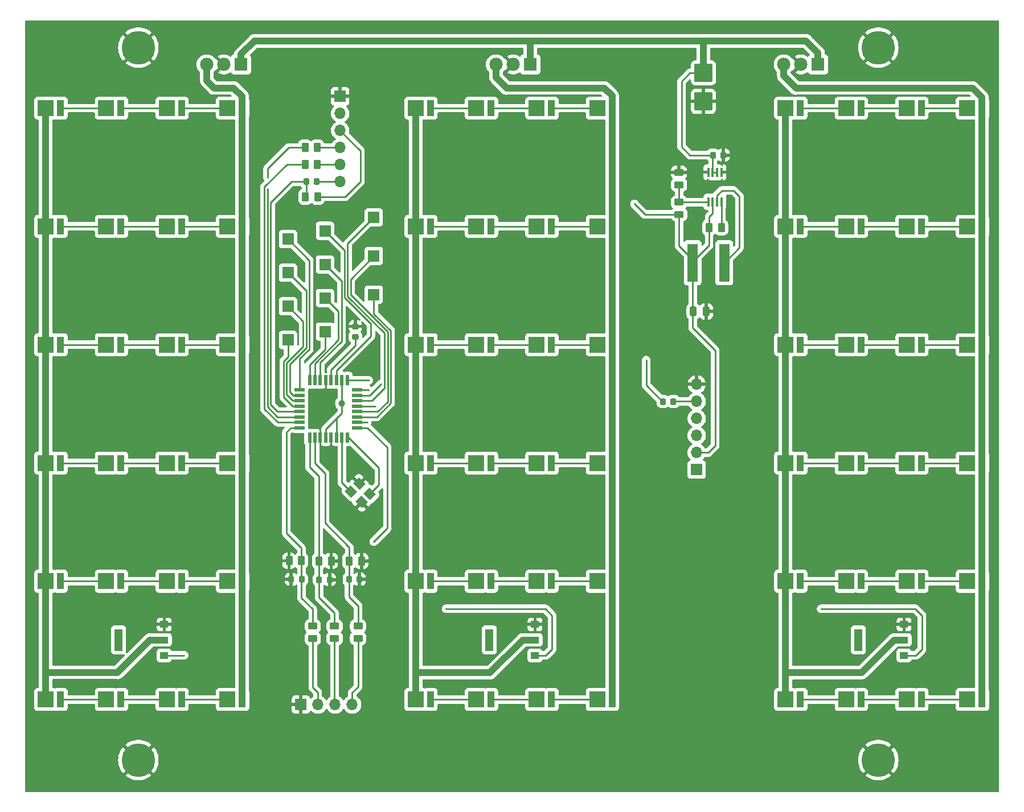
<source format=gtl>
G04 #@! TF.GenerationSoftware,KiCad,Pcbnew,7.0.1-0*
G04 #@! TF.CreationDate,2024-01-25T19:49:42+00:00*
G04 #@! TF.ProjectId,tail-lights,7461696c-2d6c-4696-9768-74732e6b6963,rev?*
G04 #@! TF.SameCoordinates,Original*
G04 #@! TF.FileFunction,Copper,L1,Top*
G04 #@! TF.FilePolarity,Positive*
%FSLAX46Y46*%
G04 Gerber Fmt 4.6, Leading zero omitted, Abs format (unit mm)*
G04 Created by KiCad (PCBNEW 7.0.1-0) date 2024-01-25 19:49:42*
%MOMM*%
%LPD*%
G01*
G04 APERTURE LIST*
G04 Aperture macros list*
%AMRoundRect*
0 Rectangle with rounded corners*
0 $1 Rounding radius*
0 $2 $3 $4 $5 $6 $7 $8 $9 X,Y pos of 4 corners*
0 Add a 4 corners polygon primitive as box body*
4,1,4,$2,$3,$4,$5,$6,$7,$8,$9,$2,$3,0*
0 Add four circle primitives for the rounded corners*
1,1,$1+$1,$2,$3*
1,1,$1+$1,$4,$5*
1,1,$1+$1,$6,$7*
1,1,$1+$1,$8,$9*
0 Add four rect primitives between the rounded corners*
20,1,$1+$1,$2,$3,$4,$5,0*
20,1,$1+$1,$4,$5,$6,$7,0*
20,1,$1+$1,$6,$7,$8,$9,0*
20,1,$1+$1,$8,$9,$2,$3,0*%
%AMRotRect*
0 Rectangle, with rotation*
0 The origin of the aperture is its center*
0 $1 length*
0 $2 width*
0 $3 Rotation angle, in degrees counterclockwise*
0 Add horizontal line*
21,1,$1,$2,0,0,$3*%
G04 Aperture macros list end*
G04 #@! TA.AperFunction,SMDPad,CuDef*
%ADD10R,2.330000X2.380000*%
G04 #@! TD*
G04 #@! TA.AperFunction,SMDPad,CuDef*
%ADD11R,1.100000X2.380000*%
G04 #@! TD*
G04 #@! TA.AperFunction,SMDPad,CuDef*
%ADD12RoundRect,0.250000X0.450000X-0.262500X0.450000X0.262500X-0.450000X0.262500X-0.450000X-0.262500X0*%
G04 #@! TD*
G04 #@! TA.AperFunction,SMDPad,CuDef*
%ADD13RoundRect,0.250000X-0.262500X-0.450000X0.262500X-0.450000X0.262500X0.450000X-0.262500X0.450000X0*%
G04 #@! TD*
G04 #@! TA.AperFunction,SMDPad,CuDef*
%ADD14R,1.200000X1.000000*%
G04 #@! TD*
G04 #@! TA.AperFunction,SMDPad,CuDef*
%ADD15R,1.200000X3.300000*%
G04 #@! TD*
G04 #@! TA.AperFunction,SMDPad,CuDef*
%ADD16RoundRect,0.225000X-0.225000X-0.250000X0.225000X-0.250000X0.225000X0.250000X-0.225000X0.250000X0*%
G04 #@! TD*
G04 #@! TA.AperFunction,ComponentPad*
%ADD17R,1.700000X1.700000*%
G04 #@! TD*
G04 #@! TA.AperFunction,SMDPad,CuDef*
%ADD18RoundRect,0.225000X0.225000X0.250000X-0.225000X0.250000X-0.225000X-0.250000X0.225000X-0.250000X0*%
G04 #@! TD*
G04 #@! TA.AperFunction,ComponentPad*
%ADD19R,1.980000X1.980000*%
G04 #@! TD*
G04 #@! TA.AperFunction,ComponentPad*
%ADD20C,1.980000*%
G04 #@! TD*
G04 #@! TA.AperFunction,ComponentPad*
%ADD21O,1.700000X1.700000*%
G04 #@! TD*
G04 #@! TA.AperFunction,SMDPad,CuDef*
%ADD22RoundRect,0.250000X0.262500X0.450000X-0.262500X0.450000X-0.262500X-0.450000X0.262500X-0.450000X0*%
G04 #@! TD*
G04 #@! TA.AperFunction,ComponentPad*
%ADD23RoundRect,0.250000X-1.125000X-1.125000X1.125000X-1.125000X1.125000X1.125000X-1.125000X1.125000X0*%
G04 #@! TD*
G04 #@! TA.AperFunction,ComponentPad*
%ADD24C,5.000000*%
G04 #@! TD*
G04 #@! TA.AperFunction,SMDPad,CuDef*
%ADD25RoundRect,0.225000X0.250000X-0.225000X0.250000X0.225000X-0.250000X0.225000X-0.250000X-0.225000X0*%
G04 #@! TD*
G04 #@! TA.AperFunction,SMDPad,CuDef*
%ADD26RoundRect,0.250000X-0.250000X-0.475000X0.250000X-0.475000X0.250000X0.475000X-0.250000X0.475000X0*%
G04 #@! TD*
G04 #@! TA.AperFunction,SMDPad,CuDef*
%ADD27RotRect,1.200000X1.400000X45.000000*%
G04 #@! TD*
G04 #@! TA.AperFunction,SMDPad,CuDef*
%ADD28R,0.450000X1.400000*%
G04 #@! TD*
G04 #@! TA.AperFunction,SMDPad,CuDef*
%ADD29R,0.600000X1.500000*%
G04 #@! TD*
G04 #@! TA.AperFunction,SMDPad,CuDef*
%ADD30R,1.500000X0.600000*%
G04 #@! TD*
G04 #@! TA.AperFunction,SMDPad,CuDef*
%ADD31R,1.600000X5.700000*%
G04 #@! TD*
G04 #@! TA.AperFunction,ViaPad*
%ADD32C,0.250000*%
G04 #@! TD*
G04 #@! TA.AperFunction,ViaPad*
%ADD33C,1.000000*%
G04 #@! TD*
G04 #@! TA.AperFunction,Conductor*
%ADD34C,0.250000*%
G04 #@! TD*
G04 #@! TA.AperFunction,Conductor*
%ADD35C,1.000000*%
G04 #@! TD*
G04 APERTURE END LIST*
D10*
X167200000Y-57600000D03*
D11*
X169415000Y-57600000D03*
D12*
X76662500Y-118912500D03*
X76662500Y-117087500D03*
D13*
X75337500Y-107362500D03*
X77162500Y-107362500D03*
D10*
X85200000Y-40000000D03*
D11*
X87415000Y-40000000D03*
D10*
X48200000Y-110400000D03*
D11*
X50415000Y-110400000D03*
D10*
X39200000Y-128000000D03*
D11*
X41415000Y-128000000D03*
D13*
X70837500Y-107362500D03*
X72662500Y-107362500D03*
D14*
X102968000Y-121426000D03*
X102968000Y-119126000D03*
X102968000Y-116826000D03*
D15*
X96168000Y-119126000D03*
D16*
X121990085Y-83647101D03*
X123540085Y-83647101D03*
D10*
X57200000Y-75200000D03*
D11*
X59415000Y-75200000D03*
D17*
X66250000Y-69500000D03*
D18*
X68275000Y-110112500D03*
X66725000Y-110112500D03*
D10*
X57200000Y-57600000D03*
D11*
X59415000Y-57600000D03*
D10*
X85200000Y-57600000D03*
D11*
X87415000Y-57600000D03*
D10*
X149200000Y-40000000D03*
D11*
X151415000Y-40000000D03*
D10*
X103200000Y-110400000D03*
D11*
X105415000Y-110400000D03*
D10*
X149200000Y-128000000D03*
D11*
X151415000Y-128000000D03*
D10*
X39200000Y-75200000D03*
D11*
X41415000Y-75200000D03*
D10*
X140200000Y-128000000D03*
D11*
X142415000Y-128000000D03*
D10*
X48200000Y-128000000D03*
D11*
X50415000Y-128000000D03*
D17*
X79000000Y-67750000D03*
D12*
X69912500Y-118912500D03*
X69912500Y-117087500D03*
D10*
X167200000Y-110400000D03*
D11*
X169415000Y-110400000D03*
D16*
X129429000Y-47000000D03*
X130979000Y-47000000D03*
D13*
X68837500Y-53200000D03*
X70662500Y-53200000D03*
D10*
X103200000Y-57600000D03*
D11*
X105415000Y-57600000D03*
D10*
X149200000Y-57600000D03*
D11*
X151415000Y-57600000D03*
D10*
X112200000Y-57600000D03*
D11*
X114415000Y-57600000D03*
D10*
X140200000Y-57600000D03*
D11*
X142415000Y-57600000D03*
D19*
X59250000Y-33500000D03*
D20*
X56700000Y-33500000D03*
X54150000Y-33500000D03*
D10*
X30200000Y-40000000D03*
D11*
X32415000Y-40000000D03*
D17*
X68162500Y-128750000D03*
D21*
X70702500Y-128750000D03*
X73242500Y-128750000D03*
X75782500Y-128750000D03*
D10*
X57200000Y-110400000D03*
D11*
X59415000Y-110400000D03*
D17*
X71750000Y-68250000D03*
D10*
X48200000Y-75200000D03*
D11*
X50415000Y-75200000D03*
D10*
X30200000Y-92800000D03*
D11*
X32415000Y-92800000D03*
D10*
X158200000Y-40000000D03*
D11*
X160415000Y-40000000D03*
D22*
X70591161Y-45867832D03*
X68766161Y-45867832D03*
D10*
X48200000Y-92800000D03*
D11*
X50415000Y-92800000D03*
D10*
X149200000Y-92800000D03*
D11*
X151415000Y-92800000D03*
D17*
X71750000Y-73250000D03*
D10*
X149200000Y-110400000D03*
D11*
X151415000Y-110400000D03*
D12*
X73162500Y-118912500D03*
X73162500Y-117087500D03*
D10*
X85200000Y-110400000D03*
D11*
X87415000Y-110400000D03*
D23*
X128000000Y-34750000D03*
D10*
X158200000Y-128000000D03*
D11*
X160415000Y-128000000D03*
D24*
X44000000Y-137000000D03*
D17*
X66250000Y-74500000D03*
D25*
X76250000Y-74025000D03*
X76250000Y-72475000D03*
D10*
X57200000Y-40000000D03*
D11*
X59415000Y-40000000D03*
D10*
X30200000Y-75200000D03*
D11*
X32415000Y-75200000D03*
D10*
X167200000Y-75200000D03*
D11*
X169415000Y-75200000D03*
D10*
X112200000Y-75200000D03*
D11*
X114415000Y-75200000D03*
D10*
X94200000Y-128000000D03*
D11*
X96415000Y-128000000D03*
D10*
X112200000Y-92800000D03*
D11*
X114415000Y-92800000D03*
D10*
X94200000Y-40000000D03*
D11*
X96415000Y-40000000D03*
D10*
X94200000Y-92800000D03*
D11*
X96415000Y-92800000D03*
D17*
X79000000Y-62000000D03*
D26*
X126500000Y-70250000D03*
X128400000Y-70250000D03*
D10*
X39200000Y-57600000D03*
D11*
X41415000Y-57600000D03*
D10*
X48200000Y-57600000D03*
D11*
X50415000Y-57600000D03*
D10*
X149200000Y-75200000D03*
D11*
X151415000Y-75200000D03*
D27*
X75621142Y-97073223D03*
X77176777Y-98628858D03*
X78378858Y-97426777D03*
X76823223Y-95871142D03*
D10*
X140200000Y-110400000D03*
D11*
X142415000Y-110400000D03*
D17*
X127000000Y-93790000D03*
D21*
X127000000Y-91250000D03*
X127000000Y-88710000D03*
X127000000Y-86170000D03*
X127000000Y-83630000D03*
X127000000Y-81090000D03*
D17*
X66250000Y-59500000D03*
D10*
X158200000Y-57600000D03*
D11*
X160415000Y-57600000D03*
D10*
X85200000Y-128000000D03*
D11*
X87415000Y-128000000D03*
D16*
X70869552Y-110159254D03*
X72419552Y-110159254D03*
D10*
X39200000Y-40000000D03*
D11*
X41415000Y-40000000D03*
D24*
X154000000Y-31000000D03*
D10*
X103200000Y-128000000D03*
D11*
X105415000Y-128000000D03*
D16*
X68975000Y-50950000D03*
X70525000Y-50950000D03*
D10*
X85200000Y-92800000D03*
D11*
X87415000Y-92800000D03*
D12*
X124389334Y-55819952D03*
X124389334Y-53994952D03*
D10*
X30200000Y-128000000D03*
D11*
X32415000Y-128000000D03*
D10*
X30200000Y-57600000D03*
D11*
X32415000Y-57600000D03*
D17*
X74000000Y-38250000D03*
D21*
X74000000Y-40790000D03*
X74000000Y-43330000D03*
X74000000Y-45870000D03*
X74000000Y-48410000D03*
X74000000Y-50950000D03*
D17*
X79000000Y-56250000D03*
D10*
X112200000Y-40000000D03*
D11*
X114415000Y-40000000D03*
D28*
X130671000Y-49550000D03*
X130021000Y-49550000D03*
X129371000Y-49550000D03*
X128721000Y-49550000D03*
X128721000Y-53950000D03*
X129371000Y-53950000D03*
X130021000Y-53950000D03*
X130671000Y-53950000D03*
D24*
X44000000Y-31000000D03*
D14*
X47850000Y-121426000D03*
X47850000Y-119126000D03*
X47850000Y-116826000D03*
D15*
X41050000Y-119126000D03*
D10*
X94200000Y-110400000D03*
D11*
X96415000Y-110400000D03*
D16*
X75321701Y-110096383D03*
X76871701Y-110096383D03*
D10*
X94200000Y-75200000D03*
D11*
X96415000Y-75200000D03*
D10*
X39200000Y-110400000D03*
D11*
X41415000Y-110400000D03*
D10*
X103200000Y-75200000D03*
D11*
X105415000Y-75200000D03*
D29*
X69450000Y-89000000D03*
X70250000Y-89000000D03*
X71050000Y-89000000D03*
X71850000Y-89000000D03*
X72650000Y-89000000D03*
X73450000Y-89000000D03*
X74250000Y-89000000D03*
X75050000Y-89000000D03*
D30*
X76500000Y-87550000D03*
X76500000Y-86750000D03*
X76500000Y-85950000D03*
X76500000Y-85150000D03*
X76500000Y-84350000D03*
X76500000Y-83550000D03*
X76500000Y-82750000D03*
X76500000Y-81950000D03*
D29*
X75050000Y-80500000D03*
X74250000Y-80500000D03*
X73450000Y-80500000D03*
X72650000Y-80500000D03*
X71850000Y-80500000D03*
X71050000Y-80500000D03*
X70250000Y-80500000D03*
X69450000Y-80500000D03*
D30*
X68000000Y-81950000D03*
X68000000Y-82750000D03*
X68000000Y-83550000D03*
X68000000Y-84350000D03*
X68000000Y-85150000D03*
X68000000Y-85950000D03*
X68000000Y-86750000D03*
X68000000Y-87550000D03*
D10*
X158200000Y-110400000D03*
D11*
X160415000Y-110400000D03*
D10*
X158200000Y-92800000D03*
D11*
X160415000Y-92800000D03*
D17*
X66250000Y-64500000D03*
D23*
X128000000Y-39000000D03*
D10*
X48200000Y-40000000D03*
D11*
X50415000Y-40000000D03*
D10*
X39200000Y-92800000D03*
D11*
X41415000Y-92800000D03*
D10*
X158200000Y-75200000D03*
D11*
X160415000Y-75200000D03*
D22*
X70591161Y-48367832D03*
X68766161Y-48367832D03*
D10*
X112200000Y-110400000D03*
D11*
X114415000Y-110400000D03*
D10*
X167200000Y-128000000D03*
D11*
X169415000Y-128000000D03*
D10*
X103200000Y-92800000D03*
D11*
X105415000Y-92800000D03*
D10*
X140200000Y-92800000D03*
D11*
X142415000Y-92800000D03*
D13*
X128837500Y-57750000D03*
X130662500Y-57750000D03*
D12*
X124362000Y-51412500D03*
X124362000Y-49587500D03*
D24*
X154000000Y-137000000D03*
D10*
X103200000Y-40000000D03*
D11*
X105415000Y-40000000D03*
D10*
X94200000Y-57600000D03*
D11*
X96415000Y-57600000D03*
D14*
X157832000Y-121426000D03*
X157832000Y-119126000D03*
X157832000Y-116826000D03*
D15*
X151032000Y-119126000D03*
D10*
X140200000Y-75200000D03*
D11*
X142415000Y-75200000D03*
D10*
X57200000Y-92800000D03*
D11*
X59415000Y-92800000D03*
D10*
X85200000Y-75200000D03*
D11*
X87415000Y-75200000D03*
D22*
X68220826Y-107351602D03*
X66395826Y-107351602D03*
D10*
X140200000Y-40000000D03*
D11*
X142415000Y-40000000D03*
D10*
X57200000Y-128000000D03*
D11*
X59415000Y-128000000D03*
D19*
X145050000Y-33500000D03*
D20*
X142500000Y-33500000D03*
X139950000Y-33500000D03*
D10*
X30200000Y-110400000D03*
D11*
X32415000Y-110400000D03*
D31*
X131100000Y-63000000D03*
X126400000Y-63000000D03*
D10*
X167200000Y-40000000D03*
D11*
X169415000Y-40000000D03*
D17*
X71750000Y-58250000D03*
X71750000Y-63250000D03*
D10*
X112200000Y-128000000D03*
D11*
X114415000Y-128000000D03*
D19*
X102250000Y-33500000D03*
D20*
X99700000Y-33500000D03*
X97150000Y-33500000D03*
D10*
X167200000Y-92800000D03*
D11*
X169415000Y-92800000D03*
D32*
X79000000Y-104500000D03*
X50800000Y-121412000D03*
X78000000Y-86750000D03*
X89750000Y-114500000D03*
X79250000Y-84354365D03*
X145500000Y-114500000D03*
D33*
X75500000Y-71000000D03*
X99500000Y-67000000D03*
X99500000Y-48500000D03*
X71885251Y-92042911D03*
X78750000Y-78000000D03*
X154750000Y-65750000D03*
X126500000Y-57750000D03*
X44500000Y-66250000D03*
X70250000Y-84500000D03*
X154500000Y-48750000D03*
X35500000Y-119250000D03*
X67500000Y-92042911D03*
X155000000Y-83250000D03*
X154750000Y-101500000D03*
X75750000Y-92042911D03*
X44500000Y-83500000D03*
X44500000Y-48500000D03*
X99250000Y-84250000D03*
X145500000Y-119000000D03*
X99750000Y-102000000D03*
X44500000Y-102000000D03*
X90750000Y-119500000D03*
X73662500Y-113112500D03*
D32*
X119500000Y-77500000D03*
X66755579Y-50949780D03*
D33*
X74250000Y-83950000D03*
D32*
X117750000Y-54250000D03*
X63199500Y-52000000D03*
X63212086Y-50349601D03*
X80049579Y-81049579D03*
X78200511Y-81957934D03*
X78250000Y-80500000D03*
D34*
X32415000Y-40000000D02*
X39200000Y-40000000D01*
X41415000Y-40000000D02*
X48200000Y-40000000D01*
X50415000Y-40000000D02*
X57200000Y-40000000D01*
X41415000Y-75200000D02*
X48200000Y-75200000D01*
X50415000Y-75200000D02*
X57200000Y-75200000D01*
X32415000Y-92800000D02*
X39200000Y-92800000D01*
X41415000Y-92800000D02*
X48200000Y-92800000D01*
X50415000Y-92800000D02*
X57200000Y-92800000D01*
X32415000Y-110400000D02*
X39200000Y-110400000D01*
X41415000Y-110400000D02*
X48200000Y-110400000D01*
X50415000Y-110400000D02*
X57200000Y-110400000D01*
X32415000Y-128000000D02*
X39200000Y-128000000D01*
X50415000Y-128000000D02*
X57200000Y-128000000D01*
X87415000Y-40000000D02*
X94200000Y-40000000D01*
X96415000Y-40000000D02*
X103200000Y-40000000D01*
X105415000Y-40000000D02*
X112200000Y-40000000D01*
X87415000Y-57600000D02*
X94200000Y-57600000D01*
X96415000Y-57600000D02*
X103200000Y-57600000D01*
X105415000Y-57600000D02*
X112200000Y-57600000D01*
X87415000Y-75200000D02*
X94200000Y-75200000D01*
X96415000Y-75200000D02*
X103200000Y-75200000D01*
X105415000Y-75200000D02*
X112200000Y-75200000D01*
X87415000Y-92800000D02*
X94200000Y-92800000D01*
X96415000Y-92800000D02*
X103200000Y-92800000D01*
X105415000Y-92800000D02*
X112200000Y-92800000D01*
X87415000Y-110400000D02*
X94200000Y-110400000D01*
X96415000Y-110400000D02*
X103200000Y-110400000D01*
X105415000Y-110400000D02*
X112200000Y-110400000D01*
X96415000Y-128000000D02*
X103200000Y-128000000D01*
X105415000Y-128000000D02*
X112200000Y-128000000D01*
X142415000Y-40000000D02*
X149200000Y-40000000D01*
X151415000Y-40000000D02*
X158200000Y-40000000D01*
X160415000Y-40000000D02*
X167200000Y-40000000D01*
X142415000Y-57600000D02*
X149200000Y-57600000D01*
X151415000Y-57600000D02*
X158200000Y-57600000D01*
X160415000Y-57600000D02*
X167200000Y-57600000D01*
X142415000Y-75200000D02*
X149200000Y-75200000D01*
X151415000Y-75200000D02*
X158200000Y-75200000D01*
X160415000Y-75200000D02*
X167200000Y-75200000D01*
X142415000Y-92800000D02*
X149200000Y-92800000D01*
X151415000Y-92800000D02*
X158200000Y-92800000D01*
X160415000Y-92800000D02*
X167200000Y-92800000D01*
X142415000Y-110400000D02*
X149200000Y-110400000D01*
X151415000Y-110400000D02*
X158200000Y-110400000D01*
X160415000Y-110400000D02*
X167200000Y-110400000D01*
X142415000Y-128000000D02*
X149200000Y-128000000D01*
X151415000Y-128000000D02*
X158200000Y-128000000D01*
X160415000Y-128000000D02*
X167200000Y-128000000D01*
X81000000Y-102500000D02*
X81000000Y-90500000D01*
X47864000Y-121412000D02*
X50800000Y-121412000D01*
X79000000Y-104500000D02*
X81000000Y-102500000D01*
X47850000Y-121426000D02*
X47864000Y-121412000D01*
X78050000Y-87550000D02*
X76500000Y-87550000D01*
X81000000Y-90500000D02*
X78050000Y-87550000D01*
X89750000Y-114500000D02*
X104500000Y-114500000D01*
X104500000Y-114500000D02*
X105500000Y-115500000D01*
X105500000Y-115500000D02*
X105500000Y-120500000D01*
X105500000Y-120500000D02*
X104574000Y-121426000D01*
X104574000Y-121426000D02*
X102968000Y-121426000D01*
X78000000Y-86750000D02*
X76500000Y-86750000D01*
X160500000Y-120500000D02*
X159574000Y-121426000D01*
X145500000Y-114500000D02*
X159500000Y-114500000D01*
X160500000Y-115500000D02*
X160500000Y-120500000D01*
X159500000Y-114500000D02*
X160500000Y-115500000D01*
X79250000Y-84354365D02*
X77504365Y-84354365D01*
X77504365Y-84354365D02*
X77500000Y-84350000D01*
X159574000Y-121426000D02*
X157832000Y-121426000D01*
X77500000Y-84350000D02*
X76500000Y-84350000D01*
X71885251Y-92042911D02*
X72650000Y-91278162D01*
X71050000Y-87800000D02*
X71050000Y-89000000D01*
X70250000Y-84500000D02*
X71850000Y-82900000D01*
X71050000Y-91207660D02*
X71050000Y-89000000D01*
X71885251Y-92042911D02*
X71050000Y-91207660D01*
X71850000Y-82900000D02*
X71850000Y-80500000D01*
X70250000Y-84500000D02*
X70250000Y-87000000D01*
X70250000Y-87000000D02*
X71050000Y-87800000D01*
X72650000Y-91278162D02*
X72650000Y-89000000D01*
D35*
X128000000Y-30000000D02*
X128000000Y-34750000D01*
X145050000Y-31800000D02*
X145050000Y-33500000D01*
X100500000Y-30000000D02*
X128000000Y-30000000D01*
X59250000Y-32000000D02*
X59250000Y-33500000D01*
X102250000Y-30000000D02*
X102250000Y-33500000D01*
D34*
X129371000Y-47058000D02*
X129429000Y-47000000D01*
D35*
X76250000Y-30000000D02*
X61250000Y-30000000D01*
D34*
X129371000Y-49550000D02*
X130021000Y-49550000D01*
X124750000Y-45750000D02*
X124750000Y-36000000D01*
X124750000Y-36000000D02*
X126000000Y-34750000D01*
X129429000Y-47000000D02*
X126000000Y-47000000D01*
D35*
X122000000Y-30000000D02*
X143250000Y-30000000D01*
D34*
X126000000Y-47000000D02*
X124750000Y-45750000D01*
X129371000Y-49550000D02*
X129371000Y-47058000D01*
D35*
X143250000Y-30000000D02*
X145050000Y-31800000D01*
X61250000Y-30000000D02*
X59250000Y-32000000D01*
D34*
X126000000Y-34750000D02*
X128000000Y-34750000D01*
D35*
X76250000Y-30000000D02*
X102250000Y-30000000D01*
D34*
X87415000Y-128000000D02*
X94200000Y-128000000D01*
X64654469Y-85150000D02*
X64650000Y-85150000D01*
X66755579Y-50949780D02*
X66755799Y-50950000D01*
X121897101Y-83647101D02*
X121990085Y-83647101D01*
X68975000Y-50950000D02*
X68975000Y-53062500D01*
X119500000Y-77500000D02*
X119500000Y-81250000D01*
X68975000Y-53062500D02*
X68837500Y-53200000D01*
X64655584Y-85148885D02*
X64654469Y-85150000D01*
X119500000Y-81250000D02*
X121897101Y-83647101D01*
X66755359Y-50950000D02*
X66755579Y-50949780D01*
X68000000Y-85150000D02*
X64656699Y-85150000D01*
X66755799Y-50950000D02*
X68975000Y-50950000D01*
X64656699Y-85150000D02*
X64655584Y-85148885D01*
X66750000Y-50950000D02*
X66755359Y-50950000D01*
X63650153Y-84150153D02*
X63650153Y-54049847D01*
X64650000Y-85150000D02*
X63650153Y-84150153D01*
X63650153Y-54049847D02*
X66750000Y-50950000D01*
X68250000Y-110137500D02*
X68250000Y-112868750D01*
X68220826Y-105470826D02*
X68220826Y-107351602D01*
X69912500Y-114531250D02*
X69912500Y-117087500D01*
X68254065Y-110091565D02*
X68275000Y-110112500D01*
X68275000Y-110112500D02*
X68250000Y-110137500D01*
X68220826Y-107351602D02*
X68254065Y-107384841D01*
X68000000Y-87550000D02*
X66650000Y-87550000D01*
X66000000Y-88200000D02*
X66000000Y-103250000D01*
X68254065Y-107384841D02*
X68254065Y-110091565D01*
X66000000Y-103250000D02*
X68220826Y-105470826D01*
X66650000Y-87550000D02*
X66000000Y-88200000D01*
X68250000Y-112868750D02*
X69912500Y-114531250D01*
X73450000Y-86175000D02*
X73450000Y-89000000D01*
X117750000Y-54250000D02*
X119326485Y-55826485D01*
X128750000Y-91250000D02*
X127000000Y-91250000D01*
X128837500Y-60412500D02*
X128837500Y-57750000D01*
X126400000Y-63000000D02*
X126400000Y-62850000D01*
X74250000Y-85250000D02*
X74250000Y-85375000D01*
X126400000Y-72700000D02*
X129750000Y-76050000D01*
X126400000Y-62500000D02*
X126400000Y-63000000D01*
X73512500Y-86112500D02*
X73450000Y-86175000D01*
X74750000Y-53200000D02*
X70662500Y-53200000D01*
X129750000Y-90250000D02*
X128750000Y-91250000D01*
X124362000Y-55847286D02*
X124362000Y-60462000D01*
X74000000Y-43350000D02*
X77000000Y-46350000D01*
X74250000Y-85375000D02*
X71850000Y-87775000D01*
X74250000Y-83950000D02*
X74250000Y-80500000D01*
X77000000Y-46350000D02*
X77000000Y-50950000D01*
X124382801Y-55826485D02*
X124389334Y-55819952D01*
X128837500Y-57750000D02*
X128837500Y-56162500D01*
X124362000Y-60462000D02*
X126400000Y-62500000D01*
X126400000Y-63000000D02*
X126400000Y-72700000D01*
X129371000Y-55629000D02*
X129371000Y-53950000D01*
X126400000Y-62850000D02*
X128837500Y-60412500D01*
X129750000Y-76050000D02*
X129750000Y-90250000D01*
X74250000Y-83950000D02*
X74250000Y-85250000D01*
X119326485Y-55826485D02*
X124382801Y-55826485D01*
X71850000Y-87775000D02*
X71850000Y-89000000D01*
X74000000Y-43330000D02*
X74000000Y-43350000D01*
X124389334Y-55819952D02*
X124362000Y-55847286D01*
X77000000Y-50950000D02*
X74750000Y-53200000D01*
X128837500Y-56162500D02*
X129371000Y-55629000D01*
X69912500Y-126162500D02*
X70662500Y-126912500D01*
X69912500Y-118912500D02*
X69912500Y-126162500D01*
X70662500Y-126912500D02*
X70662500Y-128710000D01*
X70662500Y-128710000D02*
X70702500Y-128750000D01*
X73162500Y-118912500D02*
X73162500Y-128670000D01*
X73162500Y-128670000D02*
X73242500Y-128750000D01*
X76662500Y-118912500D02*
X76662500Y-126087500D01*
X75782500Y-126967500D02*
X75782500Y-128750000D01*
X76662500Y-126087500D02*
X75782500Y-126967500D01*
X74000000Y-45870000D02*
X70593329Y-45870000D01*
X70593329Y-45870000D02*
X70591161Y-45867832D01*
X70633329Y-48410000D02*
X70591161Y-48367832D01*
X74000000Y-48410000D02*
X70633329Y-48410000D01*
X70873350Y-110163052D02*
X70873350Y-112823350D01*
X69450000Y-89000000D02*
X69450000Y-93450000D01*
X70869552Y-110159254D02*
X70837500Y-110127202D01*
X70837500Y-110127202D02*
X70837500Y-107362500D01*
X70873350Y-112823350D02*
X73162500Y-115112500D01*
X70800000Y-94800000D02*
X70800000Y-107325000D01*
X69450000Y-93450000D02*
X70800000Y-94800000D01*
X70869552Y-110159254D02*
X70873350Y-110163052D01*
X70800000Y-107325000D02*
X70837500Y-107362500D01*
X73162500Y-115112500D02*
X73162500Y-117087500D01*
X75337500Y-110080584D02*
X75337500Y-107362500D01*
X71750000Y-94375000D02*
X71750000Y-101750000D01*
X76662500Y-114075000D02*
X75321701Y-112734201D01*
X70250000Y-92875000D02*
X71750000Y-94375000D01*
X75321701Y-110096383D02*
X75337500Y-110080584D01*
X76662500Y-117087500D02*
X76662500Y-114075000D01*
X70250000Y-89000000D02*
X70250000Y-92875000D01*
X75337500Y-105337500D02*
X75337500Y-107362500D01*
X71750000Y-101750000D02*
X75337500Y-105337500D01*
X75321701Y-112734201D02*
X75321701Y-110096383D01*
X72643390Y-78918390D02*
X76250000Y-75311780D01*
X72650000Y-80500000D02*
X72643390Y-80493390D01*
X76250000Y-75311780D02*
X76250000Y-74025000D01*
X72643390Y-80493390D02*
X72643390Y-78918390D01*
X70525000Y-50950000D02*
X74000000Y-50950000D01*
X74250000Y-95702081D02*
X74250000Y-89000000D01*
X75621142Y-97073223D02*
X74250000Y-95702081D01*
X79750000Y-93500000D02*
X75250000Y-89000000D01*
X78378858Y-97426777D02*
X79750000Y-96055635D01*
X75250000Y-89000000D02*
X75050000Y-89000000D01*
X79750000Y-96055635D02*
X79750000Y-93500000D01*
X63200000Y-52000500D02*
X63200000Y-84450000D01*
X64700000Y-85950000D02*
X68000000Y-85950000D01*
X66332168Y-45867832D02*
X68766161Y-45867832D01*
X63199500Y-52000000D02*
X63200000Y-52000500D01*
X63200000Y-84450000D02*
X64700000Y-85950000D01*
X63212086Y-48987914D02*
X66332168Y-45867832D01*
X63212086Y-50349601D02*
X63212086Y-48987914D01*
X62750000Y-51700000D02*
X66082168Y-48367832D01*
X62750000Y-84750000D02*
X62750000Y-51700000D01*
X66082168Y-48367832D02*
X68766161Y-48367832D01*
X64750000Y-86750000D02*
X62750000Y-84750000D01*
X68000000Y-86750000D02*
X64750000Y-86750000D01*
D35*
X30200000Y-40000000D02*
X30200000Y-57600000D01*
X30200000Y-110400000D02*
X30200000Y-123952000D01*
X45720000Y-119126000D02*
X40894000Y-123952000D01*
X30200000Y-57600000D02*
X30200000Y-75200000D01*
X30200000Y-123952000D02*
X30200000Y-128000000D01*
X30200000Y-75200000D02*
X30200000Y-92800000D01*
X40894000Y-123952000D02*
X30200000Y-123952000D01*
X30200000Y-92800000D02*
X30200000Y-110400000D01*
X47850000Y-119126000D02*
X45720000Y-119126000D01*
X85200000Y-124206000D02*
X85406000Y-124000000D01*
X85200000Y-92800000D02*
X85200000Y-110400000D01*
X85200000Y-110400000D02*
X85200000Y-124206000D01*
X85406000Y-124000000D02*
X96250000Y-124000000D01*
X96250000Y-124000000D02*
X101124000Y-119126000D01*
X101124000Y-119126000D02*
X102968000Y-119126000D01*
X85200000Y-124206000D02*
X85200000Y-128000000D01*
X85200000Y-40000000D02*
X85200000Y-57600000D01*
X85200000Y-75200000D02*
X85200000Y-92800000D01*
X85200000Y-57600000D02*
X85200000Y-75200000D01*
X140200000Y-75200000D02*
X140200000Y-92800000D01*
X140200000Y-40000000D02*
X140200000Y-57600000D01*
X140200000Y-124000000D02*
X151500000Y-124000000D01*
X140200000Y-57600000D02*
X140200000Y-75200000D01*
X140200000Y-110400000D02*
X140200000Y-124714000D01*
X140200000Y-124714000D02*
X140200000Y-128000000D01*
X151500000Y-124000000D02*
X156374000Y-119126000D01*
X156374000Y-119126000D02*
X157832000Y-119126000D01*
X140200000Y-92800000D02*
X140200000Y-110400000D01*
D34*
X124362000Y-53967618D02*
X124362000Y-51412500D01*
X124389334Y-53994952D02*
X124362000Y-53967618D01*
X126164952Y-53994952D02*
X124389334Y-53994952D01*
X128671000Y-54000000D02*
X126170000Y-54000000D01*
X128721000Y-53950000D02*
X128671000Y-54000000D01*
X126170000Y-54000000D02*
X126164952Y-53994952D01*
X130021000Y-53950000D02*
X130021000Y-52979000D01*
X130750000Y-52250000D02*
X132500000Y-52250000D01*
X133350000Y-60750000D02*
X131100000Y-63000000D01*
X130021000Y-52979000D02*
X130750000Y-52250000D01*
X133350000Y-53100000D02*
X133350000Y-60750000D01*
X132500000Y-52250000D02*
X133350000Y-53100000D01*
X130671000Y-57721000D02*
X130662500Y-57729500D01*
X130662500Y-57729500D02*
X130662500Y-57750000D01*
X130671000Y-53950000D02*
X130671000Y-57721000D01*
X32415000Y-57600000D02*
X39200000Y-57600000D01*
X41415000Y-57600000D02*
X48200000Y-57600000D01*
X50415000Y-57600000D02*
X57200000Y-57600000D01*
X32415000Y-75200000D02*
X39200000Y-75200000D01*
X41415000Y-128000000D02*
X48200000Y-128000000D01*
X78349158Y-82750000D02*
X76500000Y-82750000D01*
X80049579Y-81049579D02*
X78349158Y-82750000D01*
X78192577Y-81950000D02*
X76500000Y-81950000D01*
X78200511Y-81957934D02*
X78192577Y-81950000D01*
X75050000Y-80500000D02*
X78250000Y-80500000D01*
X123557186Y-83630000D02*
X127000000Y-83630000D01*
D35*
X59415000Y-40000000D02*
X59415000Y-57600000D01*
X59415000Y-92800000D02*
X59415000Y-110400000D01*
X59415000Y-40000000D02*
X59415000Y-38250000D01*
X59415000Y-118893000D02*
X59415000Y-119147000D01*
X59415000Y-75200000D02*
X59415000Y-92800000D01*
X59415000Y-119147000D02*
X59415000Y-128000000D01*
X59415000Y-110400000D02*
X59415000Y-118893000D01*
X59415000Y-38250000D02*
X58165000Y-37000000D01*
X58165000Y-37000000D02*
X55250000Y-37000000D01*
X59415000Y-57600000D02*
X59415000Y-75200000D01*
X55250000Y-37000000D02*
X54150000Y-35900000D01*
X54150000Y-35900000D02*
X54150000Y-33500000D01*
X97150000Y-35400000D02*
X97150000Y-33500000D01*
X98750000Y-37000000D02*
X97150000Y-35400000D01*
X114415000Y-118987000D02*
X114415000Y-128000000D01*
X114415000Y-40000000D02*
X114415000Y-38165000D01*
X114415000Y-110400000D02*
X114415000Y-118987000D01*
X114415000Y-57600000D02*
X114415000Y-75200000D01*
X113250000Y-37000000D02*
X98750000Y-37000000D01*
X114415000Y-75200000D02*
X114415000Y-92800000D01*
X114415000Y-40000000D02*
X114415000Y-57600000D01*
X114415000Y-38165000D02*
X113250000Y-37000000D01*
X114415000Y-92800000D02*
X114415000Y-110400000D01*
X169415000Y-119129000D02*
X169415000Y-128000000D01*
X168000000Y-37000000D02*
X141750000Y-37000000D01*
X169415000Y-38415000D02*
X168000000Y-37000000D01*
X169415000Y-110400000D02*
X169415000Y-119129000D01*
X169415000Y-75200000D02*
X169415000Y-92800000D01*
X169415000Y-92800000D02*
X169415000Y-110400000D01*
X139950000Y-35200000D02*
X139950000Y-33500000D01*
X169415000Y-40000000D02*
X169415000Y-57600000D01*
X169415000Y-57600000D02*
X169415000Y-75200000D01*
X169415000Y-40000000D02*
X169415000Y-38415000D01*
X141750000Y-37000000D02*
X139950000Y-35200000D01*
D34*
X76500000Y-85950000D02*
X79436396Y-85950000D01*
X79000000Y-70613604D02*
X79000000Y-67750000D01*
X81500000Y-73113604D02*
X79000000Y-70613604D01*
X81500000Y-83886396D02*
X81500000Y-73113604D01*
X79436396Y-85950000D02*
X81500000Y-83886396D01*
X76500000Y-85150000D02*
X79600000Y-85150000D01*
X81050000Y-83700000D02*
X81050000Y-73300000D01*
X79600000Y-85150000D02*
X81050000Y-83700000D01*
X75550000Y-65450000D02*
X79000000Y-62000000D01*
X75550000Y-67800000D02*
X75550000Y-65450000D01*
X81050000Y-73300000D02*
X75550000Y-67800000D01*
X75100000Y-67986396D02*
X75100000Y-60150000D01*
X80600000Y-73486396D02*
X75100000Y-67986396D01*
X75100000Y-60150000D02*
X79000000Y-56250000D01*
X78700000Y-83550000D02*
X80600000Y-81650000D01*
X80600000Y-81650000D02*
X80600000Y-73486396D01*
X76500000Y-83550000D02*
X78700000Y-83550000D01*
X78550000Y-72072792D02*
X74650000Y-68172792D01*
X73450000Y-79050000D02*
X78550000Y-73950000D01*
X74650000Y-61150000D02*
X71750000Y-58250000D01*
X74650000Y-68172792D02*
X74650000Y-61150000D01*
X78550000Y-73950000D02*
X78550000Y-72072792D01*
X73450000Y-80500000D02*
X73450000Y-79050000D01*
X71050000Y-80500000D02*
X71050000Y-77836396D01*
X74200000Y-65700000D02*
X71750000Y-63250000D01*
X74200000Y-74686396D02*
X74200000Y-65700000D01*
X71050000Y-77836396D02*
X74200000Y-74686396D01*
X73750000Y-74500000D02*
X73750000Y-70250000D01*
X73750000Y-70250000D02*
X71750000Y-68250000D01*
X70250000Y-80500000D02*
X70250000Y-78000000D01*
X70250000Y-78000000D02*
X73750000Y-74500000D01*
X71750000Y-75863604D02*
X71750000Y-73250000D01*
X69450000Y-78163604D02*
X71750000Y-75863604D01*
X69450000Y-80500000D02*
X69450000Y-78163604D01*
X68000000Y-77272792D02*
X69400000Y-75872792D01*
X68000000Y-81950000D02*
X68000000Y-77272792D01*
X69400000Y-62650000D02*
X66250000Y-59500000D01*
X69400000Y-75872792D02*
X69400000Y-62650000D01*
X67000000Y-82750000D02*
X66500000Y-82250000D01*
X66500000Y-82250000D02*
X66500000Y-78136396D01*
X66500000Y-78136396D02*
X68950000Y-75686396D01*
X68950000Y-75686396D02*
X68950000Y-67200000D01*
X68000000Y-82750000D02*
X67000000Y-82750000D01*
X68950000Y-67200000D02*
X66250000Y-64500000D01*
X68500000Y-75500000D02*
X68500000Y-71750000D01*
X66981802Y-83550000D02*
X66050000Y-82618198D01*
X68000000Y-83550000D02*
X66981802Y-83550000D01*
X66050000Y-82618198D02*
X66050000Y-77950000D01*
X66050000Y-77950000D02*
X68500000Y-75500000D01*
X68500000Y-71750000D02*
X66250000Y-69500000D01*
X68000000Y-84350000D02*
X66975000Y-84350000D01*
X65600000Y-82975000D02*
X65600000Y-77650000D01*
X65600000Y-77650000D02*
X66250000Y-77000000D01*
X66975000Y-84350000D02*
X65600000Y-82975000D01*
X66250000Y-77000000D02*
X66250000Y-74500000D01*
G04 #@! TA.AperFunction,Conductor*
G36*
X71595818Y-102510835D02*
G01*
X71645181Y-102541085D01*
X74667681Y-105563585D01*
X74694561Y-105603813D01*
X74704000Y-105651266D01*
X74704000Y-106180947D01*
X74688277Y-106241379D01*
X74645096Y-106286486D01*
X74601346Y-106313470D01*
X74475971Y-106438845D01*
X74382884Y-106589763D01*
X74327112Y-106758073D01*
X74316500Y-106861955D01*
X74316500Y-107863044D01*
X74327112Y-107966925D01*
X74382884Y-108135236D01*
X74475971Y-108286154D01*
X74601346Y-108411529D01*
X74645096Y-108438514D01*
X74688277Y-108483621D01*
X74704000Y-108544053D01*
X74704000Y-109157589D01*
X74688278Y-109218020D01*
X74645098Y-109263127D01*
X74638659Y-109267098D01*
X74517417Y-109388340D01*
X74427398Y-109534283D01*
X74373464Y-109697046D01*
X74363201Y-109797512D01*
X74363201Y-110395254D01*
X74373464Y-110495719D01*
X74426201Y-110654869D01*
X74427399Y-110658484D01*
X74437339Y-110674599D01*
X74517417Y-110804425D01*
X74648909Y-110935917D01*
X74646727Y-110938098D01*
X74672480Y-110965003D01*
X74688201Y-111025432D01*
X74688201Y-112650568D01*
X74685911Y-112671309D01*
X74688140Y-112742218D01*
X74688201Y-112746114D01*
X74688201Y-112774056D01*
X74688719Y-112778157D01*
X74689635Y-112789798D01*
X74691027Y-112834089D01*
X74696723Y-112853693D01*
X74700668Y-112872745D01*
X74703226Y-112892999D01*
X74719539Y-112934202D01*
X74723322Y-112945250D01*
X74735683Y-112987794D01*
X74746075Y-113005367D01*
X74754632Y-113022834D01*
X74762149Y-113041819D01*
X74788192Y-113077664D01*
X74794606Y-113087428D01*
X74817159Y-113125563D01*
X74831591Y-113139995D01*
X74844227Y-113154790D01*
X74856227Y-113171306D01*
X74856228Y-113171307D01*
X74856229Y-113171308D01*
X74890368Y-113199550D01*
X74899009Y-113207413D01*
X75992681Y-114301086D01*
X76019561Y-114341314D01*
X76029000Y-114388767D01*
X76029000Y-115997206D01*
X76018377Y-116047422D01*
X75988329Y-116089034D01*
X75944004Y-116114911D01*
X75916964Y-116123871D01*
X75889764Y-116132884D01*
X75738845Y-116225971D01*
X75613471Y-116351345D01*
X75520384Y-116502263D01*
X75464612Y-116670573D01*
X75454000Y-116774455D01*
X75454000Y-117400544D01*
X75464612Y-117504425D01*
X75520384Y-117672736D01*
X75613471Y-117823654D01*
X75702136Y-117912319D01*
X75734230Y-117967906D01*
X75734230Y-118032094D01*
X75702136Y-118087681D01*
X75613471Y-118176345D01*
X75520384Y-118327263D01*
X75464612Y-118495573D01*
X75454000Y-118599455D01*
X75454000Y-119225544D01*
X75464612Y-119329425D01*
X75520384Y-119497736D01*
X75613471Y-119648654D01*
X75738845Y-119774028D01*
X75738847Y-119774029D01*
X75738848Y-119774030D01*
X75889762Y-119867115D01*
X75944004Y-119885088D01*
X75988329Y-119910966D01*
X76018377Y-119952578D01*
X76029000Y-120002794D01*
X76029000Y-125773734D01*
X76019561Y-125821187D01*
X75992681Y-125861415D01*
X75393682Y-126460412D01*
X75377401Y-126473455D01*
X75328838Y-126525169D01*
X75326132Y-126527962D01*
X75306361Y-126547733D01*
X75303821Y-126551008D01*
X75296252Y-126559869D01*
X75265914Y-126592177D01*
X75256082Y-126610063D01*
X75245401Y-126626323D01*
X75232885Y-126642459D01*
X75215286Y-126683128D01*
X75210148Y-126693617D01*
X75188803Y-126732443D01*
X75183726Y-126752218D01*
X75177425Y-126770623D01*
X75169318Y-126789356D01*
X75162388Y-126833110D01*
X75160020Y-126844546D01*
X75149000Y-126887470D01*
X75149000Y-126907884D01*
X75147473Y-126927283D01*
X75144280Y-126947441D01*
X75148450Y-126991557D01*
X75149000Y-127003226D01*
X75149000Y-127474271D01*
X75131523Y-127537745D01*
X75084017Y-127583326D01*
X75036924Y-127608811D01*
X74859260Y-127747094D01*
X74706775Y-127912734D01*
X74616307Y-128051205D01*
X74571516Y-128092438D01*
X74512498Y-128107383D01*
X74453481Y-128092437D01*
X74408690Y-128051204D01*
X74318222Y-127912732D01*
X74318220Y-127912730D01*
X74165740Y-127747094D01*
X73988076Y-127608811D01*
X73860980Y-127540030D01*
X73813477Y-127494451D01*
X73796000Y-127430977D01*
X73796000Y-120002794D01*
X73806623Y-119952578D01*
X73836671Y-119910966D01*
X73880995Y-119885088D01*
X73935238Y-119867115D01*
X74086152Y-119774030D01*
X74211530Y-119648652D01*
X74304615Y-119497738D01*
X74360387Y-119329426D01*
X74371000Y-119225545D01*
X74370999Y-118599456D01*
X74360387Y-118495574D01*
X74304615Y-118327262D01*
X74211530Y-118176348D01*
X74211529Y-118176347D01*
X74211528Y-118176345D01*
X74122864Y-118087681D01*
X74090770Y-118032094D01*
X74090770Y-117967906D01*
X74122864Y-117912319D01*
X74211528Y-117823654D01*
X74211527Y-117823654D01*
X74211530Y-117823652D01*
X74304615Y-117672738D01*
X74360387Y-117504426D01*
X74371000Y-117400545D01*
X74370999Y-116774456D01*
X74360387Y-116670574D01*
X74304615Y-116502262D01*
X74211530Y-116351348D01*
X74211529Y-116351347D01*
X74211528Y-116351345D01*
X74086154Y-116225971D01*
X74053630Y-116205910D01*
X73935238Y-116132885D01*
X73880995Y-116114911D01*
X73836671Y-116089034D01*
X73806623Y-116047422D01*
X73796000Y-115997206D01*
X73796000Y-115196133D01*
X73798289Y-115175390D01*
X73798201Y-115172594D01*
X73798202Y-115172591D01*
X73796060Y-115104468D01*
X73796000Y-115100574D01*
X73796000Y-115072647D01*
X73796000Y-115072644D01*
X73795482Y-115068547D01*
X73794565Y-115056898D01*
X73793174Y-115012611D01*
X73787474Y-114992994D01*
X73783533Y-114973964D01*
X73780974Y-114953703D01*
X73764663Y-114912507D01*
X73760881Y-114901460D01*
X73748518Y-114858908D01*
X73748518Y-114858907D01*
X73738122Y-114841329D01*
X73729569Y-114823871D01*
X73722052Y-114804883D01*
X73696003Y-114769030D01*
X73689599Y-114759280D01*
X73667042Y-114721138D01*
X73652607Y-114706703D01*
X73639969Y-114691906D01*
X73627972Y-114675393D01*
X73593824Y-114647143D01*
X73585185Y-114639281D01*
X71543169Y-112597264D01*
X71516289Y-112557036D01*
X71506850Y-112509583D01*
X71506850Y-111085644D01*
X71516288Y-111038194D01*
X71543164Y-110997967D01*
X71552589Y-110988540D01*
X71552592Y-110988539D01*
X71562879Y-110978251D01*
X71618463Y-110946157D01*
X71682653Y-110946156D01*
X71738242Y-110978250D01*
X71741819Y-110981827D01*
X71886065Y-111070800D01*
X72046945Y-111124110D01*
X72146237Y-111134254D01*
X72169552Y-111134254D01*
X72169552Y-110409254D01*
X72669552Y-110409254D01*
X72669552Y-111134253D01*
X72692867Y-111134253D01*
X72792157Y-111124110D01*
X72953038Y-111070800D01*
X73097284Y-110981827D01*
X73217125Y-110861986D01*
X73306098Y-110717740D01*
X73359408Y-110556860D01*
X73369552Y-110457569D01*
X73369552Y-110409254D01*
X72669552Y-110409254D01*
X72169552Y-110409254D01*
X72169552Y-109184255D01*
X72146237Y-109184255D01*
X72046946Y-109194397D01*
X71886065Y-109247707D01*
X71741817Y-109336681D01*
X71738239Y-109340260D01*
X71682651Y-109372352D01*
X71618464Y-109372350D01*
X71562878Y-109340255D01*
X71552590Y-109329967D01*
X71529905Y-109315975D01*
X71486723Y-109270868D01*
X71471000Y-109210436D01*
X71471000Y-109184254D01*
X72669552Y-109184254D01*
X72669552Y-109909254D01*
X73369551Y-109909254D01*
X73369551Y-109860939D01*
X73359408Y-109761648D01*
X73306098Y-109600767D01*
X73217125Y-109456521D01*
X73097284Y-109336680D01*
X72953038Y-109247707D01*
X72792158Y-109194397D01*
X72692867Y-109184254D01*
X72669552Y-109184254D01*
X71471000Y-109184254D01*
X71471000Y-108544053D01*
X71486723Y-108483621D01*
X71529904Y-108438514D01*
X71573650Y-108411531D01*
X71573649Y-108411531D01*
X71573652Y-108411530D01*
X71668330Y-108316851D01*
X71723916Y-108284759D01*
X71788103Y-108284759D01*
X71843691Y-108316853D01*
X71931654Y-108404816D01*
X72080877Y-108496857D01*
X72247303Y-108552006D01*
X72350021Y-108562500D01*
X72412500Y-108562500D01*
X72412500Y-107612500D01*
X72912500Y-107612500D01*
X72912500Y-108562499D01*
X72974979Y-108562499D01*
X73077695Y-108552006D01*
X73244122Y-108496857D01*
X73393345Y-108404816D01*
X73517316Y-108280845D01*
X73609357Y-108131622D01*
X73664506Y-107965196D01*
X73675000Y-107862479D01*
X73675000Y-107612500D01*
X72912500Y-107612500D01*
X72412500Y-107612500D01*
X72412500Y-106162501D01*
X72350021Y-106162501D01*
X72247304Y-106172993D01*
X72080877Y-106228142D01*
X71931656Y-106320181D01*
X71843691Y-106408147D01*
X71788103Y-106440240D01*
X71723916Y-106440240D01*
X71668329Y-106408146D01*
X71573653Y-106313470D01*
X71512236Y-106275588D01*
X71492402Y-106263354D01*
X71449223Y-106218249D01*
X71434718Y-106162500D01*
X72912500Y-106162500D01*
X72912500Y-107112500D01*
X73674999Y-107112500D01*
X73674999Y-106862521D01*
X73664506Y-106759804D01*
X73609357Y-106593377D01*
X73517316Y-106444154D01*
X73393345Y-106320183D01*
X73244122Y-106228142D01*
X73077696Y-106172993D01*
X72974979Y-106162500D01*
X72912500Y-106162500D01*
X71434718Y-106162500D01*
X71433500Y-106157817D01*
X71433500Y-102628766D01*
X71447015Y-102572471D01*
X71484615Y-102528448D01*
X71538102Y-102506293D01*
X71595818Y-102510835D01*
G37*
G04 #@! TD.AperFunction*
G04 #@! TA.AperFunction,Conductor*
G36*
X66970408Y-88275895D02*
G01*
X67003796Y-88300889D01*
X67003799Y-88300890D01*
X67140794Y-88351988D01*
X67140797Y-88351988D01*
X67140799Y-88351989D01*
X67201362Y-88358500D01*
X68517500Y-88358500D01*
X68579500Y-88375113D01*
X68624887Y-88420500D01*
X68641500Y-88482500D01*
X68641500Y-89798634D01*
X68648011Y-89859205D01*
X68699110Y-89996203D01*
X68791767Y-90119978D01*
X68810154Y-90155129D01*
X68816500Y-90194288D01*
X68816500Y-93366367D01*
X68814210Y-93387108D01*
X68816439Y-93458017D01*
X68816500Y-93461913D01*
X68816500Y-93489855D01*
X68817018Y-93493956D01*
X68817934Y-93505597D01*
X68819326Y-93549888D01*
X68825022Y-93569492D01*
X68828967Y-93588544D01*
X68831525Y-93608798D01*
X68847838Y-93650001D01*
X68851621Y-93661049D01*
X68863982Y-93703593D01*
X68874374Y-93721166D01*
X68882931Y-93738633D01*
X68890448Y-93757618D01*
X68916491Y-93793463D01*
X68922905Y-93803227D01*
X68945458Y-93841362D01*
X68959890Y-93855794D01*
X68972526Y-93870589D01*
X68984526Y-93887105D01*
X69018667Y-93915349D01*
X69027308Y-93923212D01*
X70130181Y-95026085D01*
X70157061Y-95066313D01*
X70166500Y-95113766D01*
X70166500Y-106204077D01*
X70150777Y-106264509D01*
X70107595Y-106309616D01*
X70101347Y-106313469D01*
X69975971Y-106438845D01*
X69882884Y-106589763D01*
X69827112Y-106758073D01*
X69816500Y-106861955D01*
X69816500Y-107863044D01*
X69827112Y-107966925D01*
X69882884Y-108135236D01*
X69975971Y-108286154D01*
X70101346Y-108411529D01*
X70145096Y-108438514D01*
X70188277Y-108483621D01*
X70204000Y-108544053D01*
X70204000Y-109261119D01*
X70194561Y-109308572D01*
X70167683Y-109348797D01*
X70112024Y-109404457D01*
X70065267Y-109451214D01*
X69975249Y-109597154D01*
X69921315Y-109759917D01*
X69911052Y-109860383D01*
X69911052Y-110458125D01*
X69921315Y-110558590D01*
X69974052Y-110717740D01*
X69975250Y-110721355D01*
X70065267Y-110867294D01*
X70186512Y-110988539D01*
X70186514Y-110988540D01*
X70196760Y-110998786D01*
X70195372Y-111000173D01*
X70224129Y-111030217D01*
X70239850Y-111090645D01*
X70239850Y-112739717D01*
X70237560Y-112760458D01*
X70237648Y-112763258D01*
X70237648Y-112763259D01*
X70238987Y-112805858D01*
X70239789Y-112831367D01*
X70239850Y-112835263D01*
X70239850Y-112863205D01*
X70240368Y-112867306D01*
X70241284Y-112878947D01*
X70242676Y-112923238D01*
X70248372Y-112942842D01*
X70252317Y-112961894D01*
X70254875Y-112982148D01*
X70271188Y-113023351D01*
X70274971Y-113034399D01*
X70287332Y-113076943D01*
X70297724Y-113094516D01*
X70306281Y-113111983D01*
X70313798Y-113130968D01*
X70339841Y-113166813D01*
X70346255Y-113176577D01*
X70368808Y-113214712D01*
X70383240Y-113229144D01*
X70395876Y-113243939D01*
X70407876Y-113260455D01*
X70407877Y-113260456D01*
X70407878Y-113260457D01*
X70433251Y-113281447D01*
X70442017Y-113288699D01*
X70450658Y-113296562D01*
X72492681Y-115338586D01*
X72519561Y-115378814D01*
X72529000Y-115426267D01*
X72529000Y-115997206D01*
X72518377Y-116047422D01*
X72488329Y-116089034D01*
X72444004Y-116114911D01*
X72416964Y-116123871D01*
X72389764Y-116132884D01*
X72238845Y-116225971D01*
X72113471Y-116351345D01*
X72020384Y-116502263D01*
X71964612Y-116670573D01*
X71954000Y-116774455D01*
X71954000Y-117400544D01*
X71964612Y-117504425D01*
X72020384Y-117672736D01*
X72113471Y-117823654D01*
X72202136Y-117912319D01*
X72234230Y-117967906D01*
X72234230Y-118032094D01*
X72202136Y-118087681D01*
X72113471Y-118176345D01*
X72020384Y-118327263D01*
X71964612Y-118495573D01*
X71954000Y-118599455D01*
X71954000Y-119225544D01*
X71964612Y-119329425D01*
X72020384Y-119497736D01*
X72113471Y-119648654D01*
X72238845Y-119774028D01*
X72238847Y-119774029D01*
X72238848Y-119774030D01*
X72389762Y-119867115D01*
X72444004Y-119885088D01*
X72488329Y-119910966D01*
X72518377Y-119952578D01*
X72529000Y-120002794D01*
X72529000Y-127523225D01*
X72516401Y-127577685D01*
X72481163Y-127621078D01*
X72319260Y-127747093D01*
X72166775Y-127912734D01*
X72076307Y-128051205D01*
X72031516Y-128092438D01*
X71972498Y-128107383D01*
X71913481Y-128092437D01*
X71868690Y-128051204D01*
X71778222Y-127912732D01*
X71778220Y-127912730D01*
X71625740Y-127747094D01*
X71448076Y-127608811D01*
X71360980Y-127561677D01*
X71313477Y-127516098D01*
X71296000Y-127452624D01*
X71296000Y-126996133D01*
X71298289Y-126975391D01*
X71298201Y-126972594D01*
X71298202Y-126972591D01*
X71296060Y-126904482D01*
X71296000Y-126900587D01*
X71296000Y-126872646D01*
X71295482Y-126868549D01*
X71294564Y-126856890D01*
X71294176Y-126844546D01*
X71293173Y-126812610D01*
X71287478Y-126793011D01*
X71283533Y-126773962D01*
X71280974Y-126753703D01*
X71264662Y-126712504D01*
X71260877Y-126701450D01*
X71260688Y-126700798D01*
X71248518Y-126658907D01*
X71238791Y-126642459D01*
X71238124Y-126641331D01*
X71229564Y-126623857D01*
X71224103Y-126610063D01*
X71222052Y-126604883D01*
X71196010Y-126569040D01*
X71189595Y-126559273D01*
X71167044Y-126521139D01*
X71161632Y-126515727D01*
X71152601Y-126506696D01*
X71139969Y-126491905D01*
X71127974Y-126475395D01*
X71125629Y-126473455D01*
X71093824Y-126447143D01*
X71085196Y-126439291D01*
X70582319Y-125936414D01*
X70555439Y-125896186D01*
X70546000Y-125848733D01*
X70546000Y-120002794D01*
X70556623Y-119952578D01*
X70586671Y-119910966D01*
X70630995Y-119885088D01*
X70685238Y-119867115D01*
X70836152Y-119774030D01*
X70961530Y-119648652D01*
X71054615Y-119497738D01*
X71110387Y-119329426D01*
X71121000Y-119225545D01*
X71120999Y-118599456D01*
X71110387Y-118495574D01*
X71054615Y-118327262D01*
X70961530Y-118176348D01*
X70961529Y-118176347D01*
X70961528Y-118176345D01*
X70872864Y-118087681D01*
X70840770Y-118032094D01*
X70840770Y-117967906D01*
X70872864Y-117912319D01*
X70961528Y-117823654D01*
X70961527Y-117823654D01*
X70961530Y-117823652D01*
X71054615Y-117672738D01*
X71110387Y-117504426D01*
X71121000Y-117400545D01*
X71120999Y-116774456D01*
X71110387Y-116670574D01*
X71054615Y-116502262D01*
X70961530Y-116351348D01*
X70961529Y-116351347D01*
X70961528Y-116351345D01*
X70836154Y-116225971D01*
X70803630Y-116205910D01*
X70685238Y-116132885D01*
X70630995Y-116114911D01*
X70586671Y-116089034D01*
X70556623Y-116047422D01*
X70546000Y-115997206D01*
X70546000Y-114614883D01*
X70548289Y-114594141D01*
X70548201Y-114591344D01*
X70548202Y-114591341D01*
X70546060Y-114523232D01*
X70546000Y-114519337D01*
X70546000Y-114491396D01*
X70545482Y-114487299D01*
X70544564Y-114475640D01*
X70544392Y-114470164D01*
X70543173Y-114431361D01*
X70537478Y-114411762D01*
X70533533Y-114392714D01*
X70530974Y-114372453D01*
X70514664Y-114331259D01*
X70510880Y-114320206D01*
X70504187Y-114297171D01*
X70498518Y-114277657D01*
X70488122Y-114260079D01*
X70479569Y-114242621D01*
X70472052Y-114223633D01*
X70446003Y-114187780D01*
X70439599Y-114178030D01*
X70417042Y-114139888D01*
X70402607Y-114125453D01*
X70389969Y-114110656D01*
X70383318Y-114101502D01*
X70377972Y-114094143D01*
X70376569Y-114092982D01*
X70343824Y-114065893D01*
X70335185Y-114058031D01*
X68919819Y-112642664D01*
X68892939Y-112602436D01*
X68883500Y-112554983D01*
X68883500Y-111056969D01*
X68899222Y-110996537D01*
X68942403Y-110951431D01*
X68958040Y-110941785D01*
X69079283Y-110820542D01*
X69079282Y-110820542D01*
X69079285Y-110820540D01*
X69169302Y-110674601D01*
X69223236Y-110511836D01*
X69233500Y-110411372D01*
X69233500Y-109813628D01*
X69223236Y-109713164D01*
X69217895Y-109697047D01*
X69184794Y-109597153D01*
X69169302Y-109550399D01*
X69079285Y-109404460D01*
X69079284Y-109404459D01*
X69079283Y-109404457D01*
X68958041Y-109283215D01*
X68946467Y-109276076D01*
X68903287Y-109230969D01*
X68887565Y-109170538D01*
X68887565Y-108512654D01*
X68903287Y-108452223D01*
X68946467Y-108407116D01*
X68953097Y-108403025D01*
X68956978Y-108400632D01*
X69082356Y-108275254D01*
X69175441Y-108124340D01*
X69231213Y-107956028D01*
X69241826Y-107852147D01*
X69241825Y-106851058D01*
X69231213Y-106747176D01*
X69175441Y-106578864D01*
X69082356Y-106427950D01*
X69082355Y-106427949D01*
X69082354Y-106427947D01*
X68956979Y-106302572D01*
X68913230Y-106275588D01*
X68870049Y-106230481D01*
X68854326Y-106170049D01*
X68854326Y-105554459D01*
X68856615Y-105533717D01*
X68856527Y-105530920D01*
X68856528Y-105530917D01*
X68854386Y-105462808D01*
X68854326Y-105458913D01*
X68854326Y-105430972D01*
X68853808Y-105426875D01*
X68852890Y-105415216D01*
X68852336Y-105397591D01*
X68851499Y-105370936D01*
X68845804Y-105351337D01*
X68841859Y-105332288D01*
X68839300Y-105312029D01*
X68822988Y-105270830D01*
X68819203Y-105259776D01*
X68806844Y-105217233D01*
X68801760Y-105208637D01*
X68796450Y-105199657D01*
X68787890Y-105182183D01*
X68780378Y-105163210D01*
X68780378Y-105163209D01*
X68754336Y-105127366D01*
X68747921Y-105117599D01*
X68725370Y-105079465D01*
X68725368Y-105079463D01*
X68710927Y-105065022D01*
X68698295Y-105050231D01*
X68686300Y-105033721D01*
X68681661Y-105029883D01*
X68652150Y-105005469D01*
X68643522Y-104997617D01*
X66669819Y-103023914D01*
X66642939Y-102983686D01*
X66633500Y-102936233D01*
X66633500Y-88513766D01*
X66642939Y-88466313D01*
X66669816Y-88426087D01*
X66808422Y-88287480D01*
X66858345Y-88257052D01*
X66916664Y-88252881D01*
X66970408Y-88275895D01*
G37*
G04 #@! TD.AperFunction*
G04 #@! TA.AperFunction,Conductor*
G36*
X75583663Y-90242128D02*
G01*
X75622532Y-90268436D01*
X79080181Y-93726086D01*
X79107061Y-93766314D01*
X79116500Y-93813767D01*
X79116500Y-95741869D01*
X79107061Y-95789322D01*
X79080183Y-95829547D01*
X78936483Y-95973247D01*
X78802245Y-96107484D01*
X78750912Y-96138355D01*
X78691097Y-96141561D01*
X78636758Y-96116354D01*
X78633322Y-96113585D01*
X78633319Y-96113582D01*
X78585890Y-96075362D01*
X78585889Y-96075361D01*
X78585886Y-96075359D01*
X78452883Y-96014619D01*
X78345833Y-95999228D01*
X78296440Y-95980805D01*
X78259164Y-95943528D01*
X78240742Y-95894134D01*
X78227143Y-95799538D01*
X78167414Y-95668750D01*
X78129836Y-95622119D01*
X77777817Y-95270101D01*
X76910904Y-96137014D01*
X76855317Y-96169108D01*
X76791129Y-96169108D01*
X76735542Y-96137014D01*
X75797918Y-95199390D01*
X75516609Y-95480698D01*
X75479032Y-95527328D01*
X75440399Y-95611922D01*
X75415286Y-95648091D01*
X75379117Y-95673203D01*
X75277509Y-95719606D01*
X75228948Y-95730777D01*
X75179911Y-95721930D01*
X75138316Y-95694493D01*
X74919819Y-95475995D01*
X74892939Y-95435767D01*
X74883500Y-95388314D01*
X74883500Y-94845837D01*
X76151471Y-94845837D01*
X76823222Y-95517588D01*
X77424263Y-94916547D01*
X77072245Y-94564528D01*
X77025614Y-94526950D01*
X76894826Y-94467221D01*
X76752511Y-94446761D01*
X76610196Y-94467221D01*
X76479410Y-94526950D01*
X76432779Y-94564528D01*
X76151471Y-94845837D01*
X74883500Y-94845837D01*
X74883500Y-90382500D01*
X74900113Y-90320500D01*
X74945500Y-90275113D01*
X75007500Y-90258500D01*
X75398634Y-90258500D01*
X75398638Y-90258500D01*
X75459201Y-90251989D01*
X75485639Y-90242128D01*
X75491516Y-90239936D01*
X75537801Y-90232152D01*
X75583663Y-90242128D01*
G37*
G04 #@! TD.AperFunction*
G04 #@! TA.AperFunction,Conductor*
G36*
X71905505Y-81526630D02*
G01*
X71949264Y-81563201D01*
X71986739Y-81613261D01*
X71986740Y-81613261D01*
X71986741Y-81613263D01*
X72050310Y-81660850D01*
X72086884Y-81704612D01*
X72096869Y-81746869D01*
X72100000Y-81750000D01*
X72197818Y-81750000D01*
X72197892Y-81749992D01*
X72197956Y-81750000D01*
X72204477Y-81750000D01*
X72204477Y-81750821D01*
X72224980Y-81753401D01*
X72225311Y-81750324D01*
X72301358Y-81758500D01*
X72301362Y-81758500D01*
X72998638Y-81758500D01*
X72998640Y-81758500D01*
X73015241Y-81756714D01*
X73036746Y-81754403D01*
X73063254Y-81754403D01*
X73084758Y-81756714D01*
X73101360Y-81758500D01*
X73101362Y-81758500D01*
X73492500Y-81758500D01*
X73554500Y-81775113D01*
X73599887Y-81820500D01*
X73616500Y-81882500D01*
X73616500Y-83106612D01*
X73604595Y-83159629D01*
X73571165Y-83202465D01*
X73533432Y-83233431D01*
X73407404Y-83386996D01*
X73313761Y-83562192D01*
X73313759Y-83562196D01*
X73284936Y-83657213D01*
X73256091Y-83752301D01*
X73236620Y-83949999D01*
X73256091Y-84147698D01*
X73256092Y-84147701D01*
X73313759Y-84337804D01*
X73338679Y-84384426D01*
X73407404Y-84513003D01*
X73533432Y-84666568D01*
X73571165Y-84697535D01*
X73604595Y-84740371D01*
X73616500Y-84793388D01*
X73616500Y-85061234D01*
X73607061Y-85108687D01*
X73580183Y-85148912D01*
X73179094Y-85550000D01*
X73106909Y-85622185D01*
X73106909Y-85622184D01*
X73106907Y-85622186D01*
X73061176Y-85667916D01*
X73044899Y-85680957D01*
X72996339Y-85732668D01*
X72993629Y-85735464D01*
X72982545Y-85746548D01*
X72982544Y-85746550D01*
X71461180Y-87267913D01*
X71444896Y-87280961D01*
X71396339Y-87332668D01*
X71393633Y-87335461D01*
X71373861Y-87355233D01*
X71371321Y-87358508D01*
X71363752Y-87367369D01*
X71333414Y-87399677D01*
X71323582Y-87417563D01*
X71312901Y-87433823D01*
X71300385Y-87449959D01*
X71282786Y-87490628D01*
X71277648Y-87501117D01*
X71256303Y-87539943D01*
X71251226Y-87559718D01*
X71244925Y-87578123D01*
X71236818Y-87596856D01*
X71229888Y-87640610D01*
X71227520Y-87652046D01*
X71216500Y-87694970D01*
X71216500Y-87715384D01*
X71214973Y-87734783D01*
X71211779Y-87754941D01*
X71215529Y-87794604D01*
X71211447Y-87839847D01*
X71191346Y-87880584D01*
X71149266Y-87936796D01*
X71105503Y-87973369D01*
X71049998Y-87986485D01*
X70994493Y-87973368D01*
X70950733Y-87936795D01*
X70913261Y-87886739D01*
X70913262Y-87886739D01*
X70913260Y-87886737D01*
X70849690Y-87839150D01*
X70813116Y-87795388D01*
X70803130Y-87753130D01*
X70800000Y-87750000D01*
X70702167Y-87750000D01*
X70702083Y-87750009D01*
X70702011Y-87750000D01*
X70695526Y-87750000D01*
X70695526Y-87749186D01*
X70675017Y-87746609D01*
X70674688Y-87749676D01*
X70659201Y-87748011D01*
X70598638Y-87741500D01*
X69901362Y-87741500D01*
X69863251Y-87745596D01*
X69836749Y-87745596D01*
X69798638Y-87741500D01*
X69382500Y-87741500D01*
X69320500Y-87724887D01*
X69275113Y-87679500D01*
X69258500Y-87617500D01*
X69258500Y-87201358D01*
X69254403Y-87163255D01*
X69254403Y-87136742D01*
X69258500Y-87098640D01*
X69258500Y-86401360D01*
X69254403Y-86363257D01*
X69254403Y-86336743D01*
X69258500Y-86298640D01*
X69258500Y-85601360D01*
X69254403Y-85563257D01*
X69254403Y-85536743D01*
X69258500Y-85498640D01*
X69258500Y-84801358D01*
X69254403Y-84763255D01*
X69254403Y-84736742D01*
X69254619Y-84734740D01*
X69258500Y-84698638D01*
X69258500Y-84001362D01*
X69254402Y-83963244D01*
X69254402Y-83936744D01*
X69258500Y-83898638D01*
X69258500Y-83201362D01*
X69254402Y-83163244D01*
X69254402Y-83136744D01*
X69258500Y-83098638D01*
X69258500Y-82401362D01*
X69254403Y-82363253D01*
X69254403Y-82336745D01*
X69258500Y-82298638D01*
X69258500Y-81882500D01*
X69275113Y-81820500D01*
X69320500Y-81775113D01*
X69382500Y-81758500D01*
X69798640Y-81758500D01*
X69815241Y-81756714D01*
X69836746Y-81754403D01*
X69863254Y-81754403D01*
X69884758Y-81756714D01*
X69901360Y-81758500D01*
X69901362Y-81758500D01*
X70598638Y-81758500D01*
X70598640Y-81758500D01*
X70615241Y-81756714D01*
X70636746Y-81754403D01*
X70663254Y-81754403D01*
X70684758Y-81756714D01*
X70701360Y-81758500D01*
X70701362Y-81758500D01*
X71398633Y-81758500D01*
X71398638Y-81758500D01*
X71459201Y-81751989D01*
X71459203Y-81751988D01*
X71474691Y-81750323D01*
X71475022Y-81753406D01*
X71495524Y-81750822D01*
X71495524Y-81750000D01*
X71502046Y-81750000D01*
X71502109Y-81749992D01*
X71502183Y-81750000D01*
X71600000Y-81750000D01*
X71603130Y-81746869D01*
X71613116Y-81704612D01*
X71649690Y-81660850D01*
X71713258Y-81613263D01*
X71713257Y-81613263D01*
X71713261Y-81613261D01*
X71750735Y-81563201D01*
X71794495Y-81526630D01*
X71850000Y-81513514D01*
X71905505Y-81526630D01*
G37*
G04 #@! TD.AperFunction*
G04 #@! TA.AperFunction,Conductor*
G36*
X79345818Y-73147231D02*
G01*
X79395181Y-73177481D01*
X79930181Y-73712481D01*
X79957061Y-73752709D01*
X79966500Y-73800162D01*
X79966500Y-80320449D01*
X79954528Y-80373606D01*
X79920924Y-80416499D01*
X79872177Y-80440844D01*
X79862041Y-80443343D01*
X79823285Y-80452896D01*
X79822663Y-80453223D01*
X79799649Y-80462496D01*
X79795986Y-80463560D01*
X79743647Y-80494513D01*
X79738154Y-80497576D01*
X79687066Y-80524389D01*
X79683774Y-80527306D01*
X79664680Y-80541213D01*
X79658215Y-80545036D01*
X79617804Y-80585447D01*
X79612353Y-80590579D01*
X79571913Y-80626406D01*
X79567319Y-80633062D01*
X79552954Y-80650297D01*
X78757010Y-81446241D01*
X78702676Y-81477992D01*
X78639752Y-81478981D01*
X78584446Y-81448953D01*
X78567898Y-81433414D01*
X78550010Y-81423580D01*
X78533746Y-81412896D01*
X78517617Y-81400385D01*
X78476954Y-81382789D01*
X78466460Y-81377648D01*
X78427639Y-81356305D01*
X78421464Y-81354720D01*
X78367417Y-81325008D01*
X78334369Y-81272935D01*
X78330496Y-81211381D01*
X78356755Y-81155576D01*
X78406651Y-81119324D01*
X78435478Y-81107910D01*
X78451440Y-81102807D01*
X78476292Y-81096683D01*
X78508714Y-81079666D01*
X78520682Y-81074176D01*
X78557614Y-81059553D01*
X78557613Y-81059553D01*
X78557617Y-81059552D01*
X78577850Y-81044850D01*
X78593114Y-81035370D01*
X78612512Y-81025190D01*
X78642665Y-80998476D01*
X78651997Y-80990979D01*
X78687107Y-80965472D01*
X78700710Y-80949028D01*
X78714017Y-80935263D01*
X78727664Y-80923174D01*
X78752637Y-80886991D01*
X78759127Y-80878412D01*
X78789133Y-80842144D01*
X78796649Y-80826169D01*
X78806793Y-80808532D01*
X78815056Y-80796564D01*
X78831941Y-80752038D01*
X78835677Y-80743229D01*
X78857283Y-80697318D01*
X78859900Y-80683594D01*
X78865761Y-80662866D01*
X78869609Y-80652720D01*
X78875793Y-80601784D01*
X78877077Y-80593549D01*
X78887275Y-80540094D01*
X78886630Y-80529844D01*
X78887288Y-80507116D01*
X78888153Y-80500000D01*
X78881525Y-80445424D01*
X78880869Y-80438283D01*
X78880826Y-80437601D01*
X78877225Y-80380350D01*
X78875191Y-80374091D01*
X78870027Y-80350728D01*
X78869609Y-80347280D01*
X78848822Y-80292471D01*
X78846844Y-80286849D01*
X78827764Y-80228125D01*
X78826217Y-80225688D01*
X78815151Y-80203574D01*
X78779690Y-80152200D01*
X78777062Y-80148233D01*
X78742000Y-80092982D01*
X78741999Y-80092981D01*
X78741675Y-80092470D01*
X78729986Y-80078882D01*
X78678303Y-80033095D01*
X78675648Y-80030673D01*
X78622709Y-79980961D01*
X78618262Y-79977828D01*
X78550866Y-79942456D01*
X78548799Y-79941345D01*
X78485060Y-79906305D01*
X78485057Y-79906304D01*
X78482332Y-79904806D01*
X78476292Y-79903317D01*
X78405142Y-79885780D01*
X78403980Y-79885487D01*
X78330031Y-79866500D01*
X78330030Y-79866500D01*
X75982500Y-79866500D01*
X75920500Y-79849887D01*
X75875113Y-79804500D01*
X75858500Y-79742500D01*
X75858500Y-79701366D01*
X75851988Y-79640794D01*
X75800889Y-79503796D01*
X75713261Y-79386738D01*
X75596203Y-79299110D01*
X75459205Y-79248011D01*
X75428919Y-79244755D01*
X75398638Y-79241500D01*
X74701362Y-79241500D01*
X74663251Y-79245596D01*
X74636749Y-79245596D01*
X74598638Y-79241500D01*
X74453766Y-79241500D01*
X74397471Y-79227985D01*
X74353448Y-79190385D01*
X74331293Y-79136898D01*
X74335835Y-79079182D01*
X74366085Y-79029819D01*
X75506183Y-77889721D01*
X78938816Y-74457086D01*
X78955097Y-74444044D01*
X78957014Y-74442002D01*
X78957018Y-74442000D01*
X79003706Y-74392279D01*
X79006323Y-74389579D01*
X79026134Y-74369770D01*
X79028672Y-74366497D01*
X79036241Y-74357634D01*
X79066586Y-74325321D01*
X79076422Y-74307427D01*
X79087102Y-74291168D01*
X79099613Y-74275041D01*
X79117211Y-74234372D01*
X79122341Y-74223900D01*
X79143695Y-74185060D01*
X79148772Y-74165282D01*
X79155072Y-74146882D01*
X79163181Y-74128145D01*
X79170112Y-74084376D01*
X79172478Y-74072953D01*
X79183500Y-74030030D01*
X79183500Y-74009616D01*
X79185027Y-73990217D01*
X79185102Y-73989740D01*
X79188220Y-73970057D01*
X79184050Y-73925943D01*
X79183500Y-73914274D01*
X79183500Y-73265162D01*
X79197015Y-73208867D01*
X79234615Y-73164844D01*
X79288102Y-73142689D01*
X79345818Y-73147231D01*
G37*
G04 #@! TD.AperFunction*
G04 #@! TA.AperFunction,Conductor*
G36*
X74995818Y-69433627D02*
G01*
X75045181Y-69463877D01*
X77001123Y-71419820D01*
X77031882Y-71470787D01*
X77035344Y-71530216D01*
X77010710Y-71584410D01*
X76963658Y-71620878D01*
X76905032Y-71631215D01*
X76848345Y-71613039D01*
X76808486Y-71588453D01*
X76647606Y-71535143D01*
X76548315Y-71525000D01*
X76500000Y-71525000D01*
X76500000Y-72225000D01*
X77224999Y-72225000D01*
X77224999Y-72201685D01*
X77214856Y-72102394D01*
X77161546Y-71941515D01*
X77136960Y-71901655D01*
X77118784Y-71844967D01*
X77129121Y-71786342D01*
X77165589Y-71739290D01*
X77219782Y-71714655D01*
X77279212Y-71718117D01*
X77330179Y-71748876D01*
X77880181Y-72298878D01*
X77907061Y-72339106D01*
X77916500Y-72386559D01*
X77916500Y-73636233D01*
X77907061Y-73683686D01*
X77880181Y-73723914D01*
X77445181Y-74158913D01*
X77395818Y-74189163D01*
X77338102Y-74193705D01*
X77284615Y-74171550D01*
X77247015Y-74127527D01*
X77233500Y-74071232D01*
X77233500Y-73751129D01*
X77223236Y-73650663D01*
X77190603Y-73552182D01*
X77169302Y-73487899D01*
X77079285Y-73341960D01*
X77079284Y-73341958D01*
X77068998Y-73331673D01*
X77036902Y-73276084D01*
X77036903Y-73211895D01*
X77068999Y-73156306D01*
X77072575Y-73152730D01*
X77161546Y-73008486D01*
X77214856Y-72847606D01*
X77225000Y-72748315D01*
X77225000Y-72725000D01*
X75275001Y-72725000D01*
X75275001Y-72748315D01*
X75285143Y-72847605D01*
X75338453Y-73008486D01*
X75427426Y-73152732D01*
X75431003Y-73156309D01*
X75463097Y-73211896D01*
X75463097Y-73276084D01*
X75431003Y-73331671D01*
X75420716Y-73341957D01*
X75330697Y-73487900D01*
X75276763Y-73650663D01*
X75266500Y-73751129D01*
X75266500Y-74298871D01*
X75276763Y-74399336D01*
X75330697Y-74562099D01*
X75330698Y-74562101D01*
X75369565Y-74625113D01*
X75420716Y-74708042D01*
X75541959Y-74829285D01*
X75557597Y-74838931D01*
X75600778Y-74884037D01*
X75616500Y-74944469D01*
X75616500Y-74998014D01*
X75607061Y-75045467D01*
X75580181Y-75085695D01*
X72254570Y-78411303D01*
X72238286Y-78424351D01*
X72189729Y-78476058D01*
X72187023Y-78478851D01*
X72167251Y-78498623D01*
X72164711Y-78501898D01*
X72157142Y-78510759D01*
X72126804Y-78543067D01*
X72116972Y-78560953D01*
X72106291Y-78577213D01*
X72093775Y-78593349D01*
X72076176Y-78634018D01*
X72071038Y-78644507D01*
X72049693Y-78683333D01*
X72044616Y-78703108D01*
X72038315Y-78721513D01*
X72030208Y-78740246D01*
X72023278Y-78784000D01*
X72020910Y-78795436D01*
X72009890Y-78838360D01*
X72009890Y-78858774D01*
X72008363Y-78878173D01*
X72005170Y-78898331D01*
X72009340Y-78942447D01*
X72009890Y-78954116D01*
X72009890Y-79314542D01*
X72003544Y-79353701D01*
X71985158Y-79388850D01*
X71949267Y-79436796D01*
X71905504Y-79473369D01*
X71850000Y-79486485D01*
X71794496Y-79473369D01*
X71750733Y-79436796D01*
X71713261Y-79386739D01*
X71713260Y-79386738D01*
X71708233Y-79380023D01*
X71689846Y-79344871D01*
X71683500Y-79305712D01*
X71683500Y-78150162D01*
X71692939Y-78102709D01*
X71719819Y-78062481D01*
X73146097Y-76636203D01*
X74588818Y-75193481D01*
X74605097Y-75180440D01*
X74607014Y-75178398D01*
X74607018Y-75178396D01*
X74653691Y-75128692D01*
X74656339Y-75125960D01*
X74676135Y-75106166D01*
X74678679Y-75102884D01*
X74686251Y-75094020D01*
X74716586Y-75061717D01*
X74726419Y-75043828D01*
X74737100Y-75027568D01*
X74749614Y-75011437D01*
X74767207Y-74970777D01*
X74772343Y-74960291D01*
X74793695Y-74921456D01*
X74798773Y-74901673D01*
X74805070Y-74883281D01*
X74813181Y-74864541D01*
X74820112Y-74820772D01*
X74822478Y-74809349D01*
X74833500Y-74766426D01*
X74833500Y-74746012D01*
X74835027Y-74726613D01*
X74837968Y-74708042D01*
X74838220Y-74706453D01*
X74834050Y-74662339D01*
X74833500Y-74650670D01*
X74833500Y-72225000D01*
X75275000Y-72225000D01*
X76000000Y-72225000D01*
X76000000Y-71525001D01*
X75951685Y-71525001D01*
X75852394Y-71535143D01*
X75691513Y-71588453D01*
X75547267Y-71677426D01*
X75427426Y-71797267D01*
X75338453Y-71941513D01*
X75285143Y-72102393D01*
X75275000Y-72201685D01*
X75275000Y-72225000D01*
X74833500Y-72225000D01*
X74833500Y-69551558D01*
X74847015Y-69495263D01*
X74884615Y-69451240D01*
X74938102Y-69429085D01*
X74995818Y-69433627D01*
G37*
G04 #@! TD.AperFunction*
G04 #@! TA.AperFunction,Conductor*
G36*
X147464500Y-111050113D02*
G01*
X147509887Y-111095500D01*
X147526500Y-111157500D01*
X147526500Y-111638634D01*
X147533011Y-111699205D01*
X147584110Y-111836203D01*
X147671738Y-111953261D01*
X147788796Y-112040889D01*
X147925794Y-112091988D01*
X147925797Y-112091988D01*
X147925799Y-112091989D01*
X147986362Y-112098500D01*
X150413634Y-112098500D01*
X150413638Y-112098500D01*
X150474201Y-112091989D01*
X150571667Y-112055635D01*
X150615000Y-112047817D01*
X150658332Y-112055635D01*
X150755799Y-112091989D01*
X150816362Y-112098500D01*
X152013634Y-112098500D01*
X152013638Y-112098500D01*
X152074201Y-112091989D01*
X152074203Y-112091988D01*
X152074205Y-112091988D01*
X152171666Y-112055636D01*
X152211204Y-112040889D01*
X152328261Y-111953261D01*
X152415889Y-111836204D01*
X152466989Y-111699201D01*
X152473500Y-111638638D01*
X152473500Y-111157500D01*
X152490113Y-111095500D01*
X152535500Y-111050113D01*
X152597500Y-111033500D01*
X156402500Y-111033500D01*
X156464500Y-111050113D01*
X156509887Y-111095500D01*
X156526500Y-111157500D01*
X156526500Y-111638634D01*
X156533011Y-111699205D01*
X156584110Y-111836203D01*
X156671738Y-111953261D01*
X156788796Y-112040889D01*
X156925794Y-112091988D01*
X156925797Y-112091988D01*
X156925799Y-112091989D01*
X156986362Y-112098500D01*
X159413634Y-112098500D01*
X159413638Y-112098500D01*
X159474201Y-112091989D01*
X159571667Y-112055635D01*
X159615000Y-112047817D01*
X159658332Y-112055635D01*
X159755799Y-112091989D01*
X159816362Y-112098500D01*
X161013634Y-112098500D01*
X161013638Y-112098500D01*
X161074201Y-112091989D01*
X161074203Y-112091988D01*
X161074205Y-112091988D01*
X161171666Y-112055636D01*
X161211204Y-112040889D01*
X161328261Y-111953261D01*
X161415889Y-111836204D01*
X161466989Y-111699201D01*
X161473500Y-111638638D01*
X161473500Y-111157500D01*
X161490113Y-111095500D01*
X161535500Y-111050113D01*
X161597500Y-111033500D01*
X165402500Y-111033500D01*
X165464500Y-111050113D01*
X165509887Y-111095500D01*
X165526500Y-111157500D01*
X165526500Y-111638634D01*
X165533011Y-111699205D01*
X165584110Y-111836203D01*
X165671738Y-111953261D01*
X165788796Y-112040889D01*
X165925794Y-112091988D01*
X165925797Y-112091988D01*
X165925799Y-112091989D01*
X165986362Y-112098500D01*
X168282500Y-112098500D01*
X168344500Y-112115113D01*
X168389887Y-112160500D01*
X168406500Y-112222500D01*
X168406500Y-126177500D01*
X168389887Y-126239500D01*
X168344500Y-126284887D01*
X168282500Y-126301500D01*
X165986362Y-126301500D01*
X165959445Y-126304393D01*
X165925794Y-126308011D01*
X165788796Y-126359110D01*
X165671738Y-126446738D01*
X165584110Y-126563796D01*
X165533011Y-126700794D01*
X165529609Y-126732440D01*
X165527324Y-126753703D01*
X165526500Y-126761366D01*
X165526500Y-127242500D01*
X165509887Y-127304500D01*
X165464500Y-127349887D01*
X165402500Y-127366500D01*
X161597500Y-127366500D01*
X161535500Y-127349887D01*
X161490113Y-127304500D01*
X161473500Y-127242500D01*
X161473500Y-126761366D01*
X161473500Y-126761362D01*
X161466989Y-126700799D01*
X161466988Y-126700797D01*
X161466988Y-126700794D01*
X161415889Y-126563796D01*
X161328261Y-126446738D01*
X161211203Y-126359110D01*
X161074205Y-126308011D01*
X161043919Y-126304755D01*
X161013638Y-126301500D01*
X159816362Y-126301500D01*
X159781754Y-126305220D01*
X159755796Y-126308011D01*
X159658333Y-126344363D01*
X159615000Y-126352181D01*
X159571667Y-126344363D01*
X159474203Y-126308011D01*
X159454013Y-126305840D01*
X159413638Y-126301500D01*
X156986362Y-126301500D01*
X156959445Y-126304393D01*
X156925794Y-126308011D01*
X156788796Y-126359110D01*
X156671738Y-126446738D01*
X156584110Y-126563796D01*
X156533011Y-126700794D01*
X156529609Y-126732440D01*
X156527324Y-126753703D01*
X156526500Y-126761366D01*
X156526500Y-127242500D01*
X156509887Y-127304500D01*
X156464500Y-127349887D01*
X156402500Y-127366500D01*
X152597500Y-127366500D01*
X152535500Y-127349887D01*
X152490113Y-127304500D01*
X152473500Y-127242500D01*
X152473500Y-126761366D01*
X152473500Y-126761362D01*
X152466989Y-126700799D01*
X152466988Y-126700797D01*
X152466988Y-126700794D01*
X152415889Y-126563796D01*
X152328261Y-126446738D01*
X152211203Y-126359110D01*
X152074205Y-126308011D01*
X152043919Y-126304755D01*
X152013638Y-126301500D01*
X150816362Y-126301500D01*
X150781754Y-126305220D01*
X150755796Y-126308011D01*
X150658333Y-126344363D01*
X150615000Y-126352181D01*
X150571667Y-126344363D01*
X150474203Y-126308011D01*
X150454013Y-126305840D01*
X150413638Y-126301500D01*
X147986362Y-126301500D01*
X147959445Y-126304393D01*
X147925794Y-126308011D01*
X147788796Y-126359110D01*
X147671738Y-126446738D01*
X147584110Y-126563796D01*
X147533011Y-126700794D01*
X147529609Y-126732440D01*
X147527324Y-126753703D01*
X147526500Y-126761366D01*
X147526500Y-127242500D01*
X147509887Y-127304500D01*
X147464500Y-127349887D01*
X147402500Y-127366500D01*
X143597500Y-127366500D01*
X143535500Y-127349887D01*
X143490113Y-127304500D01*
X143473500Y-127242500D01*
X143473500Y-126761366D01*
X143473500Y-126761362D01*
X143466989Y-126700799D01*
X143466988Y-126700797D01*
X143466988Y-126700794D01*
X143415889Y-126563796D01*
X143328261Y-126446738D01*
X143211203Y-126359110D01*
X143074205Y-126308011D01*
X143043919Y-126304755D01*
X143013638Y-126301500D01*
X141816362Y-126301500D01*
X141781754Y-126305220D01*
X141755796Y-126308011D01*
X141658333Y-126344363D01*
X141615000Y-126352181D01*
X141571667Y-126344363D01*
X141474203Y-126308011D01*
X141454013Y-126305840D01*
X141413638Y-126301500D01*
X141413634Y-126301500D01*
X141332500Y-126301500D01*
X141270500Y-126284887D01*
X141225113Y-126239500D01*
X141208500Y-126177500D01*
X141208500Y-125132500D01*
X141225113Y-125070500D01*
X141270500Y-125025113D01*
X141332500Y-125008500D01*
X151444358Y-125008500D01*
X151456511Y-125009096D01*
X151500000Y-125013380D01*
X151697701Y-124993909D01*
X151887804Y-124936241D01*
X151977606Y-124888241D01*
X152063004Y-124842595D01*
X152216568Y-124716568D01*
X152244299Y-124682776D01*
X152252451Y-124673781D01*
X156755414Y-120170819D01*
X156795643Y-120143939D01*
X156843096Y-120134500D01*
X158480634Y-120134500D01*
X158480638Y-120134500D01*
X158541201Y-120127989D01*
X158541203Y-120127988D01*
X158541205Y-120127988D01*
X158619124Y-120098924D01*
X158678204Y-120076889D01*
X158795261Y-119989261D01*
X158882889Y-119872204D01*
X158904924Y-119813124D01*
X158933988Y-119735205D01*
X158933988Y-119735203D01*
X158933989Y-119735201D01*
X158940500Y-119674638D01*
X158940500Y-118577362D01*
X158933989Y-118516799D01*
X158933988Y-118516797D01*
X158933988Y-118516794D01*
X158882889Y-118379796D01*
X158795261Y-118262738D01*
X158678203Y-118175110D01*
X158541205Y-118124011D01*
X158510919Y-118120755D01*
X158480638Y-118117500D01*
X158480634Y-118117500D01*
X156429642Y-118117500D01*
X156417488Y-118116903D01*
X156374000Y-118112620D01*
X156176297Y-118132091D01*
X156034484Y-118175111D01*
X156034482Y-118175111D01*
X155986195Y-118189759D01*
X155810996Y-118283404D01*
X155657433Y-118409430D01*
X155629707Y-118443214D01*
X155621536Y-118452228D01*
X151118585Y-122955181D01*
X151078357Y-122982061D01*
X151030904Y-122991500D01*
X141332500Y-122991500D01*
X141270500Y-122974887D01*
X141225113Y-122929500D01*
X141208500Y-122867500D01*
X141208500Y-120824638D01*
X149923500Y-120824638D01*
X149926584Y-120853321D01*
X149930011Y-120885205D01*
X149981110Y-121022203D01*
X150068738Y-121139261D01*
X150185796Y-121226889D01*
X150322794Y-121277988D01*
X150322797Y-121277988D01*
X150322799Y-121277989D01*
X150383362Y-121284500D01*
X151680634Y-121284500D01*
X151680638Y-121284500D01*
X151741201Y-121277989D01*
X151741203Y-121277988D01*
X151741205Y-121277988D01*
X151832524Y-121243927D01*
X151878204Y-121226889D01*
X151995261Y-121139261D01*
X152082889Y-121022204D01*
X152105616Y-120961271D01*
X152133988Y-120885205D01*
X152133988Y-120885203D01*
X152133989Y-120885201D01*
X152140500Y-120824638D01*
X152140500Y-117427362D01*
X152133989Y-117366799D01*
X152133988Y-117366797D01*
X152133988Y-117366794D01*
X152082889Y-117229796D01*
X151995261Y-117112738D01*
X151946184Y-117076000D01*
X156732000Y-117076000D01*
X156732000Y-117373824D01*
X156738402Y-117433375D01*
X156788647Y-117568089D01*
X156874811Y-117683188D01*
X156989910Y-117769352D01*
X157124624Y-117819597D01*
X157184176Y-117826000D01*
X157582000Y-117826000D01*
X157582000Y-117076000D01*
X158082000Y-117076000D01*
X158082000Y-117826000D01*
X158479824Y-117826000D01*
X158539375Y-117819597D01*
X158674089Y-117769352D01*
X158789188Y-117683188D01*
X158875352Y-117568089D01*
X158925597Y-117433375D01*
X158932000Y-117373824D01*
X158932000Y-117076000D01*
X158082000Y-117076000D01*
X157582000Y-117076000D01*
X156732000Y-117076000D01*
X151946184Y-117076000D01*
X151878203Y-117025110D01*
X151741205Y-116974011D01*
X151710919Y-116970755D01*
X151680638Y-116967500D01*
X150383362Y-116967500D01*
X150356445Y-116970393D01*
X150322794Y-116974011D01*
X150185796Y-117025110D01*
X150068738Y-117112738D01*
X149981110Y-117229796D01*
X149930011Y-117366794D01*
X149926393Y-117400445D01*
X149923500Y-117427362D01*
X149923500Y-120824638D01*
X141208500Y-120824638D01*
X141208500Y-116576000D01*
X156732000Y-116576000D01*
X157582000Y-116576000D01*
X157582000Y-115826000D01*
X158082000Y-115826000D01*
X158082000Y-116576000D01*
X158932000Y-116576000D01*
X158932000Y-116278176D01*
X158925597Y-116218624D01*
X158875352Y-116083910D01*
X158789188Y-115968811D01*
X158674089Y-115882647D01*
X158539375Y-115832402D01*
X158479824Y-115826000D01*
X158082000Y-115826000D01*
X157582000Y-115826000D01*
X157184176Y-115826000D01*
X157124624Y-115832402D01*
X156989910Y-115882647D01*
X156874811Y-115968811D01*
X156788647Y-116083910D01*
X156738402Y-116218624D01*
X156732000Y-116278176D01*
X156732000Y-116576000D01*
X141208500Y-116576000D01*
X141208500Y-114499999D01*
X144861847Y-114499999D01*
X144868470Y-114554550D01*
X144869129Y-114561709D01*
X144872774Y-114619648D01*
X144874810Y-114625914D01*
X144879972Y-114649273D01*
X144880390Y-114652719D01*
X144901168Y-114707505D01*
X144903157Y-114713157D01*
X144922235Y-114771874D01*
X144923782Y-114774311D01*
X144934851Y-114796430D01*
X144970309Y-114847800D01*
X144972955Y-114851797D01*
X145008322Y-114907526D01*
X145020023Y-114921126D01*
X145071694Y-114966903D01*
X145074349Y-114969324D01*
X145127295Y-115019043D01*
X145131737Y-115022172D01*
X145199109Y-115057531D01*
X145201223Y-115058666D01*
X145264940Y-115093695D01*
X145264942Y-115093695D01*
X145267666Y-115095193D01*
X145273705Y-115096681D01*
X145273708Y-115096683D01*
X145344805Y-115114206D01*
X145345950Y-115114494D01*
X145419970Y-115133500D01*
X145423079Y-115133500D01*
X159186234Y-115133500D01*
X159233687Y-115142939D01*
X159273915Y-115169819D01*
X159830181Y-115726085D01*
X159857061Y-115766313D01*
X159866500Y-115813766D01*
X159866500Y-120186234D01*
X159857061Y-120233687D01*
X159830181Y-120273915D01*
X159347914Y-120756181D01*
X159307686Y-120783061D01*
X159260233Y-120792500D01*
X159011020Y-120792500D01*
X158962207Y-120782488D01*
X158921277Y-120754070D01*
X158894839Y-120711836D01*
X158882889Y-120679796D01*
X158840328Y-120622941D01*
X158795261Y-120562738D01*
X158678203Y-120475110D01*
X158541205Y-120424011D01*
X158510919Y-120420755D01*
X158480638Y-120417500D01*
X157183362Y-120417500D01*
X157156445Y-120420393D01*
X157122794Y-120424011D01*
X156985796Y-120475110D01*
X156868738Y-120562738D01*
X156781110Y-120679796D01*
X156730011Y-120816794D01*
X156726562Y-120848882D01*
X156723500Y-120877362D01*
X156723500Y-121974638D01*
X156726402Y-122001631D01*
X156730011Y-122035205D01*
X156781110Y-122172203D01*
X156868738Y-122289261D01*
X156985796Y-122376889D01*
X157122794Y-122427988D01*
X157122797Y-122427988D01*
X157122799Y-122427989D01*
X157183362Y-122434500D01*
X158480634Y-122434500D01*
X158480638Y-122434500D01*
X158541201Y-122427989D01*
X158541203Y-122427988D01*
X158541205Y-122427988D01*
X158619124Y-122398924D01*
X158678204Y-122376889D01*
X158795261Y-122289261D01*
X158882889Y-122172204D01*
X158894839Y-122140163D01*
X158921277Y-122097930D01*
X158962207Y-122069512D01*
X159011020Y-122059500D01*
X159490367Y-122059500D01*
X159511108Y-122061789D01*
X159513905Y-122061701D01*
X159513909Y-122061702D01*
X159582017Y-122059560D01*
X159585913Y-122059500D01*
X159613854Y-122059500D01*
X159613856Y-122059500D01*
X159617956Y-122058981D01*
X159629606Y-122058064D01*
X159673889Y-122056673D01*
X159693498Y-122050975D01*
X159712531Y-122047033D01*
X159732797Y-122044474D01*
X159774006Y-122028157D01*
X159785037Y-122024380D01*
X159827593Y-122012018D01*
X159845160Y-122001628D01*
X159862632Y-121993068D01*
X159881617Y-121985552D01*
X159917475Y-121959498D01*
X159927223Y-121953096D01*
X159965362Y-121930542D01*
X159979800Y-121916103D01*
X159994588Y-121903472D01*
X160011107Y-121891472D01*
X160039359Y-121857319D01*
X160047203Y-121848699D01*
X160888813Y-121007089D01*
X160905099Y-120994044D01*
X160937124Y-120959939D01*
X160953662Y-120942327D01*
X160956340Y-120939563D01*
X160976135Y-120919770D01*
X160978679Y-120916488D01*
X160986251Y-120907624D01*
X161016586Y-120875321D01*
X161026419Y-120857432D01*
X161037100Y-120841172D01*
X161049614Y-120825041D01*
X161067207Y-120784381D01*
X161072343Y-120773895D01*
X161093695Y-120735060D01*
X161098773Y-120715277D01*
X161105070Y-120696885D01*
X161113181Y-120678145D01*
X161120112Y-120634376D01*
X161122478Y-120622953D01*
X161133500Y-120580030D01*
X161133500Y-120559616D01*
X161135027Y-120540217D01*
X161135102Y-120539740D01*
X161138220Y-120520057D01*
X161134050Y-120475943D01*
X161133500Y-120464274D01*
X161133500Y-115583634D01*
X161135789Y-115562891D01*
X161135701Y-115560095D01*
X161135702Y-115560092D01*
X161133560Y-115491969D01*
X161133500Y-115488075D01*
X161133500Y-115460147D01*
X161133500Y-115460144D01*
X161132982Y-115456047D01*
X161132065Y-115444398D01*
X161130674Y-115400111D01*
X161124977Y-115380501D01*
X161121033Y-115361460D01*
X161118474Y-115341203D01*
X161102161Y-115300002D01*
X161098386Y-115288975D01*
X161086019Y-115246407D01*
X161075622Y-115228828D01*
X161067064Y-115211357D01*
X161059552Y-115192383D01*
X161033505Y-115156532D01*
X161027098Y-115146778D01*
X161004543Y-115108639D01*
X160998432Y-115102528D01*
X160990101Y-115094197D01*
X160977472Y-115079410D01*
X160965472Y-115062893D01*
X160931324Y-115034643D01*
X160922685Y-115026781D01*
X160007091Y-114111187D01*
X159994044Y-114094901D01*
X159942332Y-114046341D01*
X159939564Y-114043659D01*
X159919770Y-114023865D01*
X159919769Y-114023864D01*
X159919768Y-114023863D01*
X159916495Y-114021324D01*
X159907622Y-114013745D01*
X159875321Y-113983414D01*
X159857433Y-113973580D01*
X159841169Y-113962896D01*
X159825040Y-113950385D01*
X159784377Y-113932789D01*
X159773883Y-113927648D01*
X159735062Y-113906305D01*
X159723386Y-113903307D01*
X159715284Y-113901227D01*
X159696879Y-113894926D01*
X159678145Y-113886819D01*
X159678143Y-113886818D01*
X159678142Y-113886818D01*
X159634383Y-113879887D01*
X159622943Y-113877518D01*
X159580031Y-113866500D01*
X159580030Y-113866500D01*
X159559616Y-113866500D01*
X159540217Y-113864973D01*
X159520058Y-113861780D01*
X159520057Y-113861780D01*
X159497112Y-113863949D01*
X159475943Y-113865950D01*
X159464274Y-113866500D01*
X145423079Y-113866500D01*
X145391096Y-113874382D01*
X145376973Y-113877005D01*
X145341204Y-113881525D01*
X145314519Y-113892090D01*
X145298556Y-113897192D01*
X145273707Y-113903317D01*
X145241286Y-113920332D01*
X145229316Y-113925824D01*
X145192382Y-113940448D01*
X145172149Y-113955148D01*
X145156895Y-113964623D01*
X145137489Y-113974808D01*
X145107326Y-114001529D01*
X145097991Y-114009025D01*
X145062891Y-114034528D01*
X145049287Y-114050971D01*
X145035985Y-114064731D01*
X145022338Y-114076822D01*
X144997369Y-114112996D01*
X144990865Y-114121592D01*
X144960867Y-114157854D01*
X144953348Y-114173832D01*
X144943206Y-114191464D01*
X144934943Y-114203436D01*
X144918056Y-114247959D01*
X144914316Y-114256777D01*
X144892717Y-114302680D01*
X144890097Y-114316410D01*
X144884240Y-114337128D01*
X144880390Y-114347281D01*
X144874207Y-114398193D01*
X144872916Y-114406475D01*
X144862725Y-114459904D01*
X144863370Y-114470164D01*
X144862711Y-114492880D01*
X144861847Y-114499999D01*
X141208500Y-114499999D01*
X141208500Y-112222500D01*
X141225113Y-112160500D01*
X141270500Y-112115113D01*
X141332500Y-112098500D01*
X141413634Y-112098500D01*
X141413638Y-112098500D01*
X141474201Y-112091989D01*
X141571667Y-112055635D01*
X141615000Y-112047817D01*
X141658332Y-112055635D01*
X141755799Y-112091989D01*
X141816362Y-112098500D01*
X143013634Y-112098500D01*
X143013638Y-112098500D01*
X143074201Y-112091989D01*
X143074203Y-112091988D01*
X143074205Y-112091988D01*
X143171666Y-112055636D01*
X143211204Y-112040889D01*
X143328261Y-111953261D01*
X143415889Y-111836204D01*
X143466989Y-111699201D01*
X143473500Y-111638638D01*
X143473500Y-111157500D01*
X143490113Y-111095500D01*
X143535500Y-111050113D01*
X143597500Y-111033500D01*
X147402500Y-111033500D01*
X147464500Y-111050113D01*
G37*
G04 #@! TD.AperFunction*
G04 #@! TA.AperFunction,Conductor*
G36*
X147464500Y-93450113D02*
G01*
X147509887Y-93495500D01*
X147526500Y-93557500D01*
X147526500Y-94038634D01*
X147533011Y-94099205D01*
X147584110Y-94236203D01*
X147671738Y-94353261D01*
X147788796Y-94440889D01*
X147925794Y-94491988D01*
X147925797Y-94491988D01*
X147925799Y-94491989D01*
X147986362Y-94498500D01*
X150413634Y-94498500D01*
X150413638Y-94498500D01*
X150474201Y-94491989D01*
X150571667Y-94455635D01*
X150615000Y-94447817D01*
X150658332Y-94455635D01*
X150755799Y-94491989D01*
X150816362Y-94498500D01*
X152013634Y-94498500D01*
X152013638Y-94498500D01*
X152074201Y-94491989D01*
X152074203Y-94491988D01*
X152074205Y-94491988D01*
X152171666Y-94455636D01*
X152211204Y-94440889D01*
X152328261Y-94353261D01*
X152415889Y-94236204D01*
X152458708Y-94121404D01*
X152466988Y-94099205D01*
X152466988Y-94099203D01*
X152466989Y-94099201D01*
X152473500Y-94038638D01*
X152473500Y-93557500D01*
X152490113Y-93495500D01*
X152535500Y-93450113D01*
X152597500Y-93433500D01*
X156402500Y-93433500D01*
X156464500Y-93450113D01*
X156509887Y-93495500D01*
X156526500Y-93557500D01*
X156526500Y-94038634D01*
X156533011Y-94099205D01*
X156584110Y-94236203D01*
X156671738Y-94353261D01*
X156788796Y-94440889D01*
X156925794Y-94491988D01*
X156925797Y-94491988D01*
X156925799Y-94491989D01*
X156986362Y-94498500D01*
X159413634Y-94498500D01*
X159413638Y-94498500D01*
X159474201Y-94491989D01*
X159571667Y-94455635D01*
X159615000Y-94447817D01*
X159658332Y-94455635D01*
X159755799Y-94491989D01*
X159816362Y-94498500D01*
X161013634Y-94498500D01*
X161013638Y-94498500D01*
X161074201Y-94491989D01*
X161074203Y-94491988D01*
X161074205Y-94491988D01*
X161171666Y-94455636D01*
X161211204Y-94440889D01*
X161328261Y-94353261D01*
X161415889Y-94236204D01*
X161458708Y-94121404D01*
X161466988Y-94099205D01*
X161466988Y-94099203D01*
X161466989Y-94099201D01*
X161473500Y-94038638D01*
X161473500Y-93557500D01*
X161490113Y-93495500D01*
X161535500Y-93450113D01*
X161597500Y-93433500D01*
X165402500Y-93433500D01*
X165464500Y-93450113D01*
X165509887Y-93495500D01*
X165526500Y-93557500D01*
X165526500Y-94038634D01*
X165533011Y-94099205D01*
X165584110Y-94236203D01*
X165671738Y-94353261D01*
X165788796Y-94440889D01*
X165925794Y-94491988D01*
X165925797Y-94491988D01*
X165925799Y-94491989D01*
X165986362Y-94498500D01*
X168282500Y-94498500D01*
X168344500Y-94515113D01*
X168389887Y-94560500D01*
X168406500Y-94622500D01*
X168406500Y-108577500D01*
X168389887Y-108639500D01*
X168344500Y-108684887D01*
X168282500Y-108701500D01*
X165986362Y-108701500D01*
X165959445Y-108704393D01*
X165925794Y-108708011D01*
X165788796Y-108759110D01*
X165671738Y-108846738D01*
X165584110Y-108963796D01*
X165533011Y-109100794D01*
X165526500Y-109161366D01*
X165526500Y-109642500D01*
X165509887Y-109704500D01*
X165464500Y-109749887D01*
X165402500Y-109766500D01*
X161597500Y-109766500D01*
X161535500Y-109749887D01*
X161490113Y-109704500D01*
X161473500Y-109642500D01*
X161473500Y-109161366D01*
X161472025Y-109147643D01*
X161466989Y-109100799D01*
X161466988Y-109100797D01*
X161466988Y-109100794D01*
X161415889Y-108963796D01*
X161328261Y-108846738D01*
X161211203Y-108759110D01*
X161074205Y-108708011D01*
X161043919Y-108704755D01*
X161013638Y-108701500D01*
X159816362Y-108701500D01*
X159767911Y-108706708D01*
X159755798Y-108708011D01*
X159658334Y-108744364D01*
X159615000Y-108752182D01*
X159571666Y-108744364D01*
X159474201Y-108708011D01*
X159474200Y-108708010D01*
X159413638Y-108701500D01*
X156986362Y-108701500D01*
X156959445Y-108704393D01*
X156925794Y-108708011D01*
X156788796Y-108759110D01*
X156671738Y-108846738D01*
X156584110Y-108963796D01*
X156533011Y-109100794D01*
X156526500Y-109161366D01*
X156526500Y-109642500D01*
X156509887Y-109704500D01*
X156464500Y-109749887D01*
X156402500Y-109766500D01*
X152597500Y-109766500D01*
X152535500Y-109749887D01*
X152490113Y-109704500D01*
X152473500Y-109642500D01*
X152473500Y-109161366D01*
X152472025Y-109147643D01*
X152466989Y-109100799D01*
X152466988Y-109100797D01*
X152466988Y-109100794D01*
X152415889Y-108963796D01*
X152328261Y-108846738D01*
X152211203Y-108759110D01*
X152074205Y-108708011D01*
X152043919Y-108704755D01*
X152013638Y-108701500D01*
X150816362Y-108701500D01*
X150767911Y-108706708D01*
X150755798Y-108708011D01*
X150658334Y-108744364D01*
X150615000Y-108752182D01*
X150571666Y-108744364D01*
X150474201Y-108708011D01*
X150474200Y-108708010D01*
X150413638Y-108701500D01*
X147986362Y-108701500D01*
X147959445Y-108704393D01*
X147925794Y-108708011D01*
X147788796Y-108759110D01*
X147671738Y-108846738D01*
X147584110Y-108963796D01*
X147533011Y-109100794D01*
X147526500Y-109161366D01*
X147526500Y-109642500D01*
X147509887Y-109704500D01*
X147464500Y-109749887D01*
X147402500Y-109766500D01*
X143597500Y-109766500D01*
X143535500Y-109749887D01*
X143490113Y-109704500D01*
X143473500Y-109642500D01*
X143473500Y-109161366D01*
X143472025Y-109147643D01*
X143466989Y-109100799D01*
X143466988Y-109100797D01*
X143466988Y-109100794D01*
X143415889Y-108963796D01*
X143328261Y-108846738D01*
X143211203Y-108759110D01*
X143074205Y-108708011D01*
X143043919Y-108704755D01*
X143013638Y-108701500D01*
X141816362Y-108701500D01*
X141767911Y-108706708D01*
X141755798Y-108708011D01*
X141658334Y-108744364D01*
X141615000Y-108752182D01*
X141571666Y-108744364D01*
X141474201Y-108708011D01*
X141474200Y-108708010D01*
X141413638Y-108701500D01*
X141413634Y-108701500D01*
X141332500Y-108701500D01*
X141270500Y-108684887D01*
X141225113Y-108639500D01*
X141208500Y-108577500D01*
X141208500Y-94622500D01*
X141225113Y-94560500D01*
X141270500Y-94515113D01*
X141332500Y-94498500D01*
X141413634Y-94498500D01*
X141413638Y-94498500D01*
X141474201Y-94491989D01*
X141571667Y-94455635D01*
X141615000Y-94447817D01*
X141658332Y-94455635D01*
X141755799Y-94491989D01*
X141816362Y-94498500D01*
X143013634Y-94498500D01*
X143013638Y-94498500D01*
X143074201Y-94491989D01*
X143074203Y-94491988D01*
X143074205Y-94491988D01*
X143171666Y-94455636D01*
X143211204Y-94440889D01*
X143328261Y-94353261D01*
X143415889Y-94236204D01*
X143458708Y-94121404D01*
X143466988Y-94099205D01*
X143466988Y-94099203D01*
X143466989Y-94099201D01*
X143473500Y-94038638D01*
X143473500Y-93557500D01*
X143490113Y-93495500D01*
X143535500Y-93450113D01*
X143597500Y-93433500D01*
X147402500Y-93433500D01*
X147464500Y-93450113D01*
G37*
G04 #@! TD.AperFunction*
G04 #@! TA.AperFunction,Conductor*
G36*
X147464500Y-75850113D02*
G01*
X147509887Y-75895500D01*
X147526500Y-75957500D01*
X147526500Y-76438634D01*
X147533011Y-76499205D01*
X147584110Y-76636203D01*
X147671738Y-76753261D01*
X147788796Y-76840889D01*
X147925794Y-76891988D01*
X147925797Y-76891988D01*
X147925799Y-76891989D01*
X147986362Y-76898500D01*
X150413634Y-76898500D01*
X150413638Y-76898500D01*
X150474201Y-76891989D01*
X150571667Y-76855635D01*
X150615000Y-76847817D01*
X150658332Y-76855635D01*
X150755799Y-76891989D01*
X150816362Y-76898500D01*
X152013634Y-76898500D01*
X152013638Y-76898500D01*
X152074201Y-76891989D01*
X152074203Y-76891988D01*
X152074205Y-76891988D01*
X152171666Y-76855636D01*
X152211204Y-76840889D01*
X152328261Y-76753261D01*
X152415889Y-76636204D01*
X152466989Y-76499201D01*
X152473500Y-76438638D01*
X152473500Y-75957500D01*
X152490113Y-75895500D01*
X152535500Y-75850113D01*
X152597500Y-75833500D01*
X156402500Y-75833500D01*
X156464500Y-75850113D01*
X156509887Y-75895500D01*
X156526500Y-75957500D01*
X156526500Y-76438634D01*
X156533011Y-76499205D01*
X156584110Y-76636203D01*
X156671738Y-76753261D01*
X156788796Y-76840889D01*
X156925794Y-76891988D01*
X156925797Y-76891988D01*
X156925799Y-76891989D01*
X156986362Y-76898500D01*
X159413634Y-76898500D01*
X159413638Y-76898500D01*
X159474201Y-76891989D01*
X159571667Y-76855635D01*
X159615000Y-76847817D01*
X159658332Y-76855635D01*
X159755799Y-76891989D01*
X159816362Y-76898500D01*
X161013634Y-76898500D01*
X161013638Y-76898500D01*
X161074201Y-76891989D01*
X161074203Y-76891988D01*
X161074205Y-76891988D01*
X161171666Y-76855636D01*
X161211204Y-76840889D01*
X161328261Y-76753261D01*
X161415889Y-76636204D01*
X161466989Y-76499201D01*
X161473500Y-76438638D01*
X161473500Y-75957500D01*
X161490113Y-75895500D01*
X161535500Y-75850113D01*
X161597500Y-75833500D01*
X165402500Y-75833500D01*
X165464500Y-75850113D01*
X165509887Y-75895500D01*
X165526500Y-75957500D01*
X165526500Y-76438634D01*
X165533011Y-76499205D01*
X165584110Y-76636203D01*
X165671738Y-76753261D01*
X165788796Y-76840889D01*
X165925794Y-76891988D01*
X165925797Y-76891988D01*
X165925799Y-76891989D01*
X165986362Y-76898500D01*
X168282500Y-76898500D01*
X168344500Y-76915113D01*
X168389887Y-76960500D01*
X168406500Y-77022500D01*
X168406500Y-90977500D01*
X168389887Y-91039500D01*
X168344500Y-91084887D01*
X168282500Y-91101500D01*
X165986362Y-91101500D01*
X165959445Y-91104393D01*
X165925794Y-91108011D01*
X165788796Y-91159110D01*
X165671738Y-91246738D01*
X165584110Y-91363796D01*
X165533011Y-91500794D01*
X165526500Y-91561366D01*
X165526500Y-92042500D01*
X165509887Y-92104500D01*
X165464500Y-92149887D01*
X165402500Y-92166500D01*
X161597500Y-92166500D01*
X161535500Y-92149887D01*
X161490113Y-92104500D01*
X161473500Y-92042500D01*
X161473500Y-91561366D01*
X161466988Y-91500798D01*
X161466988Y-91500797D01*
X161466988Y-91500794D01*
X161415889Y-91363796D01*
X161328261Y-91246738D01*
X161211203Y-91159110D01*
X161074205Y-91108011D01*
X161043919Y-91104755D01*
X161013638Y-91101500D01*
X159816362Y-91101500D01*
X159781754Y-91105220D01*
X159755796Y-91108011D01*
X159658333Y-91144363D01*
X159615000Y-91152181D01*
X159571667Y-91144363D01*
X159474203Y-91108011D01*
X159454013Y-91105840D01*
X159413638Y-91101500D01*
X156986362Y-91101500D01*
X156959445Y-91104393D01*
X156925794Y-91108011D01*
X156788796Y-91159110D01*
X156671738Y-91246738D01*
X156584110Y-91363796D01*
X156533011Y-91500794D01*
X156526500Y-91561366D01*
X156526500Y-92042500D01*
X156509887Y-92104500D01*
X156464500Y-92149887D01*
X156402500Y-92166500D01*
X152597500Y-92166500D01*
X152535500Y-92149887D01*
X152490113Y-92104500D01*
X152473500Y-92042500D01*
X152473500Y-91561366D01*
X152466988Y-91500798D01*
X152466988Y-91500797D01*
X152466988Y-91500794D01*
X152415889Y-91363796D01*
X152328261Y-91246738D01*
X152211203Y-91159110D01*
X152074205Y-91108011D01*
X152043919Y-91104755D01*
X152013638Y-91101500D01*
X150816362Y-91101500D01*
X150781754Y-91105220D01*
X150755796Y-91108011D01*
X150658333Y-91144363D01*
X150615000Y-91152181D01*
X150571667Y-91144363D01*
X150474203Y-91108011D01*
X150454013Y-91105840D01*
X150413638Y-91101500D01*
X147986362Y-91101500D01*
X147959445Y-91104393D01*
X147925794Y-91108011D01*
X147788796Y-91159110D01*
X147671738Y-91246738D01*
X147584110Y-91363796D01*
X147533011Y-91500794D01*
X147526500Y-91561366D01*
X147526500Y-92042500D01*
X147509887Y-92104500D01*
X147464500Y-92149887D01*
X147402500Y-92166500D01*
X143597500Y-92166500D01*
X143535500Y-92149887D01*
X143490113Y-92104500D01*
X143473500Y-92042500D01*
X143473500Y-91561366D01*
X143466988Y-91500798D01*
X143466988Y-91500797D01*
X143466988Y-91500794D01*
X143415889Y-91363796D01*
X143328261Y-91246738D01*
X143211203Y-91159110D01*
X143074205Y-91108011D01*
X143043919Y-91104755D01*
X143013638Y-91101500D01*
X141816362Y-91101500D01*
X141781754Y-91105220D01*
X141755796Y-91108011D01*
X141658333Y-91144363D01*
X141615000Y-91152181D01*
X141571667Y-91144363D01*
X141474203Y-91108011D01*
X141454013Y-91105840D01*
X141413638Y-91101500D01*
X141413634Y-91101500D01*
X141332500Y-91101500D01*
X141270500Y-91084887D01*
X141225113Y-91039500D01*
X141208500Y-90977500D01*
X141208500Y-77022500D01*
X141225113Y-76960500D01*
X141270500Y-76915113D01*
X141332500Y-76898500D01*
X141413634Y-76898500D01*
X141413638Y-76898500D01*
X141474201Y-76891989D01*
X141571667Y-76855635D01*
X141615000Y-76847817D01*
X141658332Y-76855635D01*
X141755799Y-76891989D01*
X141816362Y-76898500D01*
X143013634Y-76898500D01*
X143013638Y-76898500D01*
X143074201Y-76891989D01*
X143074203Y-76891988D01*
X143074205Y-76891988D01*
X143171666Y-76855636D01*
X143211204Y-76840889D01*
X143328261Y-76753261D01*
X143415889Y-76636204D01*
X143466989Y-76499201D01*
X143473500Y-76438638D01*
X143473500Y-75957500D01*
X143490113Y-75895500D01*
X143535500Y-75850113D01*
X143597500Y-75833500D01*
X147402500Y-75833500D01*
X147464500Y-75850113D01*
G37*
G04 #@! TD.AperFunction*
G04 #@! TA.AperFunction,Conductor*
G36*
X147464500Y-58250113D02*
G01*
X147509887Y-58295500D01*
X147526500Y-58357500D01*
X147526500Y-58838634D01*
X147533011Y-58899205D01*
X147584110Y-59036203D01*
X147671738Y-59153261D01*
X147788796Y-59240889D01*
X147925794Y-59291988D01*
X147925797Y-59291988D01*
X147925799Y-59291989D01*
X147986362Y-59298500D01*
X150413634Y-59298500D01*
X150413638Y-59298500D01*
X150474201Y-59291989D01*
X150571668Y-59255635D01*
X150614999Y-59247817D01*
X150658333Y-59255635D01*
X150755799Y-59291989D01*
X150816362Y-59298500D01*
X152013634Y-59298500D01*
X152013638Y-59298500D01*
X152074201Y-59291989D01*
X152074203Y-59291988D01*
X152074205Y-59291988D01*
X152171666Y-59255636D01*
X152211204Y-59240889D01*
X152328261Y-59153261D01*
X152415889Y-59036204D01*
X152437924Y-58977124D01*
X152466988Y-58899205D01*
X152466988Y-58899203D01*
X152466989Y-58899201D01*
X152473500Y-58838638D01*
X152473500Y-58357500D01*
X152490113Y-58295500D01*
X152535500Y-58250113D01*
X152597500Y-58233500D01*
X156402500Y-58233500D01*
X156464500Y-58250113D01*
X156509887Y-58295500D01*
X156526500Y-58357500D01*
X156526500Y-58838634D01*
X156533011Y-58899205D01*
X156584110Y-59036203D01*
X156671738Y-59153261D01*
X156788796Y-59240889D01*
X156925794Y-59291988D01*
X156925797Y-59291988D01*
X156925799Y-59291989D01*
X156986362Y-59298500D01*
X159413634Y-59298500D01*
X159413638Y-59298500D01*
X159474201Y-59291989D01*
X159571668Y-59255635D01*
X159614999Y-59247817D01*
X159658333Y-59255635D01*
X159755799Y-59291989D01*
X159816362Y-59298500D01*
X161013634Y-59298500D01*
X161013638Y-59298500D01*
X161074201Y-59291989D01*
X161074203Y-59291988D01*
X161074205Y-59291988D01*
X161171666Y-59255636D01*
X161211204Y-59240889D01*
X161328261Y-59153261D01*
X161415889Y-59036204D01*
X161437924Y-58977124D01*
X161466988Y-58899205D01*
X161466988Y-58899203D01*
X161466989Y-58899201D01*
X161473500Y-58838638D01*
X161473500Y-58357500D01*
X161490113Y-58295500D01*
X161535500Y-58250113D01*
X161597500Y-58233500D01*
X165402500Y-58233500D01*
X165464500Y-58250113D01*
X165509887Y-58295500D01*
X165526500Y-58357500D01*
X165526500Y-58838634D01*
X165533011Y-58899205D01*
X165584110Y-59036203D01*
X165671738Y-59153261D01*
X165788796Y-59240889D01*
X165925794Y-59291988D01*
X165925797Y-59291988D01*
X165925799Y-59291989D01*
X165986362Y-59298500D01*
X168282500Y-59298500D01*
X168344500Y-59315113D01*
X168389887Y-59360500D01*
X168406500Y-59422500D01*
X168406500Y-73377500D01*
X168389887Y-73439500D01*
X168344500Y-73484887D01*
X168282500Y-73501500D01*
X165986362Y-73501500D01*
X165959445Y-73504393D01*
X165925794Y-73508011D01*
X165788796Y-73559110D01*
X165671738Y-73646738D01*
X165584110Y-73763796D01*
X165533011Y-73900794D01*
X165526500Y-73961366D01*
X165526500Y-74442500D01*
X165509887Y-74504500D01*
X165464500Y-74549887D01*
X165402500Y-74566500D01*
X161597500Y-74566500D01*
X161535500Y-74549887D01*
X161490113Y-74504500D01*
X161473500Y-74442500D01*
X161473500Y-73961366D01*
X161469692Y-73925943D01*
X161466989Y-73900799D01*
X161466988Y-73900797D01*
X161466988Y-73900794D01*
X161415889Y-73763796D01*
X161328261Y-73646738D01*
X161211203Y-73559110D01*
X161074205Y-73508011D01*
X161043919Y-73504755D01*
X161013638Y-73501500D01*
X159816362Y-73501500D01*
X159781754Y-73505220D01*
X159755796Y-73508011D01*
X159658333Y-73544363D01*
X159615000Y-73552181D01*
X159571667Y-73544363D01*
X159474203Y-73508011D01*
X159454013Y-73505840D01*
X159413638Y-73501500D01*
X156986362Y-73501500D01*
X156959445Y-73504393D01*
X156925794Y-73508011D01*
X156788796Y-73559110D01*
X156671738Y-73646738D01*
X156584110Y-73763796D01*
X156533011Y-73900794D01*
X156526500Y-73961366D01*
X156526500Y-74442500D01*
X156509887Y-74504500D01*
X156464500Y-74549887D01*
X156402500Y-74566500D01*
X152597500Y-74566500D01*
X152535500Y-74549887D01*
X152490113Y-74504500D01*
X152473500Y-74442500D01*
X152473500Y-73961366D01*
X152469692Y-73925943D01*
X152466989Y-73900799D01*
X152466988Y-73900797D01*
X152466988Y-73900794D01*
X152415889Y-73763796D01*
X152328261Y-73646738D01*
X152211203Y-73559110D01*
X152074205Y-73508011D01*
X152043919Y-73504755D01*
X152013638Y-73501500D01*
X150816362Y-73501500D01*
X150781754Y-73505220D01*
X150755796Y-73508011D01*
X150658333Y-73544363D01*
X150615000Y-73552181D01*
X150571667Y-73544363D01*
X150474203Y-73508011D01*
X150454013Y-73505840D01*
X150413638Y-73501500D01*
X147986362Y-73501500D01*
X147959445Y-73504393D01*
X147925794Y-73508011D01*
X147788796Y-73559110D01*
X147671738Y-73646738D01*
X147584110Y-73763796D01*
X147533011Y-73900794D01*
X147526500Y-73961366D01*
X147526500Y-74442500D01*
X147509887Y-74504500D01*
X147464500Y-74549887D01*
X147402500Y-74566500D01*
X143597500Y-74566500D01*
X143535500Y-74549887D01*
X143490113Y-74504500D01*
X143473500Y-74442500D01*
X143473500Y-73961366D01*
X143469692Y-73925943D01*
X143466989Y-73900799D01*
X143466988Y-73900797D01*
X143466988Y-73900794D01*
X143415889Y-73763796D01*
X143328261Y-73646738D01*
X143211203Y-73559110D01*
X143074205Y-73508011D01*
X143043919Y-73504755D01*
X143013638Y-73501500D01*
X141816362Y-73501500D01*
X141781754Y-73505220D01*
X141755796Y-73508011D01*
X141658333Y-73544363D01*
X141615000Y-73552181D01*
X141571667Y-73544363D01*
X141474203Y-73508011D01*
X141454013Y-73505840D01*
X141413638Y-73501500D01*
X141413634Y-73501500D01*
X141332500Y-73501500D01*
X141270500Y-73484887D01*
X141225113Y-73439500D01*
X141208500Y-73377500D01*
X141208500Y-59422500D01*
X141225113Y-59360500D01*
X141270500Y-59315113D01*
X141332500Y-59298500D01*
X141413634Y-59298500D01*
X141413638Y-59298500D01*
X141474201Y-59291989D01*
X141571668Y-59255635D01*
X141614999Y-59247817D01*
X141658333Y-59255635D01*
X141755799Y-59291989D01*
X141816362Y-59298500D01*
X143013634Y-59298500D01*
X143013638Y-59298500D01*
X143074201Y-59291989D01*
X143074203Y-59291988D01*
X143074205Y-59291988D01*
X143171666Y-59255636D01*
X143211204Y-59240889D01*
X143328261Y-59153261D01*
X143415889Y-59036204D01*
X143437924Y-58977124D01*
X143466988Y-58899205D01*
X143466988Y-58899203D01*
X143466989Y-58899201D01*
X143473500Y-58838638D01*
X143473500Y-58357500D01*
X143490113Y-58295500D01*
X143535500Y-58250113D01*
X143597500Y-58233500D01*
X147402500Y-58233500D01*
X147464500Y-58250113D01*
G37*
G04 #@! TD.AperFunction*
G04 #@! TA.AperFunction,Conductor*
G36*
X147464500Y-40650113D02*
G01*
X147509887Y-40695500D01*
X147526500Y-40757500D01*
X147526500Y-41238634D01*
X147533011Y-41299205D01*
X147584110Y-41436203D01*
X147671738Y-41553261D01*
X147788796Y-41640889D01*
X147925794Y-41691988D01*
X147925797Y-41691988D01*
X147925799Y-41691989D01*
X147986362Y-41698500D01*
X150413634Y-41698500D01*
X150413638Y-41698500D01*
X150474201Y-41691989D01*
X150571667Y-41655635D01*
X150615000Y-41647817D01*
X150658332Y-41655635D01*
X150755799Y-41691989D01*
X150816362Y-41698500D01*
X152013634Y-41698500D01*
X152013638Y-41698500D01*
X152074201Y-41691989D01*
X152074203Y-41691988D01*
X152074205Y-41691988D01*
X152171666Y-41655636D01*
X152211204Y-41640889D01*
X152328261Y-41553261D01*
X152415889Y-41436204D01*
X152466989Y-41299201D01*
X152473500Y-41238638D01*
X152473500Y-40757500D01*
X152490113Y-40695500D01*
X152535500Y-40650113D01*
X152597500Y-40633500D01*
X156402500Y-40633500D01*
X156464500Y-40650113D01*
X156509887Y-40695500D01*
X156526500Y-40757500D01*
X156526500Y-41238634D01*
X156533011Y-41299205D01*
X156584110Y-41436203D01*
X156671738Y-41553261D01*
X156788796Y-41640889D01*
X156925794Y-41691988D01*
X156925797Y-41691988D01*
X156925799Y-41691989D01*
X156986362Y-41698500D01*
X159413634Y-41698500D01*
X159413638Y-41698500D01*
X159474201Y-41691989D01*
X159571667Y-41655635D01*
X159615000Y-41647817D01*
X159658332Y-41655635D01*
X159755799Y-41691989D01*
X159816362Y-41698500D01*
X161013634Y-41698500D01*
X161013638Y-41698500D01*
X161074201Y-41691989D01*
X161074203Y-41691988D01*
X161074205Y-41691988D01*
X161171666Y-41655636D01*
X161211204Y-41640889D01*
X161328261Y-41553261D01*
X161415889Y-41436204D01*
X161466989Y-41299201D01*
X161473500Y-41238638D01*
X161473500Y-40757500D01*
X161490113Y-40695500D01*
X161535500Y-40650113D01*
X161597500Y-40633500D01*
X165402500Y-40633500D01*
X165464500Y-40650113D01*
X165509887Y-40695500D01*
X165526500Y-40757500D01*
X165526500Y-41238634D01*
X165533011Y-41299205D01*
X165584110Y-41436203D01*
X165671738Y-41553261D01*
X165788796Y-41640889D01*
X165925794Y-41691988D01*
X165925797Y-41691988D01*
X165925799Y-41691989D01*
X165986362Y-41698500D01*
X168282500Y-41698500D01*
X168344500Y-41715113D01*
X168389887Y-41760500D01*
X168406500Y-41822500D01*
X168406500Y-55777500D01*
X168389887Y-55839500D01*
X168344500Y-55884887D01*
X168282500Y-55901500D01*
X165986362Y-55901500D01*
X165959445Y-55904393D01*
X165925794Y-55908011D01*
X165788796Y-55959110D01*
X165671738Y-56046738D01*
X165584110Y-56163796D01*
X165533011Y-56300794D01*
X165532158Y-56308734D01*
X165527410Y-56352904D01*
X165526500Y-56361366D01*
X165526500Y-56842500D01*
X165509887Y-56904500D01*
X165464500Y-56949887D01*
X165402500Y-56966500D01*
X161597500Y-56966500D01*
X161535500Y-56949887D01*
X161490113Y-56904500D01*
X161473500Y-56842500D01*
X161473500Y-56361366D01*
X161473096Y-56357607D01*
X161466989Y-56300799D01*
X161466988Y-56300797D01*
X161466988Y-56300794D01*
X161415889Y-56163796D01*
X161328261Y-56046738D01*
X161211203Y-55959110D01*
X161074205Y-55908011D01*
X161043919Y-55904755D01*
X161013638Y-55901500D01*
X159816362Y-55901500D01*
X159781754Y-55905220D01*
X159755796Y-55908011D01*
X159658332Y-55944363D01*
X159614999Y-55952181D01*
X159571666Y-55944363D01*
X159474203Y-55908011D01*
X159454013Y-55905840D01*
X159413638Y-55901500D01*
X156986362Y-55901500D01*
X156959445Y-55904393D01*
X156925794Y-55908011D01*
X156788796Y-55959110D01*
X156671738Y-56046738D01*
X156584110Y-56163796D01*
X156533011Y-56300794D01*
X156532158Y-56308734D01*
X156527410Y-56352904D01*
X156526500Y-56361366D01*
X156526500Y-56842500D01*
X156509887Y-56904500D01*
X156464500Y-56949887D01*
X156402500Y-56966500D01*
X152597500Y-56966500D01*
X152535500Y-56949887D01*
X152490113Y-56904500D01*
X152473500Y-56842500D01*
X152473500Y-56361366D01*
X152473096Y-56357607D01*
X152466989Y-56300799D01*
X152466988Y-56300797D01*
X152466988Y-56300794D01*
X152415889Y-56163796D01*
X152328261Y-56046738D01*
X152211203Y-55959110D01*
X152074205Y-55908011D01*
X152043919Y-55904755D01*
X152013638Y-55901500D01*
X150816362Y-55901500D01*
X150781754Y-55905220D01*
X150755796Y-55908011D01*
X150658332Y-55944363D01*
X150614999Y-55952181D01*
X150571666Y-55944363D01*
X150474203Y-55908011D01*
X150454013Y-55905840D01*
X150413638Y-55901500D01*
X147986362Y-55901500D01*
X147959445Y-55904393D01*
X147925794Y-55908011D01*
X147788796Y-55959110D01*
X147671738Y-56046738D01*
X147584110Y-56163796D01*
X147533011Y-56300794D01*
X147532158Y-56308734D01*
X147527410Y-56352904D01*
X147526500Y-56361366D01*
X147526500Y-56842500D01*
X147509887Y-56904500D01*
X147464500Y-56949887D01*
X147402500Y-56966500D01*
X143597500Y-56966500D01*
X143535500Y-56949887D01*
X143490113Y-56904500D01*
X143473500Y-56842500D01*
X143473500Y-56361366D01*
X143473096Y-56357607D01*
X143466989Y-56300799D01*
X143466988Y-56300797D01*
X143466988Y-56300794D01*
X143415889Y-56163796D01*
X143328261Y-56046738D01*
X143211203Y-55959110D01*
X143074205Y-55908011D01*
X143043919Y-55904755D01*
X143013638Y-55901500D01*
X141816362Y-55901500D01*
X141781754Y-55905220D01*
X141755796Y-55908011D01*
X141658332Y-55944363D01*
X141614999Y-55952181D01*
X141571666Y-55944363D01*
X141474203Y-55908011D01*
X141454013Y-55905840D01*
X141413638Y-55901500D01*
X141413634Y-55901500D01*
X141332500Y-55901500D01*
X141270500Y-55884887D01*
X141225113Y-55839500D01*
X141208500Y-55777500D01*
X141208500Y-41822500D01*
X141225113Y-41760500D01*
X141270500Y-41715113D01*
X141332500Y-41698500D01*
X141413634Y-41698500D01*
X141413638Y-41698500D01*
X141474201Y-41691989D01*
X141571667Y-41655635D01*
X141615000Y-41647817D01*
X141658332Y-41655635D01*
X141755799Y-41691989D01*
X141816362Y-41698500D01*
X143013634Y-41698500D01*
X143013638Y-41698500D01*
X143074201Y-41691989D01*
X143074203Y-41691988D01*
X143074205Y-41691988D01*
X143171666Y-41655636D01*
X143211204Y-41640889D01*
X143328261Y-41553261D01*
X143415889Y-41436204D01*
X143466989Y-41299201D01*
X143473500Y-41238638D01*
X143473500Y-40757500D01*
X143490113Y-40695500D01*
X143535500Y-40650113D01*
X143597500Y-40633500D01*
X147402500Y-40633500D01*
X147464500Y-40650113D01*
G37*
G04 #@! TD.AperFunction*
G04 #@! TA.AperFunction,Conductor*
G36*
X92464500Y-111050113D02*
G01*
X92509887Y-111095500D01*
X92526500Y-111157500D01*
X92526500Y-111638634D01*
X92533011Y-111699205D01*
X92584110Y-111836203D01*
X92671738Y-111953261D01*
X92788796Y-112040889D01*
X92925794Y-112091988D01*
X92925797Y-112091988D01*
X92925799Y-112091989D01*
X92986362Y-112098500D01*
X95413634Y-112098500D01*
X95413638Y-112098500D01*
X95474201Y-112091989D01*
X95571667Y-112055635D01*
X95615000Y-112047817D01*
X95658332Y-112055635D01*
X95755799Y-112091989D01*
X95816362Y-112098500D01*
X97013634Y-112098500D01*
X97013638Y-112098500D01*
X97074201Y-112091989D01*
X97074203Y-112091988D01*
X97074205Y-112091988D01*
X97171666Y-112055636D01*
X97211204Y-112040889D01*
X97328261Y-111953261D01*
X97415889Y-111836204D01*
X97466989Y-111699201D01*
X97473500Y-111638638D01*
X97473500Y-111157500D01*
X97490113Y-111095500D01*
X97535500Y-111050113D01*
X97597500Y-111033500D01*
X101402500Y-111033500D01*
X101464500Y-111050113D01*
X101509887Y-111095500D01*
X101526500Y-111157500D01*
X101526500Y-111638634D01*
X101533011Y-111699205D01*
X101584110Y-111836203D01*
X101671738Y-111953261D01*
X101788796Y-112040889D01*
X101925794Y-112091988D01*
X101925797Y-112091988D01*
X101925799Y-112091989D01*
X101986362Y-112098500D01*
X104413634Y-112098500D01*
X104413638Y-112098500D01*
X104474201Y-112091989D01*
X104571667Y-112055635D01*
X104615000Y-112047817D01*
X104658332Y-112055635D01*
X104755799Y-112091989D01*
X104816362Y-112098500D01*
X106013634Y-112098500D01*
X106013638Y-112098500D01*
X106074201Y-112091989D01*
X106074203Y-112091988D01*
X106074205Y-112091988D01*
X106171666Y-112055636D01*
X106211204Y-112040889D01*
X106328261Y-111953261D01*
X106415889Y-111836204D01*
X106466989Y-111699201D01*
X106473500Y-111638638D01*
X106473500Y-111157500D01*
X106490113Y-111095500D01*
X106535500Y-111050113D01*
X106597500Y-111033500D01*
X110402500Y-111033500D01*
X110464500Y-111050113D01*
X110509887Y-111095500D01*
X110526500Y-111157500D01*
X110526500Y-111638634D01*
X110533011Y-111699205D01*
X110584110Y-111836203D01*
X110671738Y-111953261D01*
X110788796Y-112040889D01*
X110925794Y-112091988D01*
X110925797Y-112091988D01*
X110925799Y-112091989D01*
X110986362Y-112098500D01*
X113282500Y-112098500D01*
X113344500Y-112115113D01*
X113389887Y-112160500D01*
X113406500Y-112222500D01*
X113406500Y-126177500D01*
X113389887Y-126239500D01*
X113344500Y-126284887D01*
X113282500Y-126301500D01*
X110986362Y-126301500D01*
X110959445Y-126304393D01*
X110925794Y-126308011D01*
X110788796Y-126359110D01*
X110671738Y-126446738D01*
X110584110Y-126563796D01*
X110533011Y-126700794D01*
X110529609Y-126732440D01*
X110527324Y-126753703D01*
X110526500Y-126761366D01*
X110526500Y-127242500D01*
X110509887Y-127304500D01*
X110464500Y-127349887D01*
X110402500Y-127366500D01*
X106597500Y-127366500D01*
X106535500Y-127349887D01*
X106490113Y-127304500D01*
X106473500Y-127242500D01*
X106473500Y-126761366D01*
X106473500Y-126761362D01*
X106466989Y-126700799D01*
X106466988Y-126700797D01*
X106466988Y-126700794D01*
X106415889Y-126563796D01*
X106328261Y-126446738D01*
X106211203Y-126359110D01*
X106074205Y-126308011D01*
X106043919Y-126304755D01*
X106013638Y-126301500D01*
X104816362Y-126301500D01*
X104781754Y-126305220D01*
X104755796Y-126308011D01*
X104658333Y-126344363D01*
X104615000Y-126352181D01*
X104571667Y-126344363D01*
X104474203Y-126308011D01*
X104454013Y-126305840D01*
X104413638Y-126301500D01*
X101986362Y-126301500D01*
X101959445Y-126304393D01*
X101925794Y-126308011D01*
X101788796Y-126359110D01*
X101671738Y-126446738D01*
X101584110Y-126563796D01*
X101533011Y-126700794D01*
X101529609Y-126732440D01*
X101527324Y-126753703D01*
X101526500Y-126761366D01*
X101526500Y-127242500D01*
X101509887Y-127304500D01*
X101464500Y-127349887D01*
X101402500Y-127366500D01*
X97597500Y-127366500D01*
X97535500Y-127349887D01*
X97490113Y-127304500D01*
X97473500Y-127242500D01*
X97473500Y-126761366D01*
X97473500Y-126761362D01*
X97466989Y-126700799D01*
X97466988Y-126700797D01*
X97466988Y-126700794D01*
X97415889Y-126563796D01*
X97328261Y-126446738D01*
X97211203Y-126359110D01*
X97074205Y-126308011D01*
X97043919Y-126304755D01*
X97013638Y-126301500D01*
X95816362Y-126301500D01*
X95781754Y-126305220D01*
X95755796Y-126308011D01*
X95658333Y-126344363D01*
X95615000Y-126352181D01*
X95571667Y-126344363D01*
X95474203Y-126308011D01*
X95454013Y-126305840D01*
X95413638Y-126301500D01*
X92986362Y-126301500D01*
X92959445Y-126304393D01*
X92925794Y-126308011D01*
X92788796Y-126359110D01*
X92671738Y-126446738D01*
X92584110Y-126563796D01*
X92533011Y-126700794D01*
X92529609Y-126732440D01*
X92527324Y-126753703D01*
X92526500Y-126761366D01*
X92526500Y-127242500D01*
X92509887Y-127304500D01*
X92464500Y-127349887D01*
X92402500Y-127366500D01*
X88597500Y-127366500D01*
X88535500Y-127349887D01*
X88490113Y-127304500D01*
X88473500Y-127242500D01*
X88473500Y-126761366D01*
X88473500Y-126761362D01*
X88466989Y-126700799D01*
X88466988Y-126700797D01*
X88466988Y-126700794D01*
X88415889Y-126563796D01*
X88328261Y-126446738D01*
X88211203Y-126359110D01*
X88074205Y-126308011D01*
X88043919Y-126304755D01*
X88013638Y-126301500D01*
X86816362Y-126301500D01*
X86781754Y-126305220D01*
X86755796Y-126308011D01*
X86658333Y-126344363D01*
X86615000Y-126352181D01*
X86571667Y-126344363D01*
X86474203Y-126308011D01*
X86454013Y-126305840D01*
X86413638Y-126301500D01*
X86413634Y-126301500D01*
X86332500Y-126301500D01*
X86270500Y-126284887D01*
X86225113Y-126239500D01*
X86208500Y-126177500D01*
X86208500Y-125132500D01*
X86225113Y-125070500D01*
X86270500Y-125025113D01*
X86332500Y-125008500D01*
X96194358Y-125008500D01*
X96206511Y-125009096D01*
X96250000Y-125013380D01*
X96447701Y-124993909D01*
X96637804Y-124936241D01*
X96727606Y-124888241D01*
X96813004Y-124842595D01*
X96966568Y-124716568D01*
X96994299Y-124682776D01*
X97002451Y-124673781D01*
X101505414Y-120170819D01*
X101545643Y-120143939D01*
X101593096Y-120134500D01*
X103616634Y-120134500D01*
X103616638Y-120134500D01*
X103677201Y-120127989D01*
X103677203Y-120127988D01*
X103677205Y-120127988D01*
X103755124Y-120098924D01*
X103814204Y-120076889D01*
X103931261Y-119989261D01*
X104018889Y-119872204D01*
X104040924Y-119813124D01*
X104069988Y-119735205D01*
X104069988Y-119735203D01*
X104069989Y-119735201D01*
X104076500Y-119674638D01*
X104076500Y-118577362D01*
X104069989Y-118516799D01*
X104069988Y-118516797D01*
X104069988Y-118516794D01*
X104018889Y-118379796D01*
X103931261Y-118262738D01*
X103814203Y-118175110D01*
X103677205Y-118124011D01*
X103646919Y-118120755D01*
X103616638Y-118117500D01*
X103616634Y-118117500D01*
X101179642Y-118117500D01*
X101167488Y-118116903D01*
X101124000Y-118112620D01*
X100926297Y-118132091D01*
X100784484Y-118175111D01*
X100784482Y-118175111D01*
X100736195Y-118189759D01*
X100560996Y-118283404D01*
X100407433Y-118409430D01*
X100379707Y-118443214D01*
X100371536Y-118452228D01*
X95868585Y-122955181D01*
X95828357Y-122982061D01*
X95780904Y-122991500D01*
X86332500Y-122991500D01*
X86270500Y-122974887D01*
X86225113Y-122929500D01*
X86208500Y-122867500D01*
X86208500Y-120824638D01*
X95059500Y-120824638D01*
X95062584Y-120853321D01*
X95066011Y-120885205D01*
X95117110Y-121022203D01*
X95204738Y-121139261D01*
X95321796Y-121226889D01*
X95458794Y-121277988D01*
X95458797Y-121277988D01*
X95458799Y-121277989D01*
X95519362Y-121284500D01*
X96816634Y-121284500D01*
X96816638Y-121284500D01*
X96877201Y-121277989D01*
X96877203Y-121277988D01*
X96877205Y-121277988D01*
X96968524Y-121243927D01*
X97014204Y-121226889D01*
X97131261Y-121139261D01*
X97218889Y-121022204D01*
X97241616Y-120961271D01*
X97269988Y-120885205D01*
X97269988Y-120885203D01*
X97269989Y-120885201D01*
X97276500Y-120824638D01*
X97276500Y-117427362D01*
X97269989Y-117366799D01*
X97269988Y-117366797D01*
X97269988Y-117366794D01*
X97218889Y-117229796D01*
X97131261Y-117112738D01*
X97082184Y-117076000D01*
X101868000Y-117076000D01*
X101868000Y-117373824D01*
X101874402Y-117433375D01*
X101924647Y-117568089D01*
X102010811Y-117683188D01*
X102125910Y-117769352D01*
X102260624Y-117819597D01*
X102320176Y-117826000D01*
X102718000Y-117826000D01*
X102718000Y-117076000D01*
X103218000Y-117076000D01*
X103218000Y-117826000D01*
X103615824Y-117826000D01*
X103675375Y-117819597D01*
X103810089Y-117769352D01*
X103925188Y-117683188D01*
X104011352Y-117568089D01*
X104061597Y-117433375D01*
X104068000Y-117373824D01*
X104068000Y-117076000D01*
X103218000Y-117076000D01*
X102718000Y-117076000D01*
X101868000Y-117076000D01*
X97082184Y-117076000D01*
X97014203Y-117025110D01*
X96877205Y-116974011D01*
X96846919Y-116970755D01*
X96816638Y-116967500D01*
X95519362Y-116967500D01*
X95492445Y-116970393D01*
X95458794Y-116974011D01*
X95321796Y-117025110D01*
X95204738Y-117112738D01*
X95117110Y-117229796D01*
X95066011Y-117366794D01*
X95062393Y-117400445D01*
X95059500Y-117427362D01*
X95059500Y-120824638D01*
X86208500Y-120824638D01*
X86208500Y-116576000D01*
X101868000Y-116576000D01*
X102718000Y-116576000D01*
X102718000Y-115826000D01*
X103218000Y-115826000D01*
X103218000Y-116576000D01*
X104068000Y-116576000D01*
X104068000Y-116278176D01*
X104061597Y-116218624D01*
X104011352Y-116083910D01*
X103925188Y-115968811D01*
X103810089Y-115882647D01*
X103675375Y-115832402D01*
X103615824Y-115826000D01*
X103218000Y-115826000D01*
X102718000Y-115826000D01*
X102320176Y-115826000D01*
X102260624Y-115832402D01*
X102125910Y-115882647D01*
X102010811Y-115968811D01*
X101924647Y-116083910D01*
X101874402Y-116218624D01*
X101868000Y-116278176D01*
X101868000Y-116576000D01*
X86208500Y-116576000D01*
X86208500Y-114499999D01*
X89111847Y-114499999D01*
X89118470Y-114554550D01*
X89119129Y-114561709D01*
X89122774Y-114619648D01*
X89124810Y-114625914D01*
X89129972Y-114649273D01*
X89130390Y-114652719D01*
X89151168Y-114707505D01*
X89153157Y-114713157D01*
X89172235Y-114771874D01*
X89173782Y-114774311D01*
X89184851Y-114796430D01*
X89220309Y-114847800D01*
X89222955Y-114851797D01*
X89258322Y-114907526D01*
X89270023Y-114921126D01*
X89321694Y-114966903D01*
X89324349Y-114969324D01*
X89377295Y-115019043D01*
X89381737Y-115022172D01*
X89449109Y-115057531D01*
X89451223Y-115058666D01*
X89514940Y-115093695D01*
X89514942Y-115093695D01*
X89517666Y-115095193D01*
X89523705Y-115096681D01*
X89523708Y-115096683D01*
X89594805Y-115114206D01*
X89595950Y-115114494D01*
X89669970Y-115133500D01*
X89673079Y-115133500D01*
X104186234Y-115133500D01*
X104233687Y-115142939D01*
X104273915Y-115169819D01*
X104830181Y-115726085D01*
X104857061Y-115766313D01*
X104866500Y-115813766D01*
X104866500Y-120186234D01*
X104857061Y-120233687D01*
X104830181Y-120273915D01*
X104347914Y-120756181D01*
X104307686Y-120783061D01*
X104260233Y-120792500D01*
X104147020Y-120792500D01*
X104098207Y-120782488D01*
X104057277Y-120754070D01*
X104030839Y-120711836D01*
X104018889Y-120679796D01*
X103976328Y-120622941D01*
X103931261Y-120562738D01*
X103814203Y-120475110D01*
X103677205Y-120424011D01*
X103646919Y-120420755D01*
X103616638Y-120417500D01*
X102319362Y-120417500D01*
X102292445Y-120420393D01*
X102258794Y-120424011D01*
X102121796Y-120475110D01*
X102004738Y-120562738D01*
X101917110Y-120679796D01*
X101866011Y-120816794D01*
X101862562Y-120848882D01*
X101859500Y-120877362D01*
X101859500Y-121974638D01*
X101862402Y-122001631D01*
X101866011Y-122035205D01*
X101917110Y-122172203D01*
X102004738Y-122289261D01*
X102121796Y-122376889D01*
X102258794Y-122427988D01*
X102258797Y-122427988D01*
X102258799Y-122427989D01*
X102319362Y-122434500D01*
X103616634Y-122434500D01*
X103616638Y-122434500D01*
X103677201Y-122427989D01*
X103677203Y-122427988D01*
X103677205Y-122427988D01*
X103755124Y-122398924D01*
X103814204Y-122376889D01*
X103931261Y-122289261D01*
X104018889Y-122172204D01*
X104030839Y-122140163D01*
X104057277Y-122097930D01*
X104098207Y-122069512D01*
X104147020Y-122059500D01*
X104490367Y-122059500D01*
X104511108Y-122061789D01*
X104513905Y-122061701D01*
X104513909Y-122061702D01*
X104582017Y-122059560D01*
X104585913Y-122059500D01*
X104613854Y-122059500D01*
X104613856Y-122059500D01*
X104617956Y-122058981D01*
X104629606Y-122058064D01*
X104673889Y-122056673D01*
X104693498Y-122050975D01*
X104712531Y-122047033D01*
X104732797Y-122044474D01*
X104774006Y-122028157D01*
X104785037Y-122024380D01*
X104827593Y-122012018D01*
X104845160Y-122001628D01*
X104862632Y-121993068D01*
X104881617Y-121985552D01*
X104917475Y-121959498D01*
X104927223Y-121953096D01*
X104965362Y-121930542D01*
X104979800Y-121916103D01*
X104994588Y-121903472D01*
X105011107Y-121891472D01*
X105039359Y-121857319D01*
X105047203Y-121848699D01*
X105888813Y-121007089D01*
X105905099Y-120994044D01*
X105937124Y-120959939D01*
X105953662Y-120942327D01*
X105956340Y-120939563D01*
X105976135Y-120919770D01*
X105978679Y-120916488D01*
X105986251Y-120907624D01*
X106016586Y-120875321D01*
X106026419Y-120857432D01*
X106037100Y-120841172D01*
X106049614Y-120825041D01*
X106067207Y-120784381D01*
X106072343Y-120773895D01*
X106093695Y-120735060D01*
X106098773Y-120715277D01*
X106105070Y-120696885D01*
X106113181Y-120678145D01*
X106120112Y-120634376D01*
X106122478Y-120622953D01*
X106133500Y-120580030D01*
X106133500Y-120559616D01*
X106135027Y-120540217D01*
X106135102Y-120539740D01*
X106138220Y-120520057D01*
X106134050Y-120475943D01*
X106133500Y-120464274D01*
X106133500Y-115583634D01*
X106135789Y-115562891D01*
X106135701Y-115560095D01*
X106135702Y-115560092D01*
X106133560Y-115491969D01*
X106133500Y-115488075D01*
X106133500Y-115460147D01*
X106133500Y-115460144D01*
X106132982Y-115456047D01*
X106132065Y-115444398D01*
X106130674Y-115400111D01*
X106124977Y-115380501D01*
X106121033Y-115361460D01*
X106118474Y-115341203D01*
X106102161Y-115300002D01*
X106098386Y-115288975D01*
X106086019Y-115246407D01*
X106075622Y-115228828D01*
X106067064Y-115211357D01*
X106059552Y-115192383D01*
X106033505Y-115156532D01*
X106027098Y-115146778D01*
X106004543Y-115108639D01*
X105998432Y-115102528D01*
X105990101Y-115094197D01*
X105977472Y-115079410D01*
X105965472Y-115062893D01*
X105931324Y-115034643D01*
X105922685Y-115026781D01*
X105007091Y-114111187D01*
X104994044Y-114094901D01*
X104942332Y-114046341D01*
X104939564Y-114043659D01*
X104919770Y-114023865D01*
X104919769Y-114023864D01*
X104919768Y-114023863D01*
X104916495Y-114021324D01*
X104907622Y-114013745D01*
X104875321Y-113983414D01*
X104857433Y-113973580D01*
X104841169Y-113962896D01*
X104825040Y-113950385D01*
X104784377Y-113932789D01*
X104773883Y-113927648D01*
X104735062Y-113906305D01*
X104723386Y-113903307D01*
X104715284Y-113901227D01*
X104696879Y-113894926D01*
X104678145Y-113886819D01*
X104678143Y-113886818D01*
X104678142Y-113886818D01*
X104634383Y-113879887D01*
X104622943Y-113877518D01*
X104580031Y-113866500D01*
X104580030Y-113866500D01*
X104559616Y-113866500D01*
X104540217Y-113864973D01*
X104520058Y-113861780D01*
X104520057Y-113861780D01*
X104497112Y-113863949D01*
X104475943Y-113865950D01*
X104464274Y-113866500D01*
X89673079Y-113866500D01*
X89641096Y-113874382D01*
X89626973Y-113877005D01*
X89591204Y-113881525D01*
X89564519Y-113892090D01*
X89548556Y-113897192D01*
X89523707Y-113903317D01*
X89491286Y-113920332D01*
X89479316Y-113925824D01*
X89442382Y-113940448D01*
X89422149Y-113955148D01*
X89406895Y-113964623D01*
X89387489Y-113974808D01*
X89357326Y-114001529D01*
X89347991Y-114009025D01*
X89312891Y-114034528D01*
X89299287Y-114050971D01*
X89285985Y-114064731D01*
X89272338Y-114076822D01*
X89247369Y-114112996D01*
X89240865Y-114121592D01*
X89210867Y-114157854D01*
X89203348Y-114173832D01*
X89193206Y-114191464D01*
X89184943Y-114203436D01*
X89168056Y-114247959D01*
X89164316Y-114256777D01*
X89142717Y-114302680D01*
X89140097Y-114316410D01*
X89134240Y-114337128D01*
X89130390Y-114347281D01*
X89124207Y-114398193D01*
X89122916Y-114406475D01*
X89112725Y-114459904D01*
X89113370Y-114470164D01*
X89112711Y-114492880D01*
X89111847Y-114499999D01*
X86208500Y-114499999D01*
X86208500Y-112222500D01*
X86225113Y-112160500D01*
X86270500Y-112115113D01*
X86332500Y-112098500D01*
X86413634Y-112098500D01*
X86413638Y-112098500D01*
X86474201Y-112091989D01*
X86571667Y-112055635D01*
X86615000Y-112047817D01*
X86658332Y-112055635D01*
X86755799Y-112091989D01*
X86816362Y-112098500D01*
X88013634Y-112098500D01*
X88013638Y-112098500D01*
X88074201Y-112091989D01*
X88074203Y-112091988D01*
X88074205Y-112091988D01*
X88171666Y-112055636D01*
X88211204Y-112040889D01*
X88328261Y-111953261D01*
X88415889Y-111836204D01*
X88466989Y-111699201D01*
X88473500Y-111638638D01*
X88473500Y-111157500D01*
X88490113Y-111095500D01*
X88535500Y-111050113D01*
X88597500Y-111033500D01*
X92402500Y-111033500D01*
X92464500Y-111050113D01*
G37*
G04 #@! TD.AperFunction*
G04 #@! TA.AperFunction,Conductor*
G36*
X92464500Y-93450113D02*
G01*
X92509887Y-93495500D01*
X92526500Y-93557500D01*
X92526500Y-94038634D01*
X92533011Y-94099205D01*
X92584110Y-94236203D01*
X92671738Y-94353261D01*
X92788796Y-94440889D01*
X92925794Y-94491988D01*
X92925797Y-94491988D01*
X92925799Y-94491989D01*
X92986362Y-94498500D01*
X95413634Y-94498500D01*
X95413638Y-94498500D01*
X95474201Y-94491989D01*
X95571668Y-94455635D01*
X95614999Y-94447817D01*
X95658333Y-94455635D01*
X95755799Y-94491989D01*
X95816362Y-94498500D01*
X97013634Y-94498500D01*
X97013638Y-94498500D01*
X97074201Y-94491989D01*
X97074203Y-94491988D01*
X97074205Y-94491988D01*
X97171666Y-94455636D01*
X97211204Y-94440889D01*
X97328261Y-94353261D01*
X97415889Y-94236204D01*
X97458708Y-94121404D01*
X97466988Y-94099205D01*
X97466988Y-94099203D01*
X97466989Y-94099201D01*
X97473500Y-94038638D01*
X97473500Y-93557500D01*
X97490113Y-93495500D01*
X97535500Y-93450113D01*
X97597500Y-93433500D01*
X101402500Y-93433500D01*
X101464500Y-93450113D01*
X101509887Y-93495500D01*
X101526500Y-93557500D01*
X101526500Y-94038634D01*
X101533011Y-94099205D01*
X101584110Y-94236203D01*
X101671738Y-94353261D01*
X101788796Y-94440889D01*
X101925794Y-94491988D01*
X101925797Y-94491988D01*
X101925799Y-94491989D01*
X101986362Y-94498500D01*
X104413634Y-94498500D01*
X104413638Y-94498500D01*
X104474201Y-94491989D01*
X104571668Y-94455635D01*
X104614999Y-94447817D01*
X104658333Y-94455635D01*
X104755799Y-94491989D01*
X104816362Y-94498500D01*
X106013634Y-94498500D01*
X106013638Y-94498500D01*
X106074201Y-94491989D01*
X106074203Y-94491988D01*
X106074205Y-94491988D01*
X106171666Y-94455636D01*
X106211204Y-94440889D01*
X106328261Y-94353261D01*
X106415889Y-94236204D01*
X106458708Y-94121404D01*
X106466988Y-94099205D01*
X106466988Y-94099203D01*
X106466989Y-94099201D01*
X106473500Y-94038638D01*
X106473500Y-93557500D01*
X106490113Y-93495500D01*
X106535500Y-93450113D01*
X106597500Y-93433500D01*
X110402500Y-93433500D01*
X110464500Y-93450113D01*
X110509887Y-93495500D01*
X110526500Y-93557500D01*
X110526500Y-94038634D01*
X110533011Y-94099205D01*
X110584110Y-94236203D01*
X110671738Y-94353261D01*
X110788796Y-94440889D01*
X110925794Y-94491988D01*
X110925797Y-94491988D01*
X110925799Y-94491989D01*
X110986362Y-94498500D01*
X113282500Y-94498500D01*
X113344500Y-94515113D01*
X113389887Y-94560500D01*
X113406500Y-94622500D01*
X113406500Y-108577500D01*
X113389887Y-108639500D01*
X113344500Y-108684887D01*
X113282500Y-108701500D01*
X110986362Y-108701500D01*
X110959445Y-108704393D01*
X110925794Y-108708011D01*
X110788796Y-108759110D01*
X110671738Y-108846738D01*
X110584110Y-108963796D01*
X110533011Y-109100794D01*
X110526500Y-109161366D01*
X110526500Y-109642500D01*
X110509887Y-109704500D01*
X110464500Y-109749887D01*
X110402500Y-109766500D01*
X106597500Y-109766500D01*
X106535500Y-109749887D01*
X106490113Y-109704500D01*
X106473500Y-109642500D01*
X106473500Y-109161366D01*
X106472025Y-109147643D01*
X106466989Y-109100799D01*
X106466988Y-109100797D01*
X106466988Y-109100794D01*
X106415889Y-108963796D01*
X106328261Y-108846738D01*
X106211203Y-108759110D01*
X106074205Y-108708011D01*
X106043919Y-108704755D01*
X106013638Y-108701500D01*
X104816362Y-108701500D01*
X104781754Y-108705220D01*
X104755796Y-108708011D01*
X104658333Y-108744363D01*
X104615000Y-108752181D01*
X104571667Y-108744363D01*
X104474203Y-108708011D01*
X104454013Y-108705840D01*
X104413638Y-108701500D01*
X101986362Y-108701500D01*
X101959445Y-108704393D01*
X101925794Y-108708011D01*
X101788796Y-108759110D01*
X101671738Y-108846738D01*
X101584110Y-108963796D01*
X101533011Y-109100794D01*
X101526500Y-109161366D01*
X101526500Y-109642500D01*
X101509887Y-109704500D01*
X101464500Y-109749887D01*
X101402500Y-109766500D01*
X97597500Y-109766500D01*
X97535500Y-109749887D01*
X97490113Y-109704500D01*
X97473500Y-109642500D01*
X97473500Y-109161366D01*
X97472025Y-109147643D01*
X97466989Y-109100799D01*
X97466988Y-109100797D01*
X97466988Y-109100794D01*
X97415889Y-108963796D01*
X97328261Y-108846738D01*
X97211203Y-108759110D01*
X97074205Y-108708011D01*
X97043919Y-108704755D01*
X97013638Y-108701500D01*
X95816362Y-108701500D01*
X95781754Y-108705220D01*
X95755796Y-108708011D01*
X95658333Y-108744363D01*
X95615000Y-108752181D01*
X95571667Y-108744363D01*
X95474203Y-108708011D01*
X95454013Y-108705840D01*
X95413638Y-108701500D01*
X92986362Y-108701500D01*
X92959445Y-108704393D01*
X92925794Y-108708011D01*
X92788796Y-108759110D01*
X92671738Y-108846738D01*
X92584110Y-108963796D01*
X92533011Y-109100794D01*
X92526500Y-109161366D01*
X92526500Y-109642500D01*
X92509887Y-109704500D01*
X92464500Y-109749887D01*
X92402500Y-109766500D01*
X88597500Y-109766500D01*
X88535500Y-109749887D01*
X88490113Y-109704500D01*
X88473500Y-109642500D01*
X88473500Y-109161366D01*
X88472025Y-109147643D01*
X88466989Y-109100799D01*
X88466988Y-109100797D01*
X88466988Y-109100794D01*
X88415889Y-108963796D01*
X88328261Y-108846738D01*
X88211203Y-108759110D01*
X88074205Y-108708011D01*
X88043919Y-108704755D01*
X88013638Y-108701500D01*
X86816362Y-108701500D01*
X86781754Y-108705220D01*
X86755796Y-108708011D01*
X86658333Y-108744363D01*
X86615000Y-108752181D01*
X86571667Y-108744363D01*
X86474203Y-108708011D01*
X86454013Y-108705840D01*
X86413638Y-108701500D01*
X86413634Y-108701500D01*
X86332500Y-108701500D01*
X86270500Y-108684887D01*
X86225113Y-108639500D01*
X86208500Y-108577500D01*
X86208500Y-94622500D01*
X86225113Y-94560500D01*
X86270500Y-94515113D01*
X86332500Y-94498500D01*
X86413634Y-94498500D01*
X86413638Y-94498500D01*
X86474201Y-94491989D01*
X86571668Y-94455635D01*
X86614999Y-94447817D01*
X86658333Y-94455635D01*
X86755799Y-94491989D01*
X86816362Y-94498500D01*
X88013634Y-94498500D01*
X88013638Y-94498500D01*
X88074201Y-94491989D01*
X88074203Y-94491988D01*
X88074205Y-94491988D01*
X88171666Y-94455636D01*
X88211204Y-94440889D01*
X88328261Y-94353261D01*
X88415889Y-94236204D01*
X88458708Y-94121404D01*
X88466988Y-94099205D01*
X88466988Y-94099203D01*
X88466989Y-94099201D01*
X88473500Y-94038638D01*
X88473500Y-93557500D01*
X88490113Y-93495500D01*
X88535500Y-93450113D01*
X88597500Y-93433500D01*
X92402500Y-93433500D01*
X92464500Y-93450113D01*
G37*
G04 #@! TD.AperFunction*
G04 #@! TA.AperFunction,Conductor*
G36*
X92464500Y-75850113D02*
G01*
X92509887Y-75895500D01*
X92526500Y-75957500D01*
X92526500Y-76438634D01*
X92533011Y-76499205D01*
X92584110Y-76636203D01*
X92671738Y-76753261D01*
X92788796Y-76840889D01*
X92925794Y-76891988D01*
X92925797Y-76891988D01*
X92925799Y-76891989D01*
X92986362Y-76898500D01*
X95413634Y-76898500D01*
X95413638Y-76898500D01*
X95474201Y-76891989D01*
X95571667Y-76855635D01*
X95615000Y-76847817D01*
X95658332Y-76855635D01*
X95755799Y-76891989D01*
X95816362Y-76898500D01*
X97013634Y-76898500D01*
X97013638Y-76898500D01*
X97074201Y-76891989D01*
X97074203Y-76891988D01*
X97074205Y-76891988D01*
X97171666Y-76855636D01*
X97211204Y-76840889D01*
X97328261Y-76753261D01*
X97415889Y-76636204D01*
X97466989Y-76499201D01*
X97473500Y-76438638D01*
X97473500Y-75957500D01*
X97490113Y-75895500D01*
X97535500Y-75850113D01*
X97597500Y-75833500D01*
X101402500Y-75833500D01*
X101464500Y-75850113D01*
X101509887Y-75895500D01*
X101526500Y-75957500D01*
X101526500Y-76438634D01*
X101533011Y-76499205D01*
X101584110Y-76636203D01*
X101671738Y-76753261D01*
X101788796Y-76840889D01*
X101925794Y-76891988D01*
X101925797Y-76891988D01*
X101925799Y-76891989D01*
X101986362Y-76898500D01*
X104413634Y-76898500D01*
X104413638Y-76898500D01*
X104474201Y-76891989D01*
X104571667Y-76855635D01*
X104615000Y-76847817D01*
X104658332Y-76855635D01*
X104755799Y-76891989D01*
X104816362Y-76898500D01*
X106013634Y-76898500D01*
X106013638Y-76898500D01*
X106074201Y-76891989D01*
X106074203Y-76891988D01*
X106074205Y-76891988D01*
X106171666Y-76855636D01*
X106211204Y-76840889D01*
X106328261Y-76753261D01*
X106415889Y-76636204D01*
X106466989Y-76499201D01*
X106473500Y-76438638D01*
X106473500Y-75957500D01*
X106490113Y-75895500D01*
X106535500Y-75850113D01*
X106597500Y-75833500D01*
X110402500Y-75833500D01*
X110464500Y-75850113D01*
X110509887Y-75895500D01*
X110526500Y-75957500D01*
X110526500Y-76438634D01*
X110533011Y-76499205D01*
X110584110Y-76636203D01*
X110671738Y-76753261D01*
X110788796Y-76840889D01*
X110925794Y-76891988D01*
X110925797Y-76891988D01*
X110925799Y-76891989D01*
X110986362Y-76898500D01*
X113282500Y-76898500D01*
X113344500Y-76915113D01*
X113389887Y-76960500D01*
X113406500Y-77022500D01*
X113406500Y-90977500D01*
X113389887Y-91039500D01*
X113344500Y-91084887D01*
X113282500Y-91101500D01*
X110986362Y-91101500D01*
X110959445Y-91104393D01*
X110925794Y-91108011D01*
X110788796Y-91159110D01*
X110671738Y-91246738D01*
X110584110Y-91363796D01*
X110533011Y-91500794D01*
X110526500Y-91561366D01*
X110526500Y-92042500D01*
X110509887Y-92104500D01*
X110464500Y-92149887D01*
X110402500Y-92166500D01*
X106597500Y-92166500D01*
X106535500Y-92149887D01*
X106490113Y-92104500D01*
X106473500Y-92042500D01*
X106473500Y-91561366D01*
X106466988Y-91500798D01*
X106466988Y-91500797D01*
X106466988Y-91500794D01*
X106415889Y-91363796D01*
X106328261Y-91246738D01*
X106211203Y-91159110D01*
X106074205Y-91108011D01*
X106043919Y-91104755D01*
X106013638Y-91101500D01*
X104816362Y-91101500D01*
X104781754Y-91105220D01*
X104755796Y-91108011D01*
X104658333Y-91144363D01*
X104615000Y-91152181D01*
X104571667Y-91144363D01*
X104474203Y-91108011D01*
X104454013Y-91105840D01*
X104413638Y-91101500D01*
X101986362Y-91101500D01*
X101959445Y-91104393D01*
X101925794Y-91108011D01*
X101788796Y-91159110D01*
X101671738Y-91246738D01*
X101584110Y-91363796D01*
X101533011Y-91500794D01*
X101526500Y-91561366D01*
X101526500Y-92042500D01*
X101509887Y-92104500D01*
X101464500Y-92149887D01*
X101402500Y-92166500D01*
X97597500Y-92166500D01*
X97535500Y-92149887D01*
X97490113Y-92104500D01*
X97473500Y-92042500D01*
X97473500Y-91561366D01*
X97466988Y-91500798D01*
X97466988Y-91500797D01*
X97466988Y-91500794D01*
X97415889Y-91363796D01*
X97328261Y-91246738D01*
X97211203Y-91159110D01*
X97074205Y-91108011D01*
X97043919Y-91104755D01*
X97013638Y-91101500D01*
X95816362Y-91101500D01*
X95781754Y-91105220D01*
X95755796Y-91108011D01*
X95658333Y-91144363D01*
X95615000Y-91152181D01*
X95571667Y-91144363D01*
X95474203Y-91108011D01*
X95454013Y-91105840D01*
X95413638Y-91101500D01*
X92986362Y-91101500D01*
X92959445Y-91104393D01*
X92925794Y-91108011D01*
X92788796Y-91159110D01*
X92671738Y-91246738D01*
X92584110Y-91363796D01*
X92533011Y-91500794D01*
X92526500Y-91561366D01*
X92526500Y-92042500D01*
X92509887Y-92104500D01*
X92464500Y-92149887D01*
X92402500Y-92166500D01*
X88597500Y-92166500D01*
X88535500Y-92149887D01*
X88490113Y-92104500D01*
X88473500Y-92042500D01*
X88473500Y-91561366D01*
X88466988Y-91500798D01*
X88466988Y-91500797D01*
X88466988Y-91500794D01*
X88415889Y-91363796D01*
X88328261Y-91246738D01*
X88211203Y-91159110D01*
X88074205Y-91108011D01*
X88043919Y-91104755D01*
X88013638Y-91101500D01*
X86816362Y-91101500D01*
X86781754Y-91105220D01*
X86755796Y-91108011D01*
X86658333Y-91144363D01*
X86615000Y-91152181D01*
X86571667Y-91144363D01*
X86474203Y-91108011D01*
X86454013Y-91105840D01*
X86413638Y-91101500D01*
X86413634Y-91101500D01*
X86332500Y-91101500D01*
X86270500Y-91084887D01*
X86225113Y-91039500D01*
X86208500Y-90977500D01*
X86208500Y-77022500D01*
X86225113Y-76960500D01*
X86270500Y-76915113D01*
X86332500Y-76898500D01*
X86413634Y-76898500D01*
X86413638Y-76898500D01*
X86474201Y-76891989D01*
X86571667Y-76855635D01*
X86615000Y-76847817D01*
X86658332Y-76855635D01*
X86755799Y-76891989D01*
X86816362Y-76898500D01*
X88013634Y-76898500D01*
X88013638Y-76898500D01*
X88074201Y-76891989D01*
X88074203Y-76891988D01*
X88074205Y-76891988D01*
X88171666Y-76855636D01*
X88211204Y-76840889D01*
X88328261Y-76753261D01*
X88415889Y-76636204D01*
X88466989Y-76499201D01*
X88473500Y-76438638D01*
X88473500Y-75957500D01*
X88490113Y-75895500D01*
X88535500Y-75850113D01*
X88597500Y-75833500D01*
X92402500Y-75833500D01*
X92464500Y-75850113D01*
G37*
G04 #@! TD.AperFunction*
G04 #@! TA.AperFunction,Conductor*
G36*
X92464500Y-58250113D02*
G01*
X92509887Y-58295500D01*
X92526500Y-58357500D01*
X92526500Y-58838634D01*
X92533011Y-58899205D01*
X92584110Y-59036203D01*
X92671738Y-59153261D01*
X92788796Y-59240889D01*
X92925794Y-59291988D01*
X92925797Y-59291988D01*
X92925799Y-59291989D01*
X92986362Y-59298500D01*
X95413634Y-59298500D01*
X95413638Y-59298500D01*
X95474201Y-59291989D01*
X95571667Y-59255635D01*
X95615000Y-59247817D01*
X95658332Y-59255635D01*
X95755799Y-59291989D01*
X95816362Y-59298500D01*
X97013634Y-59298500D01*
X97013638Y-59298500D01*
X97074201Y-59291989D01*
X97074203Y-59291988D01*
X97074205Y-59291988D01*
X97171666Y-59255636D01*
X97211204Y-59240889D01*
X97328261Y-59153261D01*
X97415889Y-59036204D01*
X97437924Y-58977124D01*
X97466988Y-58899205D01*
X97466988Y-58899203D01*
X97466989Y-58899201D01*
X97473500Y-58838638D01*
X97473500Y-58357500D01*
X97490113Y-58295500D01*
X97535500Y-58250113D01*
X97597500Y-58233500D01*
X101402500Y-58233500D01*
X101464500Y-58250113D01*
X101509887Y-58295500D01*
X101526500Y-58357500D01*
X101526500Y-58838634D01*
X101533011Y-58899205D01*
X101584110Y-59036203D01*
X101671738Y-59153261D01*
X101788796Y-59240889D01*
X101925794Y-59291988D01*
X101925797Y-59291988D01*
X101925799Y-59291989D01*
X101986362Y-59298500D01*
X104413634Y-59298500D01*
X104413638Y-59298500D01*
X104474201Y-59291989D01*
X104571667Y-59255635D01*
X104615000Y-59247817D01*
X104658332Y-59255635D01*
X104755799Y-59291989D01*
X104816362Y-59298500D01*
X106013634Y-59298500D01*
X106013638Y-59298500D01*
X106074201Y-59291989D01*
X106074203Y-59291988D01*
X106074205Y-59291988D01*
X106171666Y-59255636D01*
X106211204Y-59240889D01*
X106328261Y-59153261D01*
X106415889Y-59036204D01*
X106437924Y-58977124D01*
X106466988Y-58899205D01*
X106466988Y-58899203D01*
X106466989Y-58899201D01*
X106473500Y-58838638D01*
X106473500Y-58357500D01*
X106490113Y-58295500D01*
X106535500Y-58250113D01*
X106597500Y-58233500D01*
X110402500Y-58233500D01*
X110464500Y-58250113D01*
X110509887Y-58295500D01*
X110526500Y-58357500D01*
X110526500Y-58838634D01*
X110533011Y-58899205D01*
X110584110Y-59036203D01*
X110671738Y-59153261D01*
X110788796Y-59240889D01*
X110925794Y-59291988D01*
X110925797Y-59291988D01*
X110925799Y-59291989D01*
X110986362Y-59298500D01*
X113282500Y-59298500D01*
X113344500Y-59315113D01*
X113389887Y-59360500D01*
X113406500Y-59422500D01*
X113406500Y-73377500D01*
X113389887Y-73439500D01*
X113344500Y-73484887D01*
X113282500Y-73501500D01*
X110986362Y-73501500D01*
X110959445Y-73504393D01*
X110925794Y-73508011D01*
X110788796Y-73559110D01*
X110671738Y-73646738D01*
X110584110Y-73763796D01*
X110533011Y-73900794D01*
X110526500Y-73961366D01*
X110526500Y-74442500D01*
X110509887Y-74504500D01*
X110464500Y-74549887D01*
X110402500Y-74566500D01*
X106597500Y-74566500D01*
X106535500Y-74549887D01*
X106490113Y-74504500D01*
X106473500Y-74442500D01*
X106473500Y-73961366D01*
X106469692Y-73925943D01*
X106466989Y-73900799D01*
X106466988Y-73900797D01*
X106466988Y-73900794D01*
X106415889Y-73763796D01*
X106328261Y-73646738D01*
X106211203Y-73559110D01*
X106074205Y-73508011D01*
X106043919Y-73504755D01*
X106013638Y-73501500D01*
X104816362Y-73501500D01*
X104767911Y-73506708D01*
X104755798Y-73508011D01*
X104658334Y-73544364D01*
X104615000Y-73552182D01*
X104571666Y-73544364D01*
X104474201Y-73508011D01*
X104474200Y-73508010D01*
X104413638Y-73501500D01*
X101986362Y-73501500D01*
X101959445Y-73504393D01*
X101925794Y-73508011D01*
X101788796Y-73559110D01*
X101671738Y-73646738D01*
X101584110Y-73763796D01*
X101533011Y-73900794D01*
X101526500Y-73961366D01*
X101526500Y-74442500D01*
X101509887Y-74504500D01*
X101464500Y-74549887D01*
X101402500Y-74566500D01*
X97597500Y-74566500D01*
X97535500Y-74549887D01*
X97490113Y-74504500D01*
X97473500Y-74442500D01*
X97473500Y-73961366D01*
X97469692Y-73925943D01*
X97466989Y-73900799D01*
X97466988Y-73900797D01*
X97466988Y-73900794D01*
X97415889Y-73763796D01*
X97328261Y-73646738D01*
X97211203Y-73559110D01*
X97074205Y-73508011D01*
X97043919Y-73504755D01*
X97013638Y-73501500D01*
X95816362Y-73501500D01*
X95767911Y-73506708D01*
X95755798Y-73508011D01*
X95658334Y-73544364D01*
X95615000Y-73552182D01*
X95571666Y-73544364D01*
X95474201Y-73508011D01*
X95474200Y-73508010D01*
X95413638Y-73501500D01*
X92986362Y-73501500D01*
X92959445Y-73504393D01*
X92925794Y-73508011D01*
X92788796Y-73559110D01*
X92671738Y-73646738D01*
X92584110Y-73763796D01*
X92533011Y-73900794D01*
X92526500Y-73961366D01*
X92526500Y-74442500D01*
X92509887Y-74504500D01*
X92464500Y-74549887D01*
X92402500Y-74566500D01*
X88597500Y-74566500D01*
X88535500Y-74549887D01*
X88490113Y-74504500D01*
X88473500Y-74442500D01*
X88473500Y-73961366D01*
X88469692Y-73925943D01*
X88466989Y-73900799D01*
X88466988Y-73900797D01*
X88466988Y-73900794D01*
X88415889Y-73763796D01*
X88328261Y-73646738D01*
X88211203Y-73559110D01*
X88074205Y-73508011D01*
X88043919Y-73504755D01*
X88013638Y-73501500D01*
X86816362Y-73501500D01*
X86767911Y-73506708D01*
X86755798Y-73508011D01*
X86658334Y-73544364D01*
X86615000Y-73552182D01*
X86571666Y-73544364D01*
X86474201Y-73508011D01*
X86474200Y-73508010D01*
X86413638Y-73501500D01*
X86413634Y-73501500D01*
X86332500Y-73501500D01*
X86270500Y-73484887D01*
X86225113Y-73439500D01*
X86208500Y-73377500D01*
X86208500Y-59422500D01*
X86225113Y-59360500D01*
X86270500Y-59315113D01*
X86332500Y-59298500D01*
X86413634Y-59298500D01*
X86413638Y-59298500D01*
X86474201Y-59291989D01*
X86571667Y-59255635D01*
X86615000Y-59247817D01*
X86658332Y-59255635D01*
X86755799Y-59291989D01*
X86816362Y-59298500D01*
X88013634Y-59298500D01*
X88013638Y-59298500D01*
X88074201Y-59291989D01*
X88074203Y-59291988D01*
X88074205Y-59291988D01*
X88171666Y-59255636D01*
X88211204Y-59240889D01*
X88328261Y-59153261D01*
X88415889Y-59036204D01*
X88437924Y-58977124D01*
X88466988Y-58899205D01*
X88466988Y-58899203D01*
X88466989Y-58899201D01*
X88473500Y-58838638D01*
X88473500Y-58357500D01*
X88490113Y-58295500D01*
X88535500Y-58250113D01*
X88597500Y-58233500D01*
X92402500Y-58233500D01*
X92464500Y-58250113D01*
G37*
G04 #@! TD.AperFunction*
G04 #@! TA.AperFunction,Conductor*
G36*
X92464500Y-40650113D02*
G01*
X92509887Y-40695500D01*
X92526500Y-40757500D01*
X92526500Y-41238634D01*
X92533011Y-41299205D01*
X92584110Y-41436203D01*
X92671738Y-41553261D01*
X92788796Y-41640889D01*
X92925794Y-41691988D01*
X92925797Y-41691988D01*
X92925799Y-41691989D01*
X92986362Y-41698500D01*
X95413634Y-41698500D01*
X95413638Y-41698500D01*
X95474201Y-41691989D01*
X95571668Y-41655635D01*
X95614999Y-41647817D01*
X95658333Y-41655635D01*
X95755799Y-41691989D01*
X95816362Y-41698500D01*
X97013634Y-41698500D01*
X97013638Y-41698500D01*
X97074201Y-41691989D01*
X97074203Y-41691988D01*
X97074205Y-41691988D01*
X97171666Y-41655636D01*
X97211204Y-41640889D01*
X97328261Y-41553261D01*
X97415889Y-41436204D01*
X97466989Y-41299201D01*
X97473500Y-41238638D01*
X97473500Y-40757500D01*
X97490113Y-40695500D01*
X97535500Y-40650113D01*
X97597500Y-40633500D01*
X101402500Y-40633500D01*
X101464500Y-40650113D01*
X101509887Y-40695500D01*
X101526500Y-40757500D01*
X101526500Y-41238634D01*
X101533011Y-41299205D01*
X101584110Y-41436203D01*
X101671738Y-41553261D01*
X101788796Y-41640889D01*
X101925794Y-41691988D01*
X101925797Y-41691988D01*
X101925799Y-41691989D01*
X101986362Y-41698500D01*
X104413634Y-41698500D01*
X104413638Y-41698500D01*
X104474201Y-41691989D01*
X104571668Y-41655635D01*
X104614999Y-41647817D01*
X104658333Y-41655635D01*
X104755799Y-41691989D01*
X104816362Y-41698500D01*
X106013634Y-41698500D01*
X106013638Y-41698500D01*
X106074201Y-41691989D01*
X106074203Y-41691988D01*
X106074205Y-41691988D01*
X106171666Y-41655636D01*
X106211204Y-41640889D01*
X106328261Y-41553261D01*
X106415889Y-41436204D01*
X106466989Y-41299201D01*
X106473500Y-41238638D01*
X106473500Y-40757500D01*
X106490113Y-40695500D01*
X106535500Y-40650113D01*
X106597500Y-40633500D01*
X110402500Y-40633500D01*
X110464500Y-40650113D01*
X110509887Y-40695500D01*
X110526500Y-40757500D01*
X110526500Y-41238634D01*
X110533011Y-41299205D01*
X110584110Y-41436203D01*
X110671738Y-41553261D01*
X110788796Y-41640889D01*
X110925794Y-41691988D01*
X110925797Y-41691988D01*
X110925799Y-41691989D01*
X110986362Y-41698500D01*
X113282500Y-41698500D01*
X113344500Y-41715113D01*
X113389887Y-41760500D01*
X113406500Y-41822500D01*
X113406500Y-55777500D01*
X113389887Y-55839500D01*
X113344500Y-55884887D01*
X113282500Y-55901500D01*
X110986362Y-55901500D01*
X110959445Y-55904393D01*
X110925794Y-55908011D01*
X110788796Y-55959110D01*
X110671738Y-56046738D01*
X110584110Y-56163796D01*
X110533011Y-56300794D01*
X110532158Y-56308734D01*
X110527410Y-56352904D01*
X110526500Y-56361366D01*
X110526500Y-56842500D01*
X110509887Y-56904500D01*
X110464500Y-56949887D01*
X110402500Y-56966500D01*
X106597500Y-56966500D01*
X106535500Y-56949887D01*
X106490113Y-56904500D01*
X106473500Y-56842500D01*
X106473500Y-56361366D01*
X106473096Y-56357607D01*
X106466989Y-56300799D01*
X106466988Y-56300797D01*
X106466988Y-56300794D01*
X106415889Y-56163796D01*
X106328261Y-56046738D01*
X106211203Y-55959110D01*
X106074205Y-55908011D01*
X106043919Y-55904755D01*
X106013638Y-55901500D01*
X104816362Y-55901500D01*
X104781754Y-55905220D01*
X104755796Y-55908011D01*
X104658333Y-55944363D01*
X104615000Y-55952181D01*
X104571667Y-55944363D01*
X104474203Y-55908011D01*
X104454013Y-55905840D01*
X104413638Y-55901500D01*
X101986362Y-55901500D01*
X101959445Y-55904393D01*
X101925794Y-55908011D01*
X101788796Y-55959110D01*
X101671738Y-56046738D01*
X101584110Y-56163796D01*
X101533011Y-56300794D01*
X101532158Y-56308734D01*
X101527410Y-56352904D01*
X101526500Y-56361366D01*
X101526500Y-56842500D01*
X101509887Y-56904500D01*
X101464500Y-56949887D01*
X101402500Y-56966500D01*
X97597500Y-56966500D01*
X97535500Y-56949887D01*
X97490113Y-56904500D01*
X97473500Y-56842500D01*
X97473500Y-56361366D01*
X97473096Y-56357607D01*
X97466989Y-56300799D01*
X97466988Y-56300797D01*
X97466988Y-56300794D01*
X97415889Y-56163796D01*
X97328261Y-56046738D01*
X97211203Y-55959110D01*
X97074205Y-55908011D01*
X97043919Y-55904755D01*
X97013638Y-55901500D01*
X95816362Y-55901500D01*
X95781754Y-55905220D01*
X95755796Y-55908011D01*
X95658333Y-55944363D01*
X95615000Y-55952181D01*
X95571667Y-55944363D01*
X95474203Y-55908011D01*
X95454013Y-55905840D01*
X95413638Y-55901500D01*
X92986362Y-55901500D01*
X92959445Y-55904393D01*
X92925794Y-55908011D01*
X92788796Y-55959110D01*
X92671738Y-56046738D01*
X92584110Y-56163796D01*
X92533011Y-56300794D01*
X92532158Y-56308734D01*
X92527410Y-56352904D01*
X92526500Y-56361366D01*
X92526500Y-56842500D01*
X92509887Y-56904500D01*
X92464500Y-56949887D01*
X92402500Y-56966500D01*
X88597500Y-56966500D01*
X88535500Y-56949887D01*
X88490113Y-56904500D01*
X88473500Y-56842500D01*
X88473500Y-56361366D01*
X88473096Y-56357607D01*
X88466989Y-56300799D01*
X88466988Y-56300797D01*
X88466988Y-56300794D01*
X88415889Y-56163796D01*
X88328261Y-56046738D01*
X88211203Y-55959110D01*
X88074205Y-55908011D01*
X88043919Y-55904755D01*
X88013638Y-55901500D01*
X86816362Y-55901500D01*
X86781754Y-55905220D01*
X86755796Y-55908011D01*
X86658333Y-55944363D01*
X86615000Y-55952181D01*
X86571667Y-55944363D01*
X86474203Y-55908011D01*
X86454013Y-55905840D01*
X86413638Y-55901500D01*
X86413634Y-55901500D01*
X86332500Y-55901500D01*
X86270500Y-55884887D01*
X86225113Y-55839500D01*
X86208500Y-55777500D01*
X86208500Y-41822500D01*
X86225113Y-41760500D01*
X86270500Y-41715113D01*
X86332500Y-41698500D01*
X86413634Y-41698500D01*
X86413638Y-41698500D01*
X86474201Y-41691989D01*
X86571668Y-41655635D01*
X86614999Y-41647817D01*
X86658333Y-41655635D01*
X86755799Y-41691989D01*
X86816362Y-41698500D01*
X88013634Y-41698500D01*
X88013638Y-41698500D01*
X88074201Y-41691989D01*
X88074203Y-41691988D01*
X88074205Y-41691988D01*
X88171666Y-41655636D01*
X88211204Y-41640889D01*
X88328261Y-41553261D01*
X88415889Y-41436204D01*
X88466989Y-41299201D01*
X88473500Y-41238638D01*
X88473500Y-40757500D01*
X88490113Y-40695500D01*
X88535500Y-40650113D01*
X88597500Y-40633500D01*
X92402500Y-40633500D01*
X92464500Y-40650113D01*
G37*
G04 #@! TD.AperFunction*
G04 #@! TA.AperFunction,Conductor*
G36*
X37464500Y-111050113D02*
G01*
X37509887Y-111095500D01*
X37526500Y-111157500D01*
X37526500Y-111638634D01*
X37533011Y-111699205D01*
X37584110Y-111836203D01*
X37671738Y-111953261D01*
X37788796Y-112040889D01*
X37925794Y-112091988D01*
X37925797Y-112091988D01*
X37925799Y-112091989D01*
X37986362Y-112098500D01*
X40413634Y-112098500D01*
X40413638Y-112098500D01*
X40474201Y-112091989D01*
X40571667Y-112055635D01*
X40615000Y-112047817D01*
X40658332Y-112055635D01*
X40755799Y-112091989D01*
X40816362Y-112098500D01*
X42013634Y-112098500D01*
X42013638Y-112098500D01*
X42074201Y-112091989D01*
X42074203Y-112091988D01*
X42074205Y-112091988D01*
X42171666Y-112055636D01*
X42211204Y-112040889D01*
X42328261Y-111953261D01*
X42415889Y-111836204D01*
X42466989Y-111699201D01*
X42473500Y-111638638D01*
X42473500Y-111157500D01*
X42490113Y-111095500D01*
X42535500Y-111050113D01*
X42597500Y-111033500D01*
X46402500Y-111033500D01*
X46464500Y-111050113D01*
X46509887Y-111095500D01*
X46526500Y-111157500D01*
X46526500Y-111638634D01*
X46533011Y-111699205D01*
X46584110Y-111836203D01*
X46671738Y-111953261D01*
X46788796Y-112040889D01*
X46925794Y-112091988D01*
X46925797Y-112091988D01*
X46925799Y-112091989D01*
X46986362Y-112098500D01*
X49413634Y-112098500D01*
X49413638Y-112098500D01*
X49474201Y-112091989D01*
X49571667Y-112055635D01*
X49615000Y-112047817D01*
X49658332Y-112055635D01*
X49755799Y-112091989D01*
X49816362Y-112098500D01*
X51013634Y-112098500D01*
X51013638Y-112098500D01*
X51074201Y-112091989D01*
X51074203Y-112091988D01*
X51074205Y-112091988D01*
X51171666Y-112055636D01*
X51211204Y-112040889D01*
X51328261Y-111953261D01*
X51415889Y-111836204D01*
X51466989Y-111699201D01*
X51473500Y-111638638D01*
X51473500Y-111157500D01*
X51490113Y-111095500D01*
X51535500Y-111050113D01*
X51597500Y-111033500D01*
X55402500Y-111033500D01*
X55464500Y-111050113D01*
X55509887Y-111095500D01*
X55526500Y-111157500D01*
X55526500Y-111638634D01*
X55533011Y-111699205D01*
X55584110Y-111836203D01*
X55671738Y-111953261D01*
X55788796Y-112040889D01*
X55925794Y-112091988D01*
X55925797Y-112091988D01*
X55925799Y-112091989D01*
X55986362Y-112098500D01*
X58282500Y-112098500D01*
X58344500Y-112115113D01*
X58389887Y-112160500D01*
X58406500Y-112222500D01*
X58406500Y-126177500D01*
X58389887Y-126239500D01*
X58344500Y-126284887D01*
X58282500Y-126301500D01*
X55986362Y-126301500D01*
X55959445Y-126304393D01*
X55925794Y-126308011D01*
X55788796Y-126359110D01*
X55671738Y-126446738D01*
X55584110Y-126563796D01*
X55533011Y-126700794D01*
X55529609Y-126732440D01*
X55527324Y-126753703D01*
X55526500Y-126761366D01*
X55526500Y-127242500D01*
X55509887Y-127304500D01*
X55464500Y-127349887D01*
X55402500Y-127366500D01*
X51597500Y-127366500D01*
X51535500Y-127349887D01*
X51490113Y-127304500D01*
X51473500Y-127242500D01*
X51473500Y-126761366D01*
X51473500Y-126761362D01*
X51466989Y-126700799D01*
X51466988Y-126700797D01*
X51466988Y-126700794D01*
X51415889Y-126563796D01*
X51328261Y-126446738D01*
X51211203Y-126359110D01*
X51074205Y-126308011D01*
X51043919Y-126304755D01*
X51013638Y-126301500D01*
X49816362Y-126301500D01*
X49781754Y-126305220D01*
X49755796Y-126308011D01*
X49658333Y-126344363D01*
X49615000Y-126352181D01*
X49571667Y-126344363D01*
X49474203Y-126308011D01*
X49454013Y-126305840D01*
X49413638Y-126301500D01*
X46986362Y-126301500D01*
X46959445Y-126304393D01*
X46925794Y-126308011D01*
X46788796Y-126359110D01*
X46671738Y-126446738D01*
X46584110Y-126563796D01*
X46533011Y-126700794D01*
X46529609Y-126732440D01*
X46527324Y-126753703D01*
X46526500Y-126761366D01*
X46526500Y-127242500D01*
X46509887Y-127304500D01*
X46464500Y-127349887D01*
X46402500Y-127366500D01*
X42597500Y-127366500D01*
X42535500Y-127349887D01*
X42490113Y-127304500D01*
X42473500Y-127242500D01*
X42473500Y-126761366D01*
X42473500Y-126761362D01*
X42466989Y-126700799D01*
X42466988Y-126700797D01*
X42466988Y-126700794D01*
X42415889Y-126563796D01*
X42328261Y-126446738D01*
X42211203Y-126359110D01*
X42074205Y-126308011D01*
X42043919Y-126304755D01*
X42013638Y-126301500D01*
X40816362Y-126301500D01*
X40781754Y-126305220D01*
X40755796Y-126308011D01*
X40658333Y-126344363D01*
X40615000Y-126352181D01*
X40571667Y-126344363D01*
X40474203Y-126308011D01*
X40454013Y-126305840D01*
X40413638Y-126301500D01*
X37986362Y-126301500D01*
X37959445Y-126304393D01*
X37925794Y-126308011D01*
X37788796Y-126359110D01*
X37671738Y-126446738D01*
X37584110Y-126563796D01*
X37533011Y-126700794D01*
X37529609Y-126732440D01*
X37527324Y-126753703D01*
X37526500Y-126761366D01*
X37526500Y-127242500D01*
X37509887Y-127304500D01*
X37464500Y-127349887D01*
X37402500Y-127366500D01*
X33597500Y-127366500D01*
X33535500Y-127349887D01*
X33490113Y-127304500D01*
X33473500Y-127242500D01*
X33473500Y-126761366D01*
X33473500Y-126761362D01*
X33466989Y-126700799D01*
X33466988Y-126700797D01*
X33466988Y-126700794D01*
X33415889Y-126563796D01*
X33328261Y-126446738D01*
X33211203Y-126359110D01*
X33074205Y-126308011D01*
X33043919Y-126304755D01*
X33013638Y-126301500D01*
X31816362Y-126301500D01*
X31781754Y-126305220D01*
X31755796Y-126308011D01*
X31658333Y-126344363D01*
X31615000Y-126352181D01*
X31571667Y-126344363D01*
X31474203Y-126308011D01*
X31454013Y-126305840D01*
X31413638Y-126301500D01*
X31413634Y-126301500D01*
X31332500Y-126301500D01*
X31270500Y-126284887D01*
X31225113Y-126239500D01*
X31208500Y-126177500D01*
X31208500Y-125084500D01*
X31225113Y-125022500D01*
X31270500Y-124977113D01*
X31332500Y-124960500D01*
X40838358Y-124960500D01*
X40850511Y-124961096D01*
X40894000Y-124965380D01*
X41091701Y-124945909D01*
X41281804Y-124888241D01*
X41281803Y-124888241D01*
X41325298Y-124875047D01*
X41358821Y-124847074D01*
X41457004Y-124794595D01*
X41610568Y-124668568D01*
X41638299Y-124634776D01*
X41646451Y-124625781D01*
X44297595Y-121974638D01*
X46741500Y-121974638D01*
X46744402Y-122001631D01*
X46748011Y-122035205D01*
X46799110Y-122172203D01*
X46886738Y-122289261D01*
X47003796Y-122376889D01*
X47140794Y-122427988D01*
X47140797Y-122427988D01*
X47140799Y-122427989D01*
X47201362Y-122434500D01*
X48498634Y-122434500D01*
X48498638Y-122434500D01*
X48559201Y-122427989D01*
X48559203Y-122427988D01*
X48559205Y-122427988D01*
X48637124Y-122398924D01*
X48696204Y-122376889D01*
X48813261Y-122289261D01*
X48900889Y-122172204D01*
X48918061Y-122126166D01*
X48944499Y-122083930D01*
X48985430Y-122055512D01*
X49034242Y-122045500D01*
X50876921Y-122045500D01*
X50908915Y-122037613D01*
X50923016Y-122034994D01*
X50958797Y-122030474D01*
X50985482Y-122019907D01*
X51001440Y-122014807D01*
X51026292Y-122008683D01*
X51058714Y-121991666D01*
X51070682Y-121986176D01*
X51098900Y-121975003D01*
X51107617Y-121971552D01*
X51127850Y-121956850D01*
X51143114Y-121947370D01*
X51162512Y-121937190D01*
X51192665Y-121910476D01*
X51201997Y-121902979D01*
X51237107Y-121877472D01*
X51250710Y-121861028D01*
X51264017Y-121847263D01*
X51277664Y-121835174D01*
X51302637Y-121798991D01*
X51309127Y-121790412D01*
X51339133Y-121754144D01*
X51346649Y-121738169D01*
X51356793Y-121720532D01*
X51365056Y-121708564D01*
X51381941Y-121664038D01*
X51385677Y-121655229D01*
X51407283Y-121609318D01*
X51409900Y-121595594D01*
X51415761Y-121574866D01*
X51419609Y-121564720D01*
X51425793Y-121513784D01*
X51427077Y-121505549D01*
X51437275Y-121452094D01*
X51436630Y-121441844D01*
X51437288Y-121419116D01*
X51438153Y-121412000D01*
X51431525Y-121357424D01*
X51430869Y-121350283D01*
X51427225Y-121292352D01*
X51427225Y-121292350D01*
X51425191Y-121286091D01*
X51420027Y-121262728D01*
X51419609Y-121259280D01*
X51398822Y-121204471D01*
X51396844Y-121198849D01*
X51377764Y-121140125D01*
X51376217Y-121137688D01*
X51365151Y-121115574D01*
X51329690Y-121064200D01*
X51327062Y-121060233D01*
X51292000Y-121004982D01*
X51291999Y-121004981D01*
X51291675Y-121004470D01*
X51279986Y-120990882D01*
X51228303Y-120945095D01*
X51225648Y-120942673D01*
X51172709Y-120892961D01*
X51168262Y-120889828D01*
X51100866Y-120854456D01*
X51098799Y-120853345D01*
X51035060Y-120818305D01*
X51035057Y-120818304D01*
X51032332Y-120816806D01*
X51026292Y-120815317D01*
X50955142Y-120797780D01*
X50953980Y-120797487D01*
X50880031Y-120778500D01*
X50880030Y-120778500D01*
X49023798Y-120778500D01*
X48974985Y-120768488D01*
X48934055Y-120740070D01*
X48907617Y-120697835D01*
X48900889Y-120679796D01*
X48900887Y-120679793D01*
X48813261Y-120562738D01*
X48696203Y-120475110D01*
X48559205Y-120424011D01*
X48528919Y-120420755D01*
X48498638Y-120417500D01*
X47201362Y-120417500D01*
X47174445Y-120420393D01*
X47140794Y-120424011D01*
X47003796Y-120475110D01*
X46886738Y-120562738D01*
X46799110Y-120679796D01*
X46748011Y-120816794D01*
X46744562Y-120848882D01*
X46741500Y-120877362D01*
X46741500Y-121974638D01*
X44297595Y-121974638D01*
X46101414Y-120170819D01*
X46141643Y-120143939D01*
X46189096Y-120134500D01*
X48498634Y-120134500D01*
X48498638Y-120134500D01*
X48559201Y-120127989D01*
X48559203Y-120127988D01*
X48559205Y-120127988D01*
X48637124Y-120098924D01*
X48696204Y-120076889D01*
X48813261Y-119989261D01*
X48900889Y-119872204D01*
X48922924Y-119813124D01*
X48951988Y-119735205D01*
X48951988Y-119735203D01*
X48951989Y-119735201D01*
X48958500Y-119674638D01*
X48958500Y-118577362D01*
X48951989Y-118516799D01*
X48951988Y-118516797D01*
X48951988Y-118516794D01*
X48900889Y-118379796D01*
X48813261Y-118262738D01*
X48696203Y-118175110D01*
X48559205Y-118124011D01*
X48528919Y-118120755D01*
X48498638Y-118117500D01*
X48498634Y-118117500D01*
X45775642Y-118117500D01*
X45763488Y-118116903D01*
X45720000Y-118112620D01*
X45522301Y-118132090D01*
X45389864Y-118172265D01*
X45332195Y-118189758D01*
X45156996Y-118283404D01*
X45003433Y-118409430D01*
X44975707Y-118443214D01*
X44967536Y-118452228D01*
X42327478Y-121092287D01*
X42269604Y-121124970D01*
X42203166Y-121123072D01*
X42147253Y-121087138D01*
X42117927Y-121027492D01*
X42123616Y-120961271D01*
X42142038Y-120911880D01*
X42151989Y-120885201D01*
X42158500Y-120824638D01*
X42158500Y-117427362D01*
X42151989Y-117366799D01*
X42151988Y-117366797D01*
X42151988Y-117366794D01*
X42100889Y-117229796D01*
X42013261Y-117112738D01*
X41964184Y-117076000D01*
X46750000Y-117076000D01*
X46750000Y-117373824D01*
X46756402Y-117433375D01*
X46806647Y-117568089D01*
X46892811Y-117683188D01*
X47007910Y-117769352D01*
X47142624Y-117819597D01*
X47202176Y-117826000D01*
X47600000Y-117826000D01*
X47600000Y-117076000D01*
X48100000Y-117076000D01*
X48100000Y-117826000D01*
X48497824Y-117826000D01*
X48557375Y-117819597D01*
X48692089Y-117769352D01*
X48807188Y-117683188D01*
X48893352Y-117568089D01*
X48943597Y-117433375D01*
X48950000Y-117373824D01*
X48950000Y-117076000D01*
X48100000Y-117076000D01*
X47600000Y-117076000D01*
X46750000Y-117076000D01*
X41964184Y-117076000D01*
X41896203Y-117025110D01*
X41759205Y-116974011D01*
X41728919Y-116970755D01*
X41698638Y-116967500D01*
X40401362Y-116967500D01*
X40374445Y-116970393D01*
X40340794Y-116974011D01*
X40203796Y-117025110D01*
X40086738Y-117112738D01*
X39999110Y-117229796D01*
X39948011Y-117366794D01*
X39944393Y-117400445D01*
X39941500Y-117427362D01*
X39941500Y-120824638D01*
X39944584Y-120853321D01*
X39948011Y-120885205D01*
X39999110Y-121022203D01*
X40086738Y-121139261D01*
X40203796Y-121226889D01*
X40340794Y-121277988D01*
X40340797Y-121277988D01*
X40340799Y-121277989D01*
X40401362Y-121284500D01*
X41698634Y-121284500D01*
X41698638Y-121284500D01*
X41759201Y-121277989D01*
X41835271Y-121249615D01*
X41901492Y-121243927D01*
X41961138Y-121273253D01*
X41997072Y-121329166D01*
X41998970Y-121395604D01*
X41966287Y-121453478D01*
X40512585Y-122907181D01*
X40472357Y-122934061D01*
X40424904Y-122943500D01*
X31332500Y-122943500D01*
X31270500Y-122926887D01*
X31225113Y-122881500D01*
X31208500Y-122819500D01*
X31208500Y-116576000D01*
X46750000Y-116576000D01*
X47600000Y-116576000D01*
X47600000Y-115826000D01*
X48100000Y-115826000D01*
X48100000Y-116576000D01*
X48950000Y-116576000D01*
X48950000Y-116278176D01*
X48943597Y-116218624D01*
X48893352Y-116083910D01*
X48807188Y-115968811D01*
X48692089Y-115882647D01*
X48557375Y-115832402D01*
X48497824Y-115826000D01*
X48100000Y-115826000D01*
X47600000Y-115826000D01*
X47202176Y-115826000D01*
X47142624Y-115832402D01*
X47007910Y-115882647D01*
X46892811Y-115968811D01*
X46806647Y-116083910D01*
X46756402Y-116218624D01*
X46750000Y-116278176D01*
X46750000Y-116576000D01*
X31208500Y-116576000D01*
X31208500Y-112222500D01*
X31225113Y-112160500D01*
X31270500Y-112115113D01*
X31332500Y-112098500D01*
X31413634Y-112098500D01*
X31413638Y-112098500D01*
X31474201Y-112091989D01*
X31571667Y-112055635D01*
X31615000Y-112047817D01*
X31658332Y-112055635D01*
X31755799Y-112091989D01*
X31816362Y-112098500D01*
X33013634Y-112098500D01*
X33013638Y-112098500D01*
X33074201Y-112091989D01*
X33074203Y-112091988D01*
X33074205Y-112091988D01*
X33171666Y-112055636D01*
X33211204Y-112040889D01*
X33328261Y-111953261D01*
X33415889Y-111836204D01*
X33466989Y-111699201D01*
X33473500Y-111638638D01*
X33473500Y-111157500D01*
X33490113Y-111095500D01*
X33535500Y-111050113D01*
X33597500Y-111033500D01*
X37402500Y-111033500D01*
X37464500Y-111050113D01*
G37*
G04 #@! TD.AperFunction*
G04 #@! TA.AperFunction,Conductor*
G36*
X37464500Y-93450113D02*
G01*
X37509887Y-93495500D01*
X37526500Y-93557500D01*
X37526500Y-94038634D01*
X37533011Y-94099205D01*
X37584110Y-94236203D01*
X37671738Y-94353261D01*
X37788796Y-94440889D01*
X37925794Y-94491988D01*
X37925797Y-94491988D01*
X37925799Y-94491989D01*
X37986362Y-94498500D01*
X40413634Y-94498500D01*
X40413638Y-94498500D01*
X40474201Y-94491989D01*
X40571668Y-94455635D01*
X40614999Y-94447817D01*
X40658333Y-94455635D01*
X40755799Y-94491989D01*
X40816362Y-94498500D01*
X42013634Y-94498500D01*
X42013638Y-94498500D01*
X42074201Y-94491989D01*
X42074203Y-94491988D01*
X42074205Y-94491988D01*
X42171666Y-94455636D01*
X42211204Y-94440889D01*
X42328261Y-94353261D01*
X42415889Y-94236204D01*
X42458708Y-94121404D01*
X42466988Y-94099205D01*
X42466988Y-94099203D01*
X42466989Y-94099201D01*
X42473500Y-94038638D01*
X42473500Y-93557500D01*
X42490113Y-93495500D01*
X42535500Y-93450113D01*
X42597500Y-93433500D01*
X46402500Y-93433500D01*
X46464500Y-93450113D01*
X46509887Y-93495500D01*
X46526500Y-93557500D01*
X46526500Y-94038634D01*
X46533011Y-94099205D01*
X46584110Y-94236203D01*
X46671738Y-94353261D01*
X46788796Y-94440889D01*
X46925794Y-94491988D01*
X46925797Y-94491988D01*
X46925799Y-94491989D01*
X46986362Y-94498500D01*
X49413634Y-94498500D01*
X49413638Y-94498500D01*
X49474201Y-94491989D01*
X49571668Y-94455635D01*
X49614999Y-94447817D01*
X49658333Y-94455635D01*
X49755799Y-94491989D01*
X49816362Y-94498500D01*
X51013634Y-94498500D01*
X51013638Y-94498500D01*
X51074201Y-94491989D01*
X51074203Y-94491988D01*
X51074205Y-94491988D01*
X51171666Y-94455636D01*
X51211204Y-94440889D01*
X51328261Y-94353261D01*
X51415889Y-94236204D01*
X51458708Y-94121404D01*
X51466988Y-94099205D01*
X51466988Y-94099203D01*
X51466989Y-94099201D01*
X51473500Y-94038638D01*
X51473500Y-93557500D01*
X51490113Y-93495500D01*
X51535500Y-93450113D01*
X51597500Y-93433500D01*
X55402500Y-93433500D01*
X55464500Y-93450113D01*
X55509887Y-93495500D01*
X55526500Y-93557500D01*
X55526500Y-94038634D01*
X55533011Y-94099205D01*
X55584110Y-94236203D01*
X55671738Y-94353261D01*
X55788796Y-94440889D01*
X55925794Y-94491988D01*
X55925797Y-94491988D01*
X55925799Y-94491989D01*
X55986362Y-94498500D01*
X58282500Y-94498500D01*
X58344500Y-94515113D01*
X58389887Y-94560500D01*
X58406500Y-94622500D01*
X58406500Y-108577500D01*
X58389887Y-108639500D01*
X58344500Y-108684887D01*
X58282500Y-108701500D01*
X55986362Y-108701500D01*
X55959445Y-108704393D01*
X55925794Y-108708011D01*
X55788796Y-108759110D01*
X55671738Y-108846738D01*
X55584110Y-108963796D01*
X55533011Y-109100794D01*
X55526500Y-109161366D01*
X55526500Y-109642500D01*
X55509887Y-109704500D01*
X55464500Y-109749887D01*
X55402500Y-109766500D01*
X51597500Y-109766500D01*
X51535500Y-109749887D01*
X51490113Y-109704500D01*
X51473500Y-109642500D01*
X51473500Y-109161366D01*
X51472025Y-109147643D01*
X51466989Y-109100799D01*
X51466988Y-109100797D01*
X51466988Y-109100794D01*
X51415889Y-108963796D01*
X51328261Y-108846738D01*
X51211203Y-108759110D01*
X51074205Y-108708011D01*
X51043919Y-108704755D01*
X51013638Y-108701500D01*
X49816362Y-108701500D01*
X49781754Y-108705220D01*
X49755796Y-108708011D01*
X49658333Y-108744363D01*
X49615000Y-108752181D01*
X49571667Y-108744363D01*
X49474203Y-108708011D01*
X49454013Y-108705840D01*
X49413638Y-108701500D01*
X46986362Y-108701500D01*
X46959445Y-108704393D01*
X46925794Y-108708011D01*
X46788796Y-108759110D01*
X46671738Y-108846738D01*
X46584110Y-108963796D01*
X46533011Y-109100794D01*
X46526500Y-109161366D01*
X46526500Y-109642500D01*
X46509887Y-109704500D01*
X46464500Y-109749887D01*
X46402500Y-109766500D01*
X42597500Y-109766500D01*
X42535500Y-109749887D01*
X42490113Y-109704500D01*
X42473500Y-109642500D01*
X42473500Y-109161366D01*
X42472025Y-109147643D01*
X42466989Y-109100799D01*
X42466988Y-109100797D01*
X42466988Y-109100794D01*
X42415889Y-108963796D01*
X42328261Y-108846738D01*
X42211203Y-108759110D01*
X42074205Y-108708011D01*
X42043919Y-108704755D01*
X42013638Y-108701500D01*
X40816362Y-108701500D01*
X40781754Y-108705220D01*
X40755796Y-108708011D01*
X40658333Y-108744363D01*
X40615000Y-108752181D01*
X40571667Y-108744363D01*
X40474203Y-108708011D01*
X40454013Y-108705840D01*
X40413638Y-108701500D01*
X37986362Y-108701500D01*
X37959445Y-108704393D01*
X37925794Y-108708011D01*
X37788796Y-108759110D01*
X37671738Y-108846738D01*
X37584110Y-108963796D01*
X37533011Y-109100794D01*
X37526500Y-109161366D01*
X37526500Y-109642500D01*
X37509887Y-109704500D01*
X37464500Y-109749887D01*
X37402500Y-109766500D01*
X33597500Y-109766500D01*
X33535500Y-109749887D01*
X33490113Y-109704500D01*
X33473500Y-109642500D01*
X33473500Y-109161366D01*
X33472025Y-109147643D01*
X33466989Y-109100799D01*
X33466988Y-109100797D01*
X33466988Y-109100794D01*
X33415889Y-108963796D01*
X33328261Y-108846738D01*
X33211203Y-108759110D01*
X33074205Y-108708011D01*
X33043919Y-108704755D01*
X33013638Y-108701500D01*
X31816362Y-108701500D01*
X31781754Y-108705220D01*
X31755796Y-108708011D01*
X31658333Y-108744363D01*
X31615000Y-108752181D01*
X31571667Y-108744363D01*
X31474203Y-108708011D01*
X31454013Y-108705840D01*
X31413638Y-108701500D01*
X31413634Y-108701500D01*
X31332500Y-108701500D01*
X31270500Y-108684887D01*
X31225113Y-108639500D01*
X31208500Y-108577500D01*
X31208500Y-94622500D01*
X31225113Y-94560500D01*
X31270500Y-94515113D01*
X31332500Y-94498500D01*
X31413634Y-94498500D01*
X31413638Y-94498500D01*
X31474201Y-94491989D01*
X31571668Y-94455635D01*
X31614999Y-94447817D01*
X31658333Y-94455635D01*
X31755799Y-94491989D01*
X31816362Y-94498500D01*
X33013634Y-94498500D01*
X33013638Y-94498500D01*
X33074201Y-94491989D01*
X33074203Y-94491988D01*
X33074205Y-94491988D01*
X33171666Y-94455636D01*
X33211204Y-94440889D01*
X33328261Y-94353261D01*
X33415889Y-94236204D01*
X33458708Y-94121404D01*
X33466988Y-94099205D01*
X33466988Y-94099203D01*
X33466989Y-94099201D01*
X33473500Y-94038638D01*
X33473500Y-93557500D01*
X33490113Y-93495500D01*
X33535500Y-93450113D01*
X33597500Y-93433500D01*
X37402500Y-93433500D01*
X37464500Y-93450113D01*
G37*
G04 #@! TD.AperFunction*
G04 #@! TA.AperFunction,Conductor*
G36*
X37464500Y-75850113D02*
G01*
X37509887Y-75895500D01*
X37526500Y-75957500D01*
X37526500Y-76438634D01*
X37533011Y-76499205D01*
X37584110Y-76636203D01*
X37671738Y-76753261D01*
X37788796Y-76840889D01*
X37925794Y-76891988D01*
X37925797Y-76891988D01*
X37925799Y-76891989D01*
X37986362Y-76898500D01*
X40413634Y-76898500D01*
X40413638Y-76898500D01*
X40474201Y-76891989D01*
X40571667Y-76855635D01*
X40615000Y-76847817D01*
X40658332Y-76855635D01*
X40755799Y-76891989D01*
X40816362Y-76898500D01*
X42013634Y-76898500D01*
X42013638Y-76898500D01*
X42074201Y-76891989D01*
X42074203Y-76891988D01*
X42074205Y-76891988D01*
X42171666Y-76855636D01*
X42211204Y-76840889D01*
X42328261Y-76753261D01*
X42415889Y-76636204D01*
X42466989Y-76499201D01*
X42473500Y-76438638D01*
X42473500Y-75957500D01*
X42490113Y-75895500D01*
X42535500Y-75850113D01*
X42597500Y-75833500D01*
X46402500Y-75833500D01*
X46464500Y-75850113D01*
X46509887Y-75895500D01*
X46526500Y-75957500D01*
X46526500Y-76438634D01*
X46533011Y-76499205D01*
X46584110Y-76636203D01*
X46671738Y-76753261D01*
X46788796Y-76840889D01*
X46925794Y-76891988D01*
X46925797Y-76891988D01*
X46925799Y-76891989D01*
X46986362Y-76898500D01*
X49413634Y-76898500D01*
X49413638Y-76898500D01*
X49474201Y-76891989D01*
X49571667Y-76855635D01*
X49615000Y-76847817D01*
X49658332Y-76855635D01*
X49755799Y-76891989D01*
X49816362Y-76898500D01*
X51013634Y-76898500D01*
X51013638Y-76898500D01*
X51074201Y-76891989D01*
X51074203Y-76891988D01*
X51074205Y-76891988D01*
X51171666Y-76855636D01*
X51211204Y-76840889D01*
X51328261Y-76753261D01*
X51415889Y-76636204D01*
X51466989Y-76499201D01*
X51473500Y-76438638D01*
X51473500Y-75957500D01*
X51490113Y-75895500D01*
X51535500Y-75850113D01*
X51597500Y-75833500D01*
X55402500Y-75833500D01*
X55464500Y-75850113D01*
X55509887Y-75895500D01*
X55526500Y-75957500D01*
X55526500Y-76438634D01*
X55533011Y-76499205D01*
X55584110Y-76636203D01*
X55671738Y-76753261D01*
X55788796Y-76840889D01*
X55925794Y-76891988D01*
X55925797Y-76891988D01*
X55925799Y-76891989D01*
X55986362Y-76898500D01*
X58282500Y-76898500D01*
X58344500Y-76915113D01*
X58389887Y-76960500D01*
X58406500Y-77022500D01*
X58406500Y-90977500D01*
X58389887Y-91039500D01*
X58344500Y-91084887D01*
X58282500Y-91101500D01*
X55986362Y-91101500D01*
X55959445Y-91104393D01*
X55925794Y-91108011D01*
X55788796Y-91159110D01*
X55671738Y-91246738D01*
X55584110Y-91363796D01*
X55533011Y-91500794D01*
X55526500Y-91561366D01*
X55526500Y-92042500D01*
X55509887Y-92104500D01*
X55464500Y-92149887D01*
X55402500Y-92166500D01*
X51597500Y-92166500D01*
X51535500Y-92149887D01*
X51490113Y-92104500D01*
X51473500Y-92042500D01*
X51473500Y-91561366D01*
X51466988Y-91500798D01*
X51466988Y-91500797D01*
X51466988Y-91500794D01*
X51415889Y-91363796D01*
X51328261Y-91246738D01*
X51211203Y-91159110D01*
X51074205Y-91108011D01*
X51043919Y-91104755D01*
X51013638Y-91101500D01*
X49816362Y-91101500D01*
X49781754Y-91105220D01*
X49755796Y-91108011D01*
X49658333Y-91144363D01*
X49615000Y-91152181D01*
X49571667Y-91144363D01*
X49474203Y-91108011D01*
X49454013Y-91105840D01*
X49413638Y-91101500D01*
X46986362Y-91101500D01*
X46959445Y-91104393D01*
X46925794Y-91108011D01*
X46788796Y-91159110D01*
X46671738Y-91246738D01*
X46584110Y-91363796D01*
X46533011Y-91500794D01*
X46526500Y-91561366D01*
X46526500Y-92042500D01*
X46509887Y-92104500D01*
X46464500Y-92149887D01*
X46402500Y-92166500D01*
X42597500Y-92166500D01*
X42535500Y-92149887D01*
X42490113Y-92104500D01*
X42473500Y-92042500D01*
X42473500Y-91561366D01*
X42466988Y-91500798D01*
X42466988Y-91500797D01*
X42466988Y-91500794D01*
X42415889Y-91363796D01*
X42328261Y-91246738D01*
X42211203Y-91159110D01*
X42074205Y-91108011D01*
X42043919Y-91104755D01*
X42013638Y-91101500D01*
X40816362Y-91101500D01*
X40781754Y-91105220D01*
X40755796Y-91108011D01*
X40658333Y-91144363D01*
X40615000Y-91152181D01*
X40571667Y-91144363D01*
X40474203Y-91108011D01*
X40454013Y-91105840D01*
X40413638Y-91101500D01*
X37986362Y-91101500D01*
X37959445Y-91104393D01*
X37925794Y-91108011D01*
X37788796Y-91159110D01*
X37671738Y-91246738D01*
X37584110Y-91363796D01*
X37533011Y-91500794D01*
X37526500Y-91561366D01*
X37526500Y-92042500D01*
X37509887Y-92104500D01*
X37464500Y-92149887D01*
X37402500Y-92166500D01*
X33597500Y-92166500D01*
X33535500Y-92149887D01*
X33490113Y-92104500D01*
X33473500Y-92042500D01*
X33473500Y-91561366D01*
X33466988Y-91500798D01*
X33466988Y-91500797D01*
X33466988Y-91500794D01*
X33415889Y-91363796D01*
X33328261Y-91246738D01*
X33211203Y-91159110D01*
X33074205Y-91108011D01*
X33043919Y-91104755D01*
X33013638Y-91101500D01*
X31816362Y-91101500D01*
X31781754Y-91105220D01*
X31755796Y-91108011D01*
X31658333Y-91144363D01*
X31615000Y-91152181D01*
X31571667Y-91144363D01*
X31474203Y-91108011D01*
X31454013Y-91105840D01*
X31413638Y-91101500D01*
X31413634Y-91101500D01*
X31332500Y-91101500D01*
X31270500Y-91084887D01*
X31225113Y-91039500D01*
X31208500Y-90977500D01*
X31208500Y-77022500D01*
X31225113Y-76960500D01*
X31270500Y-76915113D01*
X31332500Y-76898500D01*
X31413634Y-76898500D01*
X31413638Y-76898500D01*
X31474201Y-76891989D01*
X31571667Y-76855635D01*
X31615000Y-76847817D01*
X31658332Y-76855635D01*
X31755799Y-76891989D01*
X31816362Y-76898500D01*
X33013634Y-76898500D01*
X33013638Y-76898500D01*
X33074201Y-76891989D01*
X33074203Y-76891988D01*
X33074205Y-76891988D01*
X33171666Y-76855636D01*
X33211204Y-76840889D01*
X33328261Y-76753261D01*
X33415889Y-76636204D01*
X33466989Y-76499201D01*
X33473500Y-76438638D01*
X33473500Y-75957500D01*
X33490113Y-75895500D01*
X33535500Y-75850113D01*
X33597500Y-75833500D01*
X37402500Y-75833500D01*
X37464500Y-75850113D01*
G37*
G04 #@! TD.AperFunction*
G04 #@! TA.AperFunction,Conductor*
G36*
X37464500Y-58250113D02*
G01*
X37509887Y-58295500D01*
X37526500Y-58357500D01*
X37526500Y-58838634D01*
X37533011Y-58899205D01*
X37584110Y-59036203D01*
X37671738Y-59153261D01*
X37788796Y-59240889D01*
X37925794Y-59291988D01*
X37925797Y-59291988D01*
X37925799Y-59291989D01*
X37986362Y-59298500D01*
X40413634Y-59298500D01*
X40413638Y-59298500D01*
X40474201Y-59291989D01*
X40571667Y-59255635D01*
X40615000Y-59247817D01*
X40658332Y-59255635D01*
X40755799Y-59291989D01*
X40816362Y-59298500D01*
X42013634Y-59298500D01*
X42013638Y-59298500D01*
X42074201Y-59291989D01*
X42074203Y-59291988D01*
X42074205Y-59291988D01*
X42171666Y-59255636D01*
X42211204Y-59240889D01*
X42328261Y-59153261D01*
X42415889Y-59036204D01*
X42437924Y-58977124D01*
X42466988Y-58899205D01*
X42466988Y-58899203D01*
X42466989Y-58899201D01*
X42473500Y-58838638D01*
X42473500Y-58357500D01*
X42490113Y-58295500D01*
X42535500Y-58250113D01*
X42597500Y-58233500D01*
X46402500Y-58233500D01*
X46464500Y-58250113D01*
X46509887Y-58295500D01*
X46526500Y-58357500D01*
X46526500Y-58838634D01*
X46533011Y-58899205D01*
X46584110Y-59036203D01*
X46671738Y-59153261D01*
X46788796Y-59240889D01*
X46925794Y-59291988D01*
X46925797Y-59291988D01*
X46925799Y-59291989D01*
X46986362Y-59298500D01*
X49413634Y-59298500D01*
X49413638Y-59298500D01*
X49474201Y-59291989D01*
X49571667Y-59255635D01*
X49615000Y-59247817D01*
X49658332Y-59255635D01*
X49755799Y-59291989D01*
X49816362Y-59298500D01*
X51013634Y-59298500D01*
X51013638Y-59298500D01*
X51074201Y-59291989D01*
X51074203Y-59291988D01*
X51074205Y-59291988D01*
X51171666Y-59255636D01*
X51211204Y-59240889D01*
X51328261Y-59153261D01*
X51415889Y-59036204D01*
X51437924Y-58977124D01*
X51466988Y-58899205D01*
X51466988Y-58899203D01*
X51466989Y-58899201D01*
X51473500Y-58838638D01*
X51473500Y-58357500D01*
X51490113Y-58295500D01*
X51535500Y-58250113D01*
X51597500Y-58233500D01*
X55402500Y-58233500D01*
X55464500Y-58250113D01*
X55509887Y-58295500D01*
X55526500Y-58357500D01*
X55526500Y-58838634D01*
X55533011Y-58899205D01*
X55584110Y-59036203D01*
X55671738Y-59153261D01*
X55788796Y-59240889D01*
X55925794Y-59291988D01*
X55925797Y-59291988D01*
X55925799Y-59291989D01*
X55986362Y-59298500D01*
X58282500Y-59298500D01*
X58344500Y-59315113D01*
X58389887Y-59360500D01*
X58406500Y-59422500D01*
X58406500Y-73377500D01*
X58389887Y-73439500D01*
X58344500Y-73484887D01*
X58282500Y-73501500D01*
X55986362Y-73501500D01*
X55959445Y-73504393D01*
X55925794Y-73508011D01*
X55788796Y-73559110D01*
X55671738Y-73646738D01*
X55584110Y-73763796D01*
X55533011Y-73900794D01*
X55526500Y-73961366D01*
X55526500Y-74442500D01*
X55509887Y-74504500D01*
X55464500Y-74549887D01*
X55402500Y-74566500D01*
X51597500Y-74566500D01*
X51535500Y-74549887D01*
X51490113Y-74504500D01*
X51473500Y-74442500D01*
X51473500Y-73961366D01*
X51469692Y-73925943D01*
X51466989Y-73900799D01*
X51466988Y-73900797D01*
X51466988Y-73900794D01*
X51415889Y-73763796D01*
X51328261Y-73646738D01*
X51211203Y-73559110D01*
X51074205Y-73508011D01*
X51043919Y-73504755D01*
X51013638Y-73501500D01*
X49816362Y-73501500D01*
X49767911Y-73506708D01*
X49755798Y-73508011D01*
X49658334Y-73544364D01*
X49615000Y-73552182D01*
X49571666Y-73544364D01*
X49474201Y-73508011D01*
X49474200Y-73508010D01*
X49413638Y-73501500D01*
X46986362Y-73501500D01*
X46959445Y-73504393D01*
X46925794Y-73508011D01*
X46788796Y-73559110D01*
X46671738Y-73646738D01*
X46584110Y-73763796D01*
X46533011Y-73900794D01*
X46526500Y-73961366D01*
X46526500Y-74442500D01*
X46509887Y-74504500D01*
X46464500Y-74549887D01*
X46402500Y-74566500D01*
X42597500Y-74566500D01*
X42535500Y-74549887D01*
X42490113Y-74504500D01*
X42473500Y-74442500D01*
X42473500Y-73961366D01*
X42469692Y-73925943D01*
X42466989Y-73900799D01*
X42466988Y-73900797D01*
X42466988Y-73900794D01*
X42415889Y-73763796D01*
X42328261Y-73646738D01*
X42211203Y-73559110D01*
X42074205Y-73508011D01*
X42043919Y-73504755D01*
X42013638Y-73501500D01*
X40816362Y-73501500D01*
X40767911Y-73506708D01*
X40755798Y-73508011D01*
X40658334Y-73544364D01*
X40615000Y-73552182D01*
X40571666Y-73544364D01*
X40474201Y-73508011D01*
X40474200Y-73508010D01*
X40413638Y-73501500D01*
X37986362Y-73501500D01*
X37959445Y-73504393D01*
X37925794Y-73508011D01*
X37788796Y-73559110D01*
X37671738Y-73646738D01*
X37584110Y-73763796D01*
X37533011Y-73900794D01*
X37526500Y-73961366D01*
X37526500Y-74442500D01*
X37509887Y-74504500D01*
X37464500Y-74549887D01*
X37402500Y-74566500D01*
X33597500Y-74566500D01*
X33535500Y-74549887D01*
X33490113Y-74504500D01*
X33473500Y-74442500D01*
X33473500Y-73961366D01*
X33469692Y-73925943D01*
X33466989Y-73900799D01*
X33466988Y-73900797D01*
X33466988Y-73900794D01*
X33415889Y-73763796D01*
X33328261Y-73646738D01*
X33211203Y-73559110D01*
X33074205Y-73508011D01*
X33043919Y-73504755D01*
X33013638Y-73501500D01*
X31816362Y-73501500D01*
X31781754Y-73505220D01*
X31755796Y-73508011D01*
X31658333Y-73544363D01*
X31615000Y-73552181D01*
X31571667Y-73544363D01*
X31474203Y-73508011D01*
X31454013Y-73505840D01*
X31413638Y-73501500D01*
X31413634Y-73501500D01*
X31332500Y-73501500D01*
X31270500Y-73484887D01*
X31225113Y-73439500D01*
X31208500Y-73377500D01*
X31208500Y-59422500D01*
X31225113Y-59360500D01*
X31270500Y-59315113D01*
X31332500Y-59298500D01*
X31413634Y-59298500D01*
X31413638Y-59298500D01*
X31474201Y-59291989D01*
X31571667Y-59255635D01*
X31615000Y-59247817D01*
X31658332Y-59255635D01*
X31755799Y-59291989D01*
X31816362Y-59298500D01*
X33013634Y-59298500D01*
X33013638Y-59298500D01*
X33074201Y-59291989D01*
X33074203Y-59291988D01*
X33074205Y-59291988D01*
X33171666Y-59255636D01*
X33211204Y-59240889D01*
X33328261Y-59153261D01*
X33415889Y-59036204D01*
X33437924Y-58977124D01*
X33466988Y-58899205D01*
X33466988Y-58899203D01*
X33466989Y-58899201D01*
X33473500Y-58838638D01*
X33473500Y-58357500D01*
X33490113Y-58295500D01*
X33535500Y-58250113D01*
X33597500Y-58233500D01*
X37402500Y-58233500D01*
X37464500Y-58250113D01*
G37*
G04 #@! TD.AperFunction*
G04 #@! TA.AperFunction,Conductor*
G36*
X37464500Y-40650113D02*
G01*
X37509887Y-40695500D01*
X37526500Y-40757500D01*
X37526500Y-41238634D01*
X37533011Y-41299205D01*
X37584110Y-41436203D01*
X37671738Y-41553261D01*
X37788796Y-41640889D01*
X37925794Y-41691988D01*
X37925797Y-41691988D01*
X37925799Y-41691989D01*
X37986362Y-41698500D01*
X40413634Y-41698500D01*
X40413638Y-41698500D01*
X40474201Y-41691989D01*
X40571668Y-41655635D01*
X40614999Y-41647817D01*
X40658333Y-41655635D01*
X40755799Y-41691989D01*
X40816362Y-41698500D01*
X42013634Y-41698500D01*
X42013638Y-41698500D01*
X42074201Y-41691989D01*
X42074203Y-41691988D01*
X42074205Y-41691988D01*
X42171666Y-41655636D01*
X42211204Y-41640889D01*
X42328261Y-41553261D01*
X42415889Y-41436204D01*
X42466989Y-41299201D01*
X42473500Y-41238638D01*
X42473500Y-40757500D01*
X42490113Y-40695500D01*
X42535500Y-40650113D01*
X42597500Y-40633500D01*
X46402500Y-40633500D01*
X46464500Y-40650113D01*
X46509887Y-40695500D01*
X46526500Y-40757500D01*
X46526500Y-41238634D01*
X46533011Y-41299205D01*
X46584110Y-41436203D01*
X46671738Y-41553261D01*
X46788796Y-41640889D01*
X46925794Y-41691988D01*
X46925797Y-41691988D01*
X46925799Y-41691989D01*
X46986362Y-41698500D01*
X49413634Y-41698500D01*
X49413638Y-41698500D01*
X49474201Y-41691989D01*
X49571668Y-41655635D01*
X49614999Y-41647817D01*
X49658333Y-41655635D01*
X49755799Y-41691989D01*
X49816362Y-41698500D01*
X51013634Y-41698500D01*
X51013638Y-41698500D01*
X51074201Y-41691989D01*
X51074203Y-41691988D01*
X51074205Y-41691988D01*
X51171666Y-41655636D01*
X51211204Y-41640889D01*
X51328261Y-41553261D01*
X51415889Y-41436204D01*
X51466989Y-41299201D01*
X51473500Y-41238638D01*
X51473500Y-40757500D01*
X51490113Y-40695500D01*
X51535500Y-40650113D01*
X51597500Y-40633500D01*
X55402500Y-40633500D01*
X55464500Y-40650113D01*
X55509887Y-40695500D01*
X55526500Y-40757500D01*
X55526500Y-41238634D01*
X55533011Y-41299205D01*
X55584110Y-41436203D01*
X55671738Y-41553261D01*
X55788796Y-41640889D01*
X55925794Y-41691988D01*
X55925797Y-41691988D01*
X55925799Y-41691989D01*
X55986362Y-41698500D01*
X58282500Y-41698500D01*
X58344500Y-41715113D01*
X58389887Y-41760500D01*
X58406500Y-41822500D01*
X58406500Y-55777500D01*
X58389887Y-55839500D01*
X58344500Y-55884887D01*
X58282500Y-55901500D01*
X55986362Y-55901500D01*
X55959445Y-55904393D01*
X55925794Y-55908011D01*
X55788796Y-55959110D01*
X55671738Y-56046738D01*
X55584110Y-56163796D01*
X55533011Y-56300794D01*
X55532158Y-56308734D01*
X55527410Y-56352904D01*
X55526500Y-56361366D01*
X55526500Y-56842500D01*
X55509887Y-56904500D01*
X55464500Y-56949887D01*
X55402500Y-56966500D01*
X51597500Y-56966500D01*
X51535500Y-56949887D01*
X51490113Y-56904500D01*
X51473500Y-56842500D01*
X51473500Y-56361366D01*
X51473096Y-56357607D01*
X51466989Y-56300799D01*
X51466988Y-56300797D01*
X51466988Y-56300794D01*
X51415889Y-56163796D01*
X51328261Y-56046738D01*
X51211203Y-55959110D01*
X51074205Y-55908011D01*
X51043919Y-55904755D01*
X51013638Y-55901500D01*
X49816362Y-55901500D01*
X49781754Y-55905220D01*
X49755796Y-55908011D01*
X49658333Y-55944363D01*
X49615000Y-55952181D01*
X49571667Y-55944363D01*
X49474203Y-55908011D01*
X49454013Y-55905840D01*
X49413638Y-55901500D01*
X46986362Y-55901500D01*
X46959445Y-55904393D01*
X46925794Y-55908011D01*
X46788796Y-55959110D01*
X46671738Y-56046738D01*
X46584110Y-56163796D01*
X46533011Y-56300794D01*
X46532158Y-56308734D01*
X46527410Y-56352904D01*
X46526500Y-56361366D01*
X46526500Y-56842500D01*
X46509887Y-56904500D01*
X46464500Y-56949887D01*
X46402500Y-56966500D01*
X42597500Y-56966500D01*
X42535500Y-56949887D01*
X42490113Y-56904500D01*
X42473500Y-56842500D01*
X42473500Y-56361366D01*
X42473096Y-56357607D01*
X42466989Y-56300799D01*
X42466988Y-56300797D01*
X42466988Y-56300794D01*
X42415889Y-56163796D01*
X42328261Y-56046738D01*
X42211203Y-55959110D01*
X42074205Y-55908011D01*
X42043919Y-55904755D01*
X42013638Y-55901500D01*
X40816362Y-55901500D01*
X40781754Y-55905220D01*
X40755796Y-55908011D01*
X40658333Y-55944363D01*
X40615000Y-55952181D01*
X40571667Y-55944363D01*
X40474203Y-55908011D01*
X40454013Y-55905840D01*
X40413638Y-55901500D01*
X37986362Y-55901500D01*
X37959445Y-55904393D01*
X37925794Y-55908011D01*
X37788796Y-55959110D01*
X37671738Y-56046738D01*
X37584110Y-56163796D01*
X37533011Y-56300794D01*
X37532158Y-56308734D01*
X37527410Y-56352904D01*
X37526500Y-56361366D01*
X37526500Y-56842500D01*
X37509887Y-56904500D01*
X37464500Y-56949887D01*
X37402500Y-56966500D01*
X33597500Y-56966500D01*
X33535500Y-56949887D01*
X33490113Y-56904500D01*
X33473500Y-56842500D01*
X33473500Y-56361366D01*
X33473096Y-56357607D01*
X33466989Y-56300799D01*
X33466988Y-56300797D01*
X33466988Y-56300794D01*
X33415889Y-56163796D01*
X33328261Y-56046738D01*
X33211203Y-55959110D01*
X33074205Y-55908011D01*
X33043919Y-55904755D01*
X33013638Y-55901500D01*
X31816362Y-55901500D01*
X31781754Y-55905220D01*
X31755796Y-55908011D01*
X31658333Y-55944363D01*
X31615000Y-55952181D01*
X31571667Y-55944363D01*
X31474203Y-55908011D01*
X31454013Y-55905840D01*
X31413638Y-55901500D01*
X31413634Y-55901500D01*
X31332500Y-55901500D01*
X31270500Y-55884887D01*
X31225113Y-55839500D01*
X31208500Y-55777500D01*
X31208500Y-41822500D01*
X31225113Y-41760500D01*
X31270500Y-41715113D01*
X31332500Y-41698500D01*
X31413634Y-41698500D01*
X31413638Y-41698500D01*
X31474201Y-41691989D01*
X31571668Y-41655635D01*
X31614999Y-41647817D01*
X31658333Y-41655635D01*
X31755799Y-41691989D01*
X31816362Y-41698500D01*
X33013634Y-41698500D01*
X33013638Y-41698500D01*
X33074201Y-41691989D01*
X33074203Y-41691988D01*
X33074205Y-41691988D01*
X33171666Y-41655636D01*
X33211204Y-41640889D01*
X33328261Y-41553261D01*
X33415889Y-41436204D01*
X33466989Y-41299201D01*
X33473500Y-41238638D01*
X33473500Y-40757500D01*
X33490113Y-40695500D01*
X33535500Y-40650113D01*
X33597500Y-40633500D01*
X37402500Y-40633500D01*
X37464500Y-40650113D01*
G37*
G04 #@! TD.AperFunction*
G04 #@! TA.AperFunction,Conductor*
G36*
X126085482Y-54632347D02*
G01*
X126089970Y-54633500D01*
X126110384Y-54633500D01*
X126129783Y-54635027D01*
X126149943Y-54638220D01*
X126194056Y-54634050D01*
X126205726Y-54633500D01*
X127869113Y-54633500D01*
X127927240Y-54647968D01*
X127971803Y-54687997D01*
X127992402Y-54744244D01*
X127994010Y-54759201D01*
X128045110Y-54896203D01*
X128132738Y-55013261D01*
X128249796Y-55100889D01*
X128386794Y-55151988D01*
X128386797Y-55151988D01*
X128386799Y-55151989D01*
X128447362Y-55158500D01*
X128613500Y-55158500D01*
X128675500Y-55175113D01*
X128720887Y-55220500D01*
X128737500Y-55282500D01*
X128737500Y-55315233D01*
X128728061Y-55362686D01*
X128701181Y-55402915D01*
X128448676Y-55655417D01*
X128432399Y-55668458D01*
X128383837Y-55720170D01*
X128381132Y-55722962D01*
X128361361Y-55742733D01*
X128358821Y-55746008D01*
X128351252Y-55754869D01*
X128320914Y-55787177D01*
X128311082Y-55805063D01*
X128300401Y-55821323D01*
X128287885Y-55837459D01*
X128270286Y-55878128D01*
X128265148Y-55888617D01*
X128243803Y-55927443D01*
X128238726Y-55947218D01*
X128232425Y-55965623D01*
X128224318Y-55984356D01*
X128217388Y-56028110D01*
X128215020Y-56039546D01*
X128204000Y-56082470D01*
X128204000Y-56102884D01*
X128202472Y-56122283D01*
X128199280Y-56142443D01*
X128202832Y-56180027D01*
X128203450Y-56186557D01*
X128204000Y-56198226D01*
X128204000Y-56568447D01*
X128188277Y-56628879D01*
X128145096Y-56673986D01*
X128101346Y-56700970D01*
X127975971Y-56826345D01*
X127882884Y-56977263D01*
X127827112Y-57145573D01*
X127816500Y-57249455D01*
X127816500Y-58250544D01*
X127827112Y-58354425D01*
X127882884Y-58522736D01*
X127975971Y-58673654D01*
X128101346Y-58799029D01*
X128145096Y-58826014D01*
X128188277Y-58871121D01*
X128204000Y-58931553D01*
X128204000Y-60098734D01*
X128194561Y-60146187D01*
X128167681Y-60186415D01*
X127920181Y-60433915D01*
X127870818Y-60464165D01*
X127813102Y-60468707D01*
X127759615Y-60446552D01*
X127722015Y-60402529D01*
X127708500Y-60346234D01*
X127708500Y-60101366D01*
X127701988Y-60040794D01*
X127650889Y-59903796D01*
X127563261Y-59786738D01*
X127446203Y-59699110D01*
X127309205Y-59648011D01*
X127278919Y-59644755D01*
X127248638Y-59641500D01*
X125551362Y-59641500D01*
X125524445Y-59644393D01*
X125490794Y-59648011D01*
X125353796Y-59699110D01*
X125236738Y-59786738D01*
X125218767Y-59810746D01*
X125171012Y-59849230D01*
X125110654Y-59860120D01*
X125052461Y-59840751D01*
X125010668Y-59795863D01*
X124995500Y-59736436D01*
X124995500Y-56919303D01*
X125006123Y-56869087D01*
X125036172Y-56827475D01*
X125080494Y-56801598D01*
X125162072Y-56774567D01*
X125312986Y-56681482D01*
X125438364Y-56556104D01*
X125531449Y-56405190D01*
X125587221Y-56236878D01*
X125597834Y-56132997D01*
X125597833Y-55506908D01*
X125587221Y-55403026D01*
X125531449Y-55234714D01*
X125438364Y-55083800D01*
X125438363Y-55083799D01*
X125438362Y-55083797D01*
X125349698Y-54995133D01*
X125317604Y-54939546D01*
X125317604Y-54875358D01*
X125349698Y-54819771D01*
X125438363Y-54731105D01*
X125465348Y-54687356D01*
X125510455Y-54644175D01*
X125570887Y-54628452D01*
X126054645Y-54628452D01*
X126085482Y-54632347D01*
G37*
G04 #@! TD.AperFunction*
G04 #@! TA.AperFunction,Conductor*
G36*
X171896000Y-26940613D02*
G01*
X171941387Y-26986000D01*
X171958000Y-27048000D01*
X171958000Y-141608000D01*
X171941387Y-141670000D01*
X171896000Y-141715387D01*
X171834000Y-141732000D01*
X27302000Y-141732000D01*
X27240000Y-141715387D01*
X27194613Y-141670000D01*
X27178000Y-141608000D01*
X27178000Y-139290733D01*
X42062818Y-139290733D01*
X42205489Y-139410448D01*
X42497464Y-139602482D01*
X42809744Y-139759316D01*
X43138128Y-139878837D01*
X43478171Y-139959429D01*
X43825274Y-140000000D01*
X44174726Y-140000000D01*
X44521828Y-139959429D01*
X44861871Y-139878837D01*
X45190255Y-139759316D01*
X45502535Y-139602482D01*
X45794515Y-139410445D01*
X45937180Y-139290734D01*
X45937181Y-139290733D01*
X152062818Y-139290733D01*
X152205489Y-139410448D01*
X152497464Y-139602482D01*
X152809744Y-139759316D01*
X153138128Y-139878837D01*
X153478171Y-139959429D01*
X153825274Y-140000000D01*
X154174726Y-140000000D01*
X154521828Y-139959429D01*
X154861871Y-139878837D01*
X155190255Y-139759316D01*
X155502535Y-139602482D01*
X155794515Y-139410445D01*
X155937180Y-139290734D01*
X155937181Y-139290733D01*
X154000000Y-137353553D01*
X152062818Y-139290733D01*
X45937181Y-139290733D01*
X44000000Y-137353553D01*
X42062818Y-139290733D01*
X27178000Y-139290733D01*
X27178000Y-137000000D01*
X40994915Y-137000000D01*
X41015235Y-137348869D01*
X41075916Y-137693014D01*
X41176146Y-138027799D01*
X41314560Y-138348681D01*
X41489288Y-138651320D01*
X41697971Y-138931630D01*
X41706147Y-138940297D01*
X41706149Y-138940298D01*
X43646447Y-137000001D01*
X43646447Y-137000000D01*
X44353553Y-137000000D01*
X46293851Y-138940298D01*
X46302026Y-138931632D01*
X46510711Y-138651320D01*
X46685439Y-138348681D01*
X46823853Y-138027799D01*
X46924083Y-137693014D01*
X46984764Y-137348869D01*
X47005084Y-136999999D01*
X150994915Y-136999999D01*
X151015235Y-137348869D01*
X151075916Y-137693014D01*
X151176146Y-138027799D01*
X151314560Y-138348681D01*
X151489288Y-138651320D01*
X151697971Y-138931630D01*
X151706147Y-138940297D01*
X151706149Y-138940298D01*
X153646447Y-137000001D01*
X154353553Y-137000001D01*
X156293850Y-138940298D01*
X156293851Y-138940298D01*
X156302026Y-138931632D01*
X156510711Y-138651320D01*
X156685439Y-138348681D01*
X156823853Y-138027799D01*
X156924083Y-137693014D01*
X156984764Y-137348869D01*
X157005084Y-136999999D01*
X156984764Y-136651130D01*
X156924083Y-136306985D01*
X156823853Y-135972200D01*
X156685439Y-135651318D01*
X156510711Y-135348679D01*
X156302027Y-135068369D01*
X156293850Y-135059701D01*
X156293850Y-135059700D01*
X154353553Y-137000000D01*
X154353553Y-137000001D01*
X153646447Y-137000001D01*
X153646447Y-137000000D01*
X151706148Y-135059701D01*
X151706146Y-135059701D01*
X151697974Y-135068365D01*
X151489288Y-135348679D01*
X151314560Y-135651318D01*
X151176146Y-135972200D01*
X151075916Y-136306985D01*
X151015235Y-136651130D01*
X150994915Y-136999999D01*
X47005084Y-136999999D01*
X46984764Y-136651130D01*
X46924083Y-136306985D01*
X46823853Y-135972200D01*
X46685439Y-135651318D01*
X46510711Y-135348679D01*
X46302027Y-135068369D01*
X46293850Y-135059701D01*
X46293850Y-135059700D01*
X44353553Y-137000000D01*
X43646447Y-137000000D01*
X41706148Y-135059701D01*
X41706146Y-135059701D01*
X41697974Y-135068365D01*
X41489288Y-135348679D01*
X41314560Y-135651318D01*
X41176146Y-135972200D01*
X41075916Y-136306985D01*
X41015235Y-136651130D01*
X40994915Y-137000000D01*
X27178000Y-137000000D01*
X27178000Y-134709264D01*
X42062817Y-134709264D01*
X44000000Y-136646447D01*
X44000001Y-136646447D01*
X45937180Y-134709265D01*
X45937179Y-134709264D01*
X152062817Y-134709264D01*
X154000000Y-136646447D01*
X154000001Y-136646447D01*
X155937180Y-134709265D01*
X155794510Y-134589551D01*
X155502535Y-134397517D01*
X155190255Y-134240683D01*
X154861871Y-134121162D01*
X154521828Y-134040570D01*
X154174726Y-134000000D01*
X153825274Y-134000000D01*
X153478171Y-134040570D01*
X153138128Y-134121162D01*
X152809744Y-134240683D01*
X152497464Y-134397517D01*
X152205484Y-134589554D01*
X152062817Y-134709264D01*
X45937179Y-134709264D01*
X45794510Y-134589551D01*
X45502535Y-134397517D01*
X45190255Y-134240683D01*
X44861871Y-134121162D01*
X44521828Y-134040570D01*
X44174726Y-134000000D01*
X43825274Y-134000000D01*
X43478171Y-134040570D01*
X43138128Y-134121162D01*
X42809744Y-134240683D01*
X42497464Y-134397517D01*
X42205484Y-134589554D01*
X42062817Y-134709264D01*
X27178000Y-134709264D01*
X27178000Y-129238634D01*
X28526500Y-129238634D01*
X28533011Y-129299205D01*
X28584110Y-129436203D01*
X28671738Y-129553261D01*
X28788796Y-129640889D01*
X28925794Y-129691988D01*
X28925797Y-129691988D01*
X28925799Y-129691989D01*
X28986362Y-129698500D01*
X31413634Y-129698500D01*
X31413638Y-129698500D01*
X31474201Y-129691989D01*
X31571667Y-129655635D01*
X31615000Y-129647817D01*
X31658332Y-129655635D01*
X31755799Y-129691989D01*
X31816362Y-129698500D01*
X33013634Y-129698500D01*
X33013638Y-129698500D01*
X33074201Y-129691989D01*
X33074203Y-129691988D01*
X33074205Y-129691988D01*
X33171666Y-129655636D01*
X33211204Y-129640889D01*
X33328261Y-129553261D01*
X33415889Y-129436204D01*
X33466989Y-129299201D01*
X33473500Y-129238638D01*
X33473500Y-128757500D01*
X33490113Y-128695500D01*
X33535500Y-128650113D01*
X33597500Y-128633500D01*
X37402500Y-128633500D01*
X37464500Y-128650113D01*
X37509887Y-128695500D01*
X37526500Y-128757500D01*
X37526500Y-129238634D01*
X37533011Y-129299205D01*
X37584110Y-129436203D01*
X37671738Y-129553261D01*
X37788796Y-129640889D01*
X37925794Y-129691988D01*
X37925797Y-129691988D01*
X37925799Y-129691989D01*
X37986362Y-129698500D01*
X40413634Y-129698500D01*
X40413638Y-129698500D01*
X40474201Y-129691989D01*
X40571667Y-129655635D01*
X40615000Y-129647817D01*
X40658332Y-129655635D01*
X40755799Y-129691989D01*
X40816362Y-129698500D01*
X42013634Y-129698500D01*
X42013638Y-129698500D01*
X42074201Y-129691989D01*
X42074203Y-129691988D01*
X42074205Y-129691988D01*
X42171666Y-129655636D01*
X42211204Y-129640889D01*
X42328261Y-129553261D01*
X42415889Y-129436204D01*
X42466989Y-129299201D01*
X42473500Y-129238638D01*
X42473500Y-128757500D01*
X42490113Y-128695500D01*
X42535500Y-128650113D01*
X42597500Y-128633500D01*
X46402500Y-128633500D01*
X46464500Y-128650113D01*
X46509887Y-128695500D01*
X46526500Y-128757500D01*
X46526500Y-129238634D01*
X46533011Y-129299205D01*
X46584110Y-129436203D01*
X46671738Y-129553261D01*
X46788796Y-129640889D01*
X46925794Y-129691988D01*
X46925797Y-129691988D01*
X46925799Y-129691989D01*
X46986362Y-129698500D01*
X49413634Y-129698500D01*
X49413638Y-129698500D01*
X49474201Y-129691989D01*
X49571667Y-129655635D01*
X49615000Y-129647817D01*
X49658332Y-129655635D01*
X49755799Y-129691989D01*
X49816362Y-129698500D01*
X51013634Y-129698500D01*
X51013638Y-129698500D01*
X51074201Y-129691989D01*
X51074203Y-129691988D01*
X51074205Y-129691988D01*
X51171666Y-129655636D01*
X51211204Y-129640889D01*
X51328261Y-129553261D01*
X51415889Y-129436204D01*
X51466989Y-129299201D01*
X51473500Y-129238638D01*
X51473500Y-128757500D01*
X51490113Y-128695500D01*
X51535500Y-128650113D01*
X51597500Y-128633500D01*
X55402500Y-128633500D01*
X55464500Y-128650113D01*
X55509887Y-128695500D01*
X55526500Y-128757500D01*
X55526500Y-129238634D01*
X55533011Y-129299205D01*
X55584110Y-129436203D01*
X55671738Y-129553261D01*
X55788796Y-129640889D01*
X55925794Y-129691988D01*
X55925797Y-129691988D01*
X55925799Y-129691989D01*
X55986362Y-129698500D01*
X58413634Y-129698500D01*
X58413638Y-129698500D01*
X58474201Y-129691989D01*
X58571667Y-129655635D01*
X58615000Y-129647817D01*
X58658332Y-129655635D01*
X58755799Y-129691989D01*
X58816362Y-129698500D01*
X60013634Y-129698500D01*
X60013638Y-129698500D01*
X60074201Y-129691989D01*
X60074203Y-129691988D01*
X60074205Y-129691988D01*
X60171666Y-129655636D01*
X60211204Y-129640889D01*
X60328261Y-129553261D01*
X60415889Y-129436204D01*
X60466989Y-129299201D01*
X60473500Y-129238638D01*
X60473500Y-129000000D01*
X66812500Y-129000000D01*
X66812500Y-129647824D01*
X66818902Y-129707375D01*
X66869147Y-129842089D01*
X66955311Y-129957188D01*
X67070410Y-130043352D01*
X67205124Y-130093597D01*
X67264676Y-130100000D01*
X67912500Y-130100000D01*
X67912500Y-129000000D01*
X66812500Y-129000000D01*
X60473500Y-129000000D01*
X60473500Y-128500000D01*
X66812500Y-128500000D01*
X67912500Y-128500000D01*
X67912500Y-127400000D01*
X67264676Y-127400000D01*
X67205124Y-127406402D01*
X67070410Y-127456647D01*
X66955311Y-127542811D01*
X66869147Y-127657910D01*
X66818902Y-127792624D01*
X66812500Y-127852176D01*
X66812500Y-128500000D01*
X60473500Y-128500000D01*
X60473500Y-126761362D01*
X60466989Y-126700799D01*
X60431317Y-126605162D01*
X60423500Y-126561829D01*
X60423500Y-111838171D01*
X60431318Y-111794837D01*
X60466989Y-111699201D01*
X60473500Y-111638638D01*
X60473500Y-110362500D01*
X65775001Y-110362500D01*
X65775001Y-110410815D01*
X65785143Y-110510105D01*
X65838453Y-110670986D01*
X65927426Y-110815232D01*
X66047267Y-110935073D01*
X66191513Y-111024046D01*
X66352393Y-111077356D01*
X66451685Y-111087500D01*
X66475000Y-111087500D01*
X66475000Y-110362500D01*
X65775001Y-110362500D01*
X60473500Y-110362500D01*
X60473500Y-109862500D01*
X65775000Y-109862500D01*
X66475000Y-109862500D01*
X66475000Y-109137501D01*
X66451685Y-109137501D01*
X66352394Y-109147643D01*
X66191513Y-109200953D01*
X66047267Y-109289926D01*
X65927426Y-109409767D01*
X65838453Y-109554013D01*
X65785143Y-109714893D01*
X65775000Y-109814185D01*
X65775000Y-109862500D01*
X60473500Y-109862500D01*
X60473500Y-109161362D01*
X60466989Y-109100799D01*
X60431317Y-109005162D01*
X60423500Y-108961829D01*
X60423500Y-107601602D01*
X65383327Y-107601602D01*
X65383327Y-107851581D01*
X65393819Y-107954297D01*
X65448968Y-108120724D01*
X65541009Y-108269947D01*
X65664980Y-108393918D01*
X65814203Y-108485959D01*
X65980629Y-108541108D01*
X66083347Y-108551602D01*
X66145826Y-108551602D01*
X66145826Y-107601602D01*
X65383327Y-107601602D01*
X60423500Y-107601602D01*
X60423500Y-107101602D01*
X65383326Y-107101602D01*
X66145826Y-107101602D01*
X66145826Y-106151603D01*
X66083347Y-106151603D01*
X65980630Y-106162095D01*
X65814203Y-106217244D01*
X65664980Y-106309285D01*
X65541009Y-106433256D01*
X65448968Y-106582479D01*
X65393819Y-106748905D01*
X65383326Y-106851623D01*
X65383326Y-107101602D01*
X60423500Y-107101602D01*
X60423500Y-94238171D01*
X60431318Y-94194837D01*
X60466989Y-94099201D01*
X60473500Y-94038638D01*
X60473500Y-91561362D01*
X60466989Y-91500799D01*
X60431317Y-91405162D01*
X60423500Y-91361829D01*
X60423500Y-76638171D01*
X60431318Y-76594837D01*
X60466989Y-76499201D01*
X60473500Y-76438638D01*
X60473500Y-73961362D01*
X60466989Y-73900799D01*
X60431317Y-73805162D01*
X60423500Y-73761829D01*
X60423500Y-59038171D01*
X60431318Y-58994837D01*
X60444871Y-58958500D01*
X60466989Y-58899201D01*
X60473500Y-58838638D01*
X60473500Y-56361362D01*
X60466989Y-56300799D01*
X60431317Y-56205162D01*
X60423500Y-56161829D01*
X60423500Y-51679943D01*
X62111780Y-51679943D01*
X62113736Y-51700630D01*
X62115950Y-51724057D01*
X62116500Y-51735726D01*
X62116500Y-84666367D01*
X62114210Y-84687108D01*
X62114298Y-84689908D01*
X62114298Y-84689909D01*
X62115707Y-84734740D01*
X62116439Y-84758017D01*
X62116500Y-84761913D01*
X62116500Y-84789855D01*
X62117018Y-84793956D01*
X62117934Y-84805597D01*
X62119326Y-84849888D01*
X62125022Y-84869492D01*
X62128967Y-84888544D01*
X62131525Y-84908798D01*
X62147838Y-84950001D01*
X62151621Y-84961049D01*
X62163982Y-85003593D01*
X62174374Y-85021166D01*
X62182931Y-85038633D01*
X62190448Y-85057618D01*
X62216491Y-85093463D01*
X62222905Y-85103227D01*
X62245458Y-85141362D01*
X62259890Y-85155794D01*
X62272526Y-85170589D01*
X62284526Y-85187105D01*
X62318667Y-85215349D01*
X62327308Y-85223212D01*
X64242912Y-87138817D01*
X64255956Y-87155098D01*
X64257999Y-87157016D01*
X64258000Y-87157018D01*
X64307685Y-87203675D01*
X64310448Y-87206353D01*
X64330230Y-87226135D01*
X64333511Y-87228680D01*
X64342370Y-87236247D01*
X64374679Y-87266586D01*
X64392564Y-87276418D01*
X64408825Y-87287099D01*
X64424959Y-87299614D01*
X64465625Y-87317210D01*
X64476112Y-87322348D01*
X64514940Y-87343695D01*
X64534708Y-87348770D01*
X64553119Y-87355073D01*
X64571855Y-87363181D01*
X64615626Y-87370113D01*
X64627041Y-87372477D01*
X64669970Y-87383500D01*
X64690384Y-87383500D01*
X64709783Y-87385027D01*
X64729943Y-87388220D01*
X64774056Y-87384050D01*
X64785726Y-87383500D01*
X65621232Y-87383500D01*
X65677527Y-87397015D01*
X65721550Y-87434615D01*
X65743705Y-87488103D01*
X65739163Y-87545819D01*
X65708912Y-87595182D01*
X65611175Y-87692917D01*
X65594899Y-87705957D01*
X65546337Y-87757670D01*
X65543632Y-87760462D01*
X65523861Y-87780233D01*
X65521321Y-87783508D01*
X65513752Y-87792369D01*
X65483414Y-87824677D01*
X65473582Y-87842563D01*
X65462901Y-87858823D01*
X65450385Y-87874959D01*
X65432786Y-87915628D01*
X65427648Y-87926117D01*
X65406303Y-87964943D01*
X65401226Y-87984718D01*
X65394926Y-88003119D01*
X65392118Y-88009607D01*
X65386818Y-88021856D01*
X65379888Y-88065610D01*
X65377520Y-88077046D01*
X65366500Y-88119970D01*
X65366500Y-88140384D01*
X65364972Y-88159783D01*
X65361780Y-88179943D01*
X65364454Y-88208233D01*
X65365950Y-88224057D01*
X65366500Y-88235726D01*
X65366500Y-103166367D01*
X65364210Y-103187108D01*
X65366439Y-103258017D01*
X65366500Y-103261913D01*
X65366500Y-103289855D01*
X65367018Y-103293956D01*
X65367934Y-103305597D01*
X65369326Y-103349888D01*
X65375022Y-103369492D01*
X65378967Y-103388544D01*
X65381525Y-103408798D01*
X65397838Y-103450001D01*
X65401621Y-103461049D01*
X65413982Y-103503593D01*
X65424374Y-103521166D01*
X65432931Y-103538633D01*
X65440448Y-103557618D01*
X65466491Y-103593463D01*
X65472905Y-103603227D01*
X65495458Y-103641362D01*
X65509890Y-103655794D01*
X65522526Y-103670589D01*
X65534526Y-103687105D01*
X65568667Y-103715349D01*
X65577308Y-103723212D01*
X67551007Y-105696911D01*
X67577887Y-105737139D01*
X67587326Y-105784592D01*
X67587326Y-106170049D01*
X67571603Y-106230481D01*
X67528422Y-106275588D01*
X67484674Y-106302571D01*
X67389996Y-106397249D01*
X67334408Y-106429342D01*
X67270221Y-106429342D01*
X67214634Y-106397248D01*
X67126671Y-106309285D01*
X66977448Y-106217244D01*
X66811022Y-106162095D01*
X66708305Y-106151602D01*
X66645826Y-106151602D01*
X66645826Y-108551601D01*
X66708305Y-108551601D01*
X66811021Y-108541108D01*
X66977448Y-108485959D01*
X67126668Y-108393920D01*
X67214633Y-108305955D01*
X67270221Y-108273861D01*
X67334408Y-108273861D01*
X67389996Y-108305955D01*
X67484672Y-108400631D01*
X67484674Y-108400632D01*
X67561661Y-108448118D01*
X67604842Y-108493225D01*
X67620565Y-108553657D01*
X67620565Y-109203247D01*
X67611126Y-109250700D01*
X67584246Y-109290928D01*
X67581671Y-109293503D01*
X67526084Y-109325597D01*
X67461896Y-109325597D01*
X67406309Y-109293503D01*
X67402732Y-109289926D01*
X67258486Y-109200953D01*
X67097606Y-109147643D01*
X66998315Y-109137500D01*
X66975000Y-109137500D01*
X66975000Y-111087499D01*
X66998315Y-111087499D01*
X67097605Y-111077356D01*
X67258486Y-111024046D01*
X67402732Y-110935073D01*
X67404819Y-110932987D01*
X67454182Y-110902737D01*
X67511898Y-110898195D01*
X67565385Y-110920350D01*
X67602985Y-110964373D01*
X67616500Y-111020668D01*
X67616500Y-112785117D01*
X67614210Y-112805858D01*
X67616439Y-112876767D01*
X67616500Y-112880663D01*
X67616500Y-112908605D01*
X67617018Y-112912706D01*
X67617934Y-112924347D01*
X67619326Y-112968638D01*
X67625022Y-112988242D01*
X67628967Y-113007294D01*
X67631525Y-113027548D01*
X67647838Y-113068751D01*
X67651621Y-113079799D01*
X67663982Y-113122343D01*
X67674374Y-113139916D01*
X67682931Y-113157383D01*
X67690448Y-113176368D01*
X67716491Y-113212213D01*
X67722905Y-113221977D01*
X67745458Y-113260112D01*
X67759890Y-113274544D01*
X67772526Y-113289339D01*
X67784526Y-113305855D01*
X67818667Y-113334099D01*
X67827308Y-113341962D01*
X69242681Y-114757336D01*
X69269561Y-114797564D01*
X69279000Y-114845017D01*
X69279000Y-115997206D01*
X69268377Y-116047422D01*
X69238329Y-116089034D01*
X69194004Y-116114911D01*
X69166964Y-116123871D01*
X69139764Y-116132884D01*
X68988845Y-116225971D01*
X68863471Y-116351345D01*
X68770384Y-116502263D01*
X68714612Y-116670573D01*
X68704000Y-116774455D01*
X68704000Y-117400544D01*
X68714612Y-117504425D01*
X68770384Y-117672736D01*
X68863471Y-117823654D01*
X68952136Y-117912319D01*
X68984230Y-117967906D01*
X68984230Y-118032094D01*
X68952136Y-118087681D01*
X68863471Y-118176345D01*
X68770384Y-118327263D01*
X68714612Y-118495573D01*
X68704000Y-118599455D01*
X68704000Y-119225544D01*
X68714612Y-119329425D01*
X68770384Y-119497736D01*
X68863471Y-119648654D01*
X68988845Y-119774028D01*
X68988847Y-119774029D01*
X68988848Y-119774030D01*
X69139762Y-119867115D01*
X69194004Y-119885088D01*
X69238329Y-119910966D01*
X69268377Y-119952578D01*
X69279000Y-120002794D01*
X69279000Y-126078867D01*
X69276710Y-126099608D01*
X69278939Y-126170517D01*
X69279000Y-126174413D01*
X69279000Y-126202355D01*
X69279518Y-126206456D01*
X69280434Y-126218097D01*
X69281826Y-126262388D01*
X69287522Y-126281992D01*
X69291467Y-126301044D01*
X69294025Y-126321298D01*
X69310338Y-126362501D01*
X69314121Y-126373549D01*
X69326482Y-126416093D01*
X69336874Y-126433666D01*
X69345431Y-126451133D01*
X69352948Y-126470118D01*
X69378991Y-126505963D01*
X69385405Y-126515727D01*
X69407958Y-126553862D01*
X69422390Y-126568294D01*
X69435026Y-126583089D01*
X69447026Y-126599605D01*
X69447027Y-126599606D01*
X69447028Y-126599607D01*
X69479322Y-126626323D01*
X69481167Y-126627849D01*
X69489808Y-126635712D01*
X69992681Y-127138585D01*
X
... [133788 chars truncated]
</source>
